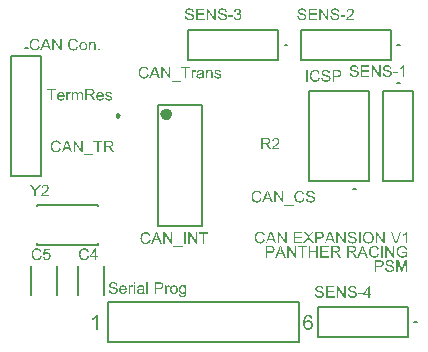
<source format=gto>
G04*
G04 #@! TF.GenerationSoftware,Altium Limited,Altium Designer,23.2.1 (34)*
G04*
G04 Layer_Color=65535*
%FSLAX25Y25*%
%MOIN*%
G70*
G04*
G04 #@! TF.SameCoordinates,26DCB771-F187-4795-AA7E-67AAF857B4AA*
G04*
G04*
G04 #@! TF.FilePolarity,Positive*
G04*
G01*
G75*
%ADD10C,0.00787*%
%ADD11C,0.01968*%
%ADD12C,0.00984*%
%ADD13C,0.00787*%
G36*
X116501Y40986D02*
X116537D01*
X116579Y40983D01*
X116629Y40979D01*
X116681Y40973D01*
X116740Y40966D01*
X116799Y40957D01*
X116924Y40930D01*
X117055Y40898D01*
X117180Y40852D01*
X117183D01*
X117193Y40845D01*
X117212Y40839D01*
X117232Y40825D01*
X117262Y40812D01*
X117291Y40793D01*
X117327Y40773D01*
X117367Y40750D01*
X117445Y40691D01*
X117531Y40622D01*
X117609Y40540D01*
X117649Y40494D01*
X117682Y40445D01*
X117685Y40442D01*
X117688Y40432D01*
X117698Y40419D01*
X117711Y40399D01*
X117724Y40373D01*
X117737Y40343D01*
X117754Y40310D01*
X117773Y40271D01*
X117790Y40228D01*
X117806Y40183D01*
X117823Y40133D01*
X117836Y40081D01*
X117859Y39966D01*
X117868Y39907D01*
X117872Y39845D01*
X117386Y39808D01*
Y39812D01*
X117383Y39825D01*
X117380Y39845D01*
X117376Y39868D01*
X117370Y39897D01*
X117363Y39933D01*
X117350Y39972D01*
X117337Y40012D01*
X117304Y40100D01*
X117281Y40146D01*
X117255Y40192D01*
X117229Y40235D01*
X117196Y40278D01*
X117157Y40320D01*
X117117Y40356D01*
X117114Y40360D01*
X117108Y40363D01*
X117094Y40373D01*
X117075Y40386D01*
X117052Y40399D01*
X117022Y40415D01*
X116990Y40432D01*
X116950Y40451D01*
X116904Y40468D01*
X116855Y40484D01*
X116799Y40501D01*
X116740Y40514D01*
X116675Y40527D01*
X116606Y40537D01*
X116530Y40540D01*
X116448Y40543D01*
X116406D01*
X116373Y40540D01*
X116333Y40537D01*
X116291Y40533D01*
X116242Y40530D01*
X116192Y40524D01*
X116081Y40501D01*
X115969Y40471D01*
X115917Y40451D01*
X115864Y40429D01*
X115819Y40402D01*
X115776Y40373D01*
X115773Y40369D01*
X115766Y40366D01*
X115756Y40356D01*
X115743Y40343D01*
X115727Y40327D01*
X115710Y40307D01*
X115671Y40258D01*
X115632Y40199D01*
X115599Y40130D01*
X115586Y40094D01*
X115576Y40051D01*
X115569Y40009D01*
X115566Y39966D01*
Y39963D01*
Y39956D01*
Y39946D01*
X115569Y39933D01*
X115573Y39894D01*
X115586Y39845D01*
X115602Y39792D01*
X115628Y39736D01*
X115664Y39677D01*
X115687Y39651D01*
X115714Y39625D01*
X115717D01*
X115720Y39618D01*
X115730Y39612D01*
X115746Y39602D01*
X115766Y39589D01*
X115792Y39576D01*
X115825Y39559D01*
X115864Y39540D01*
X115910Y39520D01*
X115966Y39500D01*
X116028Y39477D01*
X116101Y39451D01*
X116179Y39428D01*
X116271Y39402D01*
X116370Y39376D01*
X116481Y39349D01*
X116488D01*
X116507Y39343D01*
X116540Y39336D01*
X116583Y39326D01*
X116632Y39313D01*
X116691Y39300D01*
X116753Y39284D01*
X116819Y39267D01*
X116960Y39231D01*
X117101Y39189D01*
X117167Y39169D01*
X117229Y39146D01*
X117285Y39126D01*
X117331Y39107D01*
X117334Y39103D01*
X117347Y39100D01*
X117363Y39090D01*
X117386Y39080D01*
X117413Y39064D01*
X117445Y39044D01*
X117482Y39025D01*
X117518Y39002D01*
X117600Y38943D01*
X117682Y38877D01*
X117757Y38802D01*
X117793Y38759D01*
X117826Y38716D01*
X117829Y38713D01*
X117832Y38706D01*
X117842Y38693D01*
X117852Y38674D01*
X117862Y38651D01*
X117878Y38625D01*
X117892Y38595D01*
X117908Y38559D01*
X117921Y38523D01*
X117937Y38480D01*
X117960Y38388D01*
X117980Y38283D01*
X117983Y38228D01*
X117987Y38172D01*
Y38168D01*
Y38159D01*
Y38142D01*
X117983Y38119D01*
X117980Y38093D01*
X117977Y38060D01*
X117973Y38024D01*
X117964Y37985D01*
X117944Y37896D01*
X117911Y37798D01*
X117892Y37745D01*
X117868Y37693D01*
X117842Y37644D01*
X117809Y37591D01*
X117806Y37588D01*
X117803Y37578D01*
X117790Y37565D01*
X117777Y37549D01*
X117760Y37526D01*
X117737Y37499D01*
X117711Y37470D01*
X117682Y37437D01*
X117649Y37404D01*
X117609Y37372D01*
X117570Y37335D01*
X117524Y37299D01*
X117475Y37266D01*
X117422Y37234D01*
X117363Y37201D01*
X117304Y37171D01*
X117301D01*
X117288Y37165D01*
X117272Y37158D01*
X117245Y37148D01*
X117216Y37139D01*
X117180Y37126D01*
X117137Y37112D01*
X117088Y37099D01*
X117035Y37083D01*
X116980Y37070D01*
X116921Y37057D01*
X116855Y37047D01*
X116786Y37037D01*
X116717Y37030D01*
X116642Y37027D01*
X116566Y37024D01*
X116517D01*
X116481Y37027D01*
X116435D01*
X116383Y37030D01*
X116324Y37037D01*
X116261Y37043D01*
X116196Y37050D01*
X116124Y37060D01*
X115979Y37086D01*
X115832Y37126D01*
X115763Y37148D01*
X115694Y37175D01*
X115691Y37178D01*
X115677Y37181D01*
X115661Y37191D01*
X115635Y37204D01*
X115605Y37221D01*
X115573Y37237D01*
X115533Y37260D01*
X115494Y37290D01*
X115451Y37319D01*
X115405Y37352D01*
X115359Y37388D01*
X115313Y37431D01*
X115268Y37473D01*
X115225Y37522D01*
X115182Y37572D01*
X115143Y37627D01*
X115140Y37631D01*
X115133Y37641D01*
X115123Y37657D01*
X115110Y37680D01*
X115097Y37709D01*
X115080Y37745D01*
X115061Y37785D01*
X115041Y37827D01*
X115022Y37877D01*
X115005Y37929D01*
X114985Y37988D01*
X114969Y38047D01*
X114956Y38113D01*
X114946Y38178D01*
X114936Y38247D01*
X114933Y38319D01*
X115412Y38362D01*
Y38359D01*
X115415Y38349D01*
Y38336D01*
X115418Y38313D01*
X115425Y38290D01*
X115428Y38260D01*
X115435Y38228D01*
X115445Y38195D01*
X115464Y38119D01*
X115494Y38041D01*
X115527Y37962D01*
X115569Y37887D01*
Y37883D01*
X115576Y37880D01*
X115582Y37870D01*
X115592Y37857D01*
X115622Y37821D01*
X115664Y37782D01*
X115717Y37732D01*
X115782Y37683D01*
X115861Y37634D01*
X115953Y37588D01*
X115956D01*
X115966Y37585D01*
X115979Y37578D01*
X115999Y37572D01*
X116025Y37562D01*
X116055Y37552D01*
X116087Y37542D01*
X116127Y37532D01*
X116166Y37522D01*
X116212Y37512D01*
X116314Y37493D01*
X116425Y37480D01*
X116543Y37477D01*
X116593D01*
X116619Y37480D01*
X116648D01*
X116681Y37483D01*
X116717Y37486D01*
X116796Y37496D01*
X116881Y37512D01*
X116970Y37532D01*
X117055Y37562D01*
X117058D01*
X117065Y37565D01*
X117078Y37572D01*
X117091Y37578D01*
X117130Y37598D01*
X117180Y37624D01*
X117236Y37657D01*
X117288Y37696D01*
X117340Y37745D01*
X117386Y37798D01*
Y37801D01*
X117390Y37804D01*
X117403Y37824D01*
X117422Y37854D01*
X117442Y37896D01*
X117462Y37946D01*
X117482Y38001D01*
X117495Y38060D01*
X117498Y38126D01*
Y38129D01*
Y38133D01*
Y38142D01*
Y38155D01*
X117491Y38192D01*
X117485Y38234D01*
X117472Y38283D01*
X117455Y38336D01*
X117429Y38388D01*
X117393Y38441D01*
X117390Y38447D01*
X117373Y38464D01*
X117347Y38490D01*
X117311Y38523D01*
X117262Y38559D01*
X117203Y38595D01*
X117130Y38634D01*
X117045Y38670D01*
X117042D01*
X117039Y38674D01*
X117029Y38677D01*
X117012Y38680D01*
X116993Y38687D01*
X116970Y38697D01*
X116937Y38706D01*
X116901Y38716D01*
X116858Y38726D01*
X116809Y38743D01*
X116753Y38756D01*
X116691Y38772D01*
X116619Y38792D01*
X116543Y38811D01*
X116455Y38831D01*
X116360Y38854D01*
X116353D01*
X116337Y38861D01*
X116311Y38867D01*
X116274Y38877D01*
X116232Y38887D01*
X116183Y38900D01*
X116127Y38916D01*
X116068Y38933D01*
X115946Y38969D01*
X115825Y39011D01*
X115766Y39031D01*
X115710Y39054D01*
X115661Y39074D01*
X115618Y39097D01*
X115615Y39100D01*
X115605Y39103D01*
X115592Y39113D01*
X115573Y39123D01*
X115553Y39136D01*
X115527Y39153D01*
X115464Y39195D01*
X115399Y39248D01*
X115333Y39310D01*
X115268Y39379D01*
X115212Y39454D01*
Y39458D01*
X115205Y39464D01*
X115199Y39477D01*
X115192Y39490D01*
X115182Y39513D01*
X115169Y39536D01*
X115156Y39562D01*
X115146Y39595D01*
X115120Y39664D01*
X115097Y39746D01*
X115084Y39835D01*
X115077Y39930D01*
Y39933D01*
Y39943D01*
Y39959D01*
X115080Y39979D01*
X115084Y40005D01*
X115087Y40035D01*
X115090Y40071D01*
X115097Y40107D01*
X115117Y40192D01*
X115146Y40284D01*
X115166Y40330D01*
X115189Y40379D01*
X115212Y40425D01*
X115241Y40474D01*
X115244Y40478D01*
X115248Y40484D01*
X115258Y40497D01*
X115271Y40517D01*
X115290Y40537D01*
X115310Y40563D01*
X115333Y40589D01*
X115363Y40619D01*
X115395Y40648D01*
X115431Y40678D01*
X115471Y40710D01*
X115514Y40743D01*
X115559Y40773D01*
X115609Y40806D01*
X115664Y40832D01*
X115720Y40858D01*
X115723D01*
X115733Y40865D01*
X115753Y40871D01*
X115776Y40878D01*
X115805Y40888D01*
X115841Y40901D01*
X115881Y40911D01*
X115927Y40924D01*
X115979Y40937D01*
X116032Y40947D01*
X116091Y40960D01*
X116153Y40970D01*
X116288Y40983D01*
X116429Y40989D01*
X116471D01*
X116501Y40986D01*
D02*
G37*
G36*
X85872D02*
X85912D01*
X85961Y40979D01*
X86020Y40973D01*
X86082Y40963D01*
X86151Y40953D01*
X86226Y40937D01*
X86305Y40917D01*
X86384Y40894D01*
X86466Y40865D01*
X86548Y40832D01*
X86626Y40793D01*
X86705Y40747D01*
X86781Y40694D01*
X86784Y40691D01*
X86797Y40681D01*
X86817Y40665D01*
X86846Y40642D01*
X86876Y40609D01*
X86915Y40573D01*
X86954Y40530D01*
X86997Y40481D01*
X87043Y40425D01*
X87089Y40366D01*
X87135Y40297D01*
X87181Y40225D01*
X87224Y40143D01*
X87263Y40058D01*
X87299Y39969D01*
X87332Y39871D01*
X86833Y39753D01*
Y39756D01*
X86827Y39772D01*
X86820Y39792D01*
X86807Y39822D01*
X86794Y39854D01*
X86777Y39897D01*
X86758Y39940D01*
X86735Y39986D01*
X86679Y40087D01*
X86613Y40189D01*
X86574Y40235D01*
X86535Y40281D01*
X86489Y40323D01*
X86443Y40363D01*
X86440Y40366D01*
X86430Y40373D01*
X86417Y40379D01*
X86397Y40392D01*
X86374Y40409D01*
X86341Y40425D01*
X86308Y40442D01*
X86269Y40461D01*
X86226Y40478D01*
X86177Y40494D01*
X86125Y40510D01*
X86069Y40527D01*
X86007Y40540D01*
X85944Y40547D01*
X85875Y40553D01*
X85807Y40556D01*
X85764D01*
X85734Y40553D01*
X85695Y40550D01*
X85652Y40547D01*
X85603Y40540D01*
X85547Y40530D01*
X85492Y40517D01*
X85433Y40504D01*
X85370Y40488D01*
X85308Y40468D01*
X85246Y40442D01*
X85183Y40412D01*
X85124Y40379D01*
X85065Y40343D01*
X85062Y40340D01*
X85052Y40333D01*
X85036Y40320D01*
X85016Y40304D01*
X84993Y40284D01*
X84967Y40258D01*
X84934Y40225D01*
X84901Y40192D01*
X84868Y40153D01*
X84832Y40110D01*
X84800Y40064D01*
X84763Y40012D01*
X84731Y39959D01*
X84701Y39900D01*
X84675Y39838D01*
X84649Y39772D01*
Y39769D01*
X84642Y39756D01*
X84639Y39736D01*
X84629Y39710D01*
X84622Y39677D01*
X84613Y39638D01*
X84600Y39595D01*
X84590Y39546D01*
X84580Y39494D01*
X84567Y39435D01*
X84557Y39376D01*
X84550Y39313D01*
X84537Y39179D01*
X84531Y39038D01*
Y39031D01*
Y39015D01*
Y38989D01*
X84534Y38956D01*
Y38913D01*
X84537Y38864D01*
X84544Y38808D01*
X84547Y38746D01*
X84557Y38680D01*
X84567Y38611D01*
X84590Y38470D01*
X84626Y38323D01*
X84645Y38250D01*
X84672Y38182D01*
X84675Y38178D01*
X84678Y38165D01*
X84688Y38146D01*
X84698Y38123D01*
X84714Y38093D01*
X84731Y38057D01*
X84754Y38018D01*
X84780Y37978D01*
X84809Y37932D01*
X84842Y37890D01*
X84878Y37844D01*
X84918Y37798D01*
X84960Y37755D01*
X85009Y37713D01*
X85059Y37673D01*
X85114Y37637D01*
X85118Y37634D01*
X85128Y37631D01*
X85144Y37621D01*
X85167Y37608D01*
X85196Y37595D01*
X85229Y37581D01*
X85265Y37565D01*
X85308Y37549D01*
X85357Y37529D01*
X85406Y37512D01*
X85459Y37499D01*
X85518Y37486D01*
X85639Y37463D01*
X85702Y37460D01*
X85767Y37457D01*
X85787D01*
X85810Y37460D01*
X85839D01*
X85875Y37463D01*
X85918Y37470D01*
X85964Y37477D01*
X86016Y37486D01*
X86072Y37499D01*
X86128Y37516D01*
X86187Y37536D01*
X86249Y37562D01*
X86308Y37588D01*
X86371Y37621D01*
X86430Y37660D01*
X86485Y37703D01*
X86489Y37706D01*
X86499Y37716D01*
X86515Y37729D01*
X86535Y37749D01*
X86558Y37775D01*
X86587Y37808D01*
X86617Y37844D01*
X86650Y37887D01*
X86682Y37936D01*
X86715Y37988D01*
X86748Y38047D01*
X86781Y38113D01*
X86813Y38185D01*
X86843Y38260D01*
X86866Y38342D01*
X86889Y38431D01*
X87397Y38303D01*
Y38300D01*
X87394Y38296D01*
Y38287D01*
X87391Y38277D01*
X87381Y38244D01*
X87365Y38201D01*
X87348Y38149D01*
X87325Y38090D01*
X87296Y38021D01*
X87266Y37952D01*
X87227Y37877D01*
X87187Y37798D01*
X87138Y37719D01*
X87086Y37641D01*
X87027Y37562D01*
X86964Y37486D01*
X86896Y37417D01*
X86820Y37352D01*
X86817Y37348D01*
X86800Y37339D01*
X86777Y37322D01*
X86748Y37299D01*
X86705Y37276D01*
X86659Y37247D01*
X86604Y37217D01*
X86538Y37188D01*
X86469Y37158D01*
X86390Y37129D01*
X86308Y37099D01*
X86220Y37076D01*
X86125Y37053D01*
X86026Y37037D01*
X85918Y37027D01*
X85810Y37024D01*
X85784D01*
X85751Y37027D01*
X85708D01*
X85656Y37030D01*
X85593Y37037D01*
X85524Y37043D01*
X85452Y37057D01*
X85374Y37070D01*
X85292Y37086D01*
X85206Y37106D01*
X85121Y37129D01*
X85039Y37158D01*
X84954Y37191D01*
X84875Y37231D01*
X84800Y37273D01*
X84796Y37276D01*
X84783Y37286D01*
X84763Y37299D01*
X84737Y37319D01*
X84704Y37345D01*
X84665Y37378D01*
X84626Y37417D01*
X84580Y37460D01*
X84534Y37509D01*
X84485Y37562D01*
X84435Y37624D01*
X84386Y37690D01*
X84340Y37758D01*
X84294Y37837D01*
X84249Y37916D01*
X84209Y38004D01*
X84206Y38011D01*
X84199Y38028D01*
X84189Y38054D01*
X84180Y38087D01*
X84163Y38133D01*
X84147Y38185D01*
X84127Y38244D01*
X84111Y38313D01*
X84091Y38388D01*
X84071Y38467D01*
X84055Y38552D01*
X84042Y38641D01*
X84029Y38736D01*
X84019Y38831D01*
X84012Y38933D01*
X84009Y39035D01*
Y39038D01*
Y39041D01*
Y39061D01*
Y39094D01*
X84012Y39136D01*
X84016Y39185D01*
X84022Y39248D01*
X84029Y39313D01*
X84039Y39389D01*
X84048Y39467D01*
X84065Y39553D01*
X84081Y39638D01*
X84104Y39726D01*
X84130Y39815D01*
X84160Y39904D01*
X84196Y39992D01*
X84235Y40077D01*
X84239Y40084D01*
X84245Y40097D01*
X84258Y40120D01*
X84278Y40150D01*
X84301Y40189D01*
X84330Y40232D01*
X84363Y40278D01*
X84403Y40330D01*
X84445Y40383D01*
X84495Y40438D01*
X84547Y40497D01*
X84606Y40553D01*
X84668Y40609D01*
X84737Y40661D01*
X84809Y40710D01*
X84885Y40756D01*
X84891Y40760D01*
X84904Y40766D01*
X84927Y40779D01*
X84960Y40793D01*
X85000Y40809D01*
X85046Y40829D01*
X85098Y40852D01*
X85160Y40874D01*
X85226Y40894D01*
X85298Y40917D01*
X85374Y40937D01*
X85456Y40953D01*
X85541Y40966D01*
X85629Y40979D01*
X85721Y40986D01*
X85816Y40989D01*
X85843D01*
X85872Y40986D01*
D02*
G37*
G36*
X102213Y39100D02*
X103650Y37089D01*
X103023D01*
X102056Y38457D01*
X102052Y38464D01*
X102042Y38477D01*
X102026Y38500D01*
X102006Y38529D01*
X101980Y38565D01*
X101954Y38605D01*
X101898Y38690D01*
Y38687D01*
X101892Y38680D01*
X101885Y38670D01*
X101878Y38657D01*
X101856Y38625D01*
X101826Y38582D01*
X101796Y38536D01*
X101767Y38493D01*
X101737Y38451D01*
X101715Y38418D01*
X100740Y37089D01*
X100134D01*
X101616Y39077D01*
X100311Y40924D01*
X100914D01*
X101613Y39943D01*
X101616Y39940D01*
X101623Y39930D01*
X101632Y39913D01*
X101649Y39894D01*
X101665Y39868D01*
X101685Y39838D01*
X101734Y39769D01*
X101783Y39694D01*
X101836Y39615D01*
X101882Y39540D01*
X101921Y39471D01*
Y39474D01*
X101928Y39481D01*
X101934Y39490D01*
X101944Y39507D01*
X101957Y39527D01*
X101970Y39546D01*
X102006Y39602D01*
X102052Y39667D01*
X102102Y39740D01*
X102161Y39818D01*
X102223Y39904D01*
X102990Y40924D01*
X103545D01*
X102213Y39100D01*
D02*
G37*
G36*
X127348Y37089D02*
X126826D01*
X124812Y40097D01*
Y37089D01*
X124327D01*
Y40924D01*
X124845D01*
X126862Y37909D01*
Y40924D01*
X127348D01*
Y37089D01*
D02*
G37*
G36*
X114254D02*
X113732D01*
X111718Y40097D01*
Y37089D01*
X111233D01*
Y40924D01*
X111751D01*
X113768Y37909D01*
Y40924D01*
X114254D01*
Y37089D01*
D02*
G37*
G36*
X94610D02*
X94089D01*
X92075Y40097D01*
Y37089D01*
X91589D01*
Y40924D01*
X92107D01*
X94125Y37909D01*
Y40924D01*
X94610D01*
Y37089D01*
D02*
G37*
G36*
X131303D02*
X130779D01*
X129296Y40924D01*
X129847D01*
X130844Y38136D01*
Y38133D01*
X130851Y38119D01*
X130857Y38103D01*
X130864Y38080D01*
X130874Y38050D01*
X130887Y38014D01*
X130900Y37975D01*
X130913Y37932D01*
X130930Y37887D01*
X130946Y37837D01*
X130979Y37729D01*
X131011Y37621D01*
X131044Y37509D01*
Y37512D01*
X131048Y37522D01*
X131054Y37542D01*
X131061Y37565D01*
X131067Y37591D01*
X131077Y37624D01*
X131090Y37663D01*
X131103Y37706D01*
X131116Y37752D01*
X131133Y37801D01*
X131169Y37906D01*
X131208Y38021D01*
X131251Y38136D01*
X132287Y40924D01*
X132802D01*
X131303Y37089D01*
D02*
G37*
G36*
X134843D02*
X134370D01*
Y40087D01*
X134367Y40084D01*
X134364Y40081D01*
X134354Y40071D01*
X134341Y40061D01*
X134321Y40045D01*
X134301Y40028D01*
X134278Y40009D01*
X134252Y39986D01*
X134186Y39937D01*
X134111Y39884D01*
X134022Y39825D01*
X133924Y39763D01*
X133921Y39759D01*
X133911Y39756D01*
X133898Y39746D01*
X133878Y39736D01*
X133855Y39723D01*
X133826Y39707D01*
X133793Y39691D01*
X133760Y39671D01*
X133681Y39631D01*
X133599Y39592D01*
X133514Y39553D01*
X133432Y39520D01*
Y39976D01*
X133435Y39979D01*
X133449Y39986D01*
X133472Y39996D01*
X133498Y40009D01*
X133534Y40028D01*
X133573Y40048D01*
X133616Y40074D01*
X133665Y40104D01*
X133718Y40133D01*
X133773Y40169D01*
X133888Y40245D01*
X134003Y40330D01*
X134118Y40425D01*
X134121Y40429D01*
X134131Y40438D01*
X134147Y40451D01*
X134167Y40471D01*
X134190Y40494D01*
X134219Y40524D01*
X134249Y40553D01*
X134282Y40589D01*
X134351Y40668D01*
X134419Y40753D01*
X134485Y40845D01*
X134511Y40894D01*
X134537Y40940D01*
X134843D01*
Y37089D01*
D02*
G37*
G36*
X119272D02*
X118764D01*
Y40924D01*
X119272D01*
Y37089D01*
D02*
G37*
G36*
X110836D02*
X110259D01*
X109813Y38250D01*
X108202D01*
X107786Y37089D01*
X107248D01*
X108717Y40924D01*
X109268D01*
X110836Y37089D01*
D02*
G37*
G36*
X105670Y40920D02*
X105755D01*
X105851Y40914D01*
X105946Y40907D01*
X106041Y40898D01*
X106084Y40891D01*
X106123Y40884D01*
X106126D01*
X106136Y40881D01*
X106149Y40878D01*
X106169Y40874D01*
X106195Y40871D01*
X106221Y40861D01*
X106254Y40855D01*
X106287Y40845D01*
X106362Y40819D01*
X106441Y40789D01*
X106520Y40750D01*
X106595Y40704D01*
X106598D01*
X106605Y40697D01*
X106615Y40691D01*
X106628Y40681D01*
X106664Y40652D01*
X106707Y40609D01*
X106756Y40556D01*
X106808Y40491D01*
X106858Y40419D01*
X106904Y40333D01*
Y40330D01*
X106910Y40323D01*
X106913Y40310D01*
X106923Y40291D01*
X106930Y40271D01*
X106940Y40245D01*
X106953Y40212D01*
X106963Y40179D01*
X106972Y40143D01*
X106985Y40104D01*
X107002Y40015D01*
X107015Y39917D01*
X107022Y39812D01*
Y39805D01*
Y39789D01*
X107018Y39766D01*
Y39730D01*
X107012Y39687D01*
X107005Y39638D01*
X106995Y39586D01*
X106982Y39527D01*
X106966Y39461D01*
X106946Y39395D01*
X106920Y39326D01*
X106890Y39257D01*
X106854Y39189D01*
X106812Y39116D01*
X106766Y39051D01*
X106710Y38985D01*
X106707Y38982D01*
X106694Y38972D01*
X106677Y38956D01*
X106648Y38933D01*
X106612Y38906D01*
X106569Y38877D01*
X106516Y38848D01*
X106454Y38818D01*
X106382Y38785D01*
X106300Y38756D01*
X106205Y38726D01*
X106103Y38700D01*
X105992Y38680D01*
X105867Y38660D01*
X105733Y38651D01*
X105585Y38647D01*
X104604D01*
Y37089D01*
X104096D01*
Y40924D01*
X105634D01*
X105670Y40920D01*
D02*
G37*
G36*
X99733Y40471D02*
X97470D01*
Y39300D01*
X99589D01*
Y38848D01*
X97470D01*
Y37542D01*
X99822D01*
Y37089D01*
X96962D01*
Y40924D01*
X99733D01*
Y40471D01*
D02*
G37*
G36*
X91192Y37089D02*
X90615D01*
X90169Y38250D01*
X88558D01*
X88142Y37089D01*
X87604D01*
X89073Y40924D01*
X89624D01*
X91192Y37089D01*
D02*
G37*
G36*
X121936Y40986D02*
X121985Y40983D01*
X122037Y40976D01*
X122100Y40966D01*
X122165Y40957D01*
X122238Y40943D01*
X122316Y40927D01*
X122395Y40907D01*
X122477Y40881D01*
X122559Y40852D01*
X122641Y40819D01*
X122723Y40779D01*
X122805Y40734D01*
X122811Y40730D01*
X122825Y40720D01*
X122844Y40707D01*
X122874Y40688D01*
X122910Y40661D01*
X122952Y40628D01*
X122998Y40593D01*
X123048Y40550D01*
X123097Y40504D01*
X123153Y40448D01*
X123205Y40392D01*
X123258Y40327D01*
X123313Y40261D01*
X123363Y40186D01*
X123412Y40107D01*
X123454Y40025D01*
X123458Y40018D01*
X123464Y40005D01*
X123474Y39979D01*
X123490Y39946D01*
X123507Y39904D01*
X123527Y39851D01*
X123546Y39792D01*
X123569Y39726D01*
X123589Y39654D01*
X123609Y39576D01*
X123628Y39490D01*
X123645Y39402D01*
X123661Y39307D01*
X123671Y39208D01*
X123677Y39103D01*
X123681Y38998D01*
Y38992D01*
Y38972D01*
Y38943D01*
X123677Y38900D01*
X123674Y38848D01*
X123668Y38789D01*
X123661Y38723D01*
X123651Y38651D01*
X123638Y38572D01*
X123622Y38487D01*
X123605Y38401D01*
X123582Y38313D01*
X123553Y38221D01*
X123523Y38133D01*
X123487Y38044D01*
X123444Y37955D01*
X123441Y37949D01*
X123435Y37936D01*
X123422Y37913D01*
X123402Y37880D01*
X123376Y37841D01*
X123346Y37798D01*
X123313Y37749D01*
X123274Y37696D01*
X123228Y37641D01*
X123179Y37585D01*
X123123Y37526D01*
X123064Y37470D01*
X122998Y37411D01*
X122930Y37358D01*
X122854Y37306D01*
X122775Y37260D01*
X122772Y37257D01*
X122756Y37250D01*
X122733Y37237D01*
X122700Y37224D01*
X122661Y37204D01*
X122615Y37185D01*
X122559Y37165D01*
X122500Y37142D01*
X122431Y37119D01*
X122359Y37099D01*
X122283Y37080D01*
X122201Y37060D01*
X122119Y37047D01*
X122031Y37034D01*
X121939Y37027D01*
X121847Y37024D01*
X121824D01*
X121795Y37027D01*
X121755D01*
X121709Y37030D01*
X121654Y37037D01*
X121591Y37047D01*
X121522Y37057D01*
X121447Y37070D01*
X121372Y37086D01*
X121290Y37109D01*
X121208Y37132D01*
X121126Y37162D01*
X121040Y37198D01*
X120958Y37237D01*
X120876Y37283D01*
X120873Y37286D01*
X120857Y37296D01*
X120837Y37309D01*
X120807Y37332D01*
X120771Y37358D01*
X120729Y37391D01*
X120686Y37427D01*
X120637Y37470D01*
X120584Y37519D01*
X120532Y37572D01*
X120476Y37631D01*
X120424Y37696D01*
X120371Y37765D01*
X120322Y37837D01*
X120273Y37916D01*
X120230Y37998D01*
X120227Y38004D01*
X120220Y38018D01*
X120210Y38044D01*
X120197Y38077D01*
X120181Y38119D01*
X120161Y38168D01*
X120142Y38224D01*
X120122Y38287D01*
X120102Y38355D01*
X120082Y38431D01*
X120063Y38510D01*
X120046Y38592D01*
X120033Y38677D01*
X120024Y38769D01*
X120017Y38861D01*
X120014Y38952D01*
Y38956D01*
Y38962D01*
Y38975D01*
Y38995D01*
X120017Y39018D01*
Y39044D01*
X120020Y39074D01*
Y39110D01*
X120027Y39149D01*
X120030Y39192D01*
X120040Y39284D01*
X120056Y39385D01*
X120079Y39497D01*
X120106Y39615D01*
X120138Y39736D01*
X120181Y39861D01*
X120230Y39986D01*
X120289Y40110D01*
X120358Y40228D01*
X120437Y40343D01*
X120525Y40448D01*
X120532Y40455D01*
X120548Y40471D01*
X120578Y40497D01*
X120617Y40533D01*
X120670Y40573D01*
X120729Y40619D01*
X120801Y40668D01*
X120883Y40720D01*
X120975Y40770D01*
X121073Y40819D01*
X121181Y40865D01*
X121299Y40904D01*
X121424Y40940D01*
X121558Y40966D01*
X121700Y40983D01*
X121847Y40989D01*
X121900D01*
X121936Y40986D01*
D02*
G37*
G36*
X123917Y36254D02*
X123956D01*
X124005Y36247D01*
X124064Y36241D01*
X124127Y36231D01*
X124196Y36221D01*
X124271Y36204D01*
X124350Y36185D01*
X124428Y36162D01*
X124511Y36132D01*
X124592Y36099D01*
X124671Y36060D01*
X124750Y36014D01*
X124825Y35962D01*
X124829Y35958D01*
X124842Y35949D01*
X124862Y35932D01*
X124891Y35909D01*
X124920Y35877D01*
X124960Y35840D01*
X124999Y35798D01*
X125042Y35749D01*
X125088Y35693D01*
X125134Y35634D01*
X125180Y35565D01*
X125226Y35493D01*
X125268Y35411D01*
X125308Y35325D01*
X125344Y35237D01*
X125376Y35138D01*
X124878Y35020D01*
Y35024D01*
X124871Y35040D01*
X124865Y35060D01*
X124852Y35089D01*
X124838Y35122D01*
X124822Y35165D01*
X124802Y35207D01*
X124779Y35253D01*
X124724Y35355D01*
X124658Y35457D01*
X124619Y35503D01*
X124579Y35548D01*
X124533Y35591D01*
X124488Y35631D01*
X124484Y35634D01*
X124474Y35640D01*
X124461Y35647D01*
X124442Y35660D01*
X124419Y35676D01*
X124386Y35693D01*
X124353Y35709D01*
X124314Y35729D01*
X124271Y35745D01*
X124222Y35762D01*
X124169Y35778D01*
X124114Y35794D01*
X124051Y35808D01*
X123989Y35814D01*
X123920Y35821D01*
X123851Y35824D01*
X123809D01*
X123779Y35821D01*
X123740Y35817D01*
X123697Y35814D01*
X123648Y35808D01*
X123592Y35798D01*
X123536Y35785D01*
X123477Y35772D01*
X123415Y35755D01*
X123353Y35735D01*
X123290Y35709D01*
X123228Y35680D01*
X123169Y35647D01*
X123110Y35611D01*
X123107Y35607D01*
X123097Y35601D01*
X123080Y35588D01*
X123061Y35571D01*
X123038Y35552D01*
X123012Y35526D01*
X122979Y35493D01*
X122946Y35460D01*
X122913Y35421D01*
X122877Y35378D01*
X122844Y35332D01*
X122808Y35280D01*
X122775Y35227D01*
X122746Y35168D01*
X122720Y35106D01*
X122693Y35040D01*
Y35037D01*
X122687Y35024D01*
X122684Y35004D01*
X122674Y34978D01*
X122667Y34945D01*
X122657Y34906D01*
X122644Y34863D01*
X122634Y34814D01*
X122625Y34761D01*
X122611Y34702D01*
X122602Y34643D01*
X122595Y34581D01*
X122582Y34446D01*
X122575Y34305D01*
Y34299D01*
Y34282D01*
Y34256D01*
X122579Y34223D01*
Y34181D01*
X122582Y34132D01*
X122588Y34076D01*
X122592Y34013D01*
X122602Y33948D01*
X122611Y33879D01*
X122634Y33738D01*
X122670Y33590D01*
X122690Y33518D01*
X122716Y33449D01*
X122720Y33446D01*
X122723Y33433D01*
X122733Y33413D01*
X122743Y33390D01*
X122759Y33361D01*
X122775Y33325D01*
X122798Y33285D01*
X122825Y33246D01*
X122854Y33200D01*
X122887Y33157D01*
X122923Y33111D01*
X122962Y33066D01*
X123005Y33023D01*
X123054Y32980D01*
X123103Y32941D01*
X123159Y32905D01*
X123162Y32901D01*
X123172Y32898D01*
X123189Y32888D01*
X123212Y32875D01*
X123241Y32862D01*
X123274Y32849D01*
X123310Y32833D01*
X123353Y32816D01*
X123402Y32797D01*
X123451Y32780D01*
X123504Y32767D01*
X123563Y32754D01*
X123684Y32731D01*
X123746Y32728D01*
X123812Y32724D01*
X123832D01*
X123854Y32728D01*
X123884D01*
X123920Y32731D01*
X123963Y32737D01*
X124009Y32744D01*
X124061Y32754D01*
X124117Y32767D01*
X124173Y32783D01*
X124232Y32803D01*
X124294Y32829D01*
X124353Y32856D01*
X124415Y32888D01*
X124474Y32928D01*
X124530Y32970D01*
X124533Y32974D01*
X124543Y32983D01*
X124560Y32997D01*
X124579Y33016D01*
X124602Y33043D01*
X124632Y33075D01*
X124661Y33111D01*
X124694Y33154D01*
X124727Y33203D01*
X124760Y33256D01*
X124793Y33315D01*
X124825Y33380D01*
X124858Y33453D01*
X124888Y33528D01*
X124911Y33610D01*
X124934Y33699D01*
X125442Y33571D01*
Y33567D01*
X125439Y33564D01*
Y33554D01*
X125435Y33544D01*
X125426Y33512D01*
X125409Y33469D01*
X125393Y33417D01*
X125370Y33357D01*
X125340Y33289D01*
X125311Y33220D01*
X125271Y33144D01*
X125232Y33066D01*
X125183Y32987D01*
X125130Y32908D01*
X125071Y32829D01*
X125009Y32754D01*
X124940Y32685D01*
X124865Y32619D01*
X124862Y32616D01*
X124845Y32606D01*
X124822Y32590D01*
X124793Y32567D01*
X124750Y32544D01*
X124704Y32515D01*
X124648Y32485D01*
X124583Y32455D01*
X124514Y32426D01*
X124435Y32396D01*
X124353Y32367D01*
X124265Y32344D01*
X124169Y32321D01*
X124071Y32305D01*
X123963Y32295D01*
X123854Y32291D01*
X123828D01*
X123795Y32295D01*
X123753D01*
X123700Y32298D01*
X123638Y32305D01*
X123569Y32311D01*
X123497Y32324D01*
X123418Y32337D01*
X123336Y32354D01*
X123251Y32373D01*
X123166Y32396D01*
X123084Y32426D01*
X122998Y32459D01*
X122920Y32498D01*
X122844Y32541D01*
X122841Y32544D01*
X122828Y32554D01*
X122808Y32567D01*
X122782Y32587D01*
X122749Y32613D01*
X122710Y32646D01*
X122670Y32685D01*
X122625Y32728D01*
X122579Y32777D01*
X122529Y32829D01*
X122480Y32892D01*
X122431Y32957D01*
X122385Y33026D01*
X122339Y33105D01*
X122293Y33184D01*
X122254Y33272D01*
X122251Y33279D01*
X122244Y33295D01*
X122234Y33321D01*
X122224Y33354D01*
X122208Y33400D01*
X122192Y33453D01*
X122172Y33512D01*
X122155Y33580D01*
X122136Y33656D01*
X122116Y33735D01*
X122100Y33820D01*
X122087Y33909D01*
X122073Y34004D01*
X122064Y34099D01*
X122057Y34200D01*
X122054Y34302D01*
Y34305D01*
Y34309D01*
Y34328D01*
Y34361D01*
X122057Y34404D01*
X122060Y34453D01*
X122067Y34515D01*
X122073Y34581D01*
X122083Y34656D01*
X122093Y34735D01*
X122110Y34820D01*
X122126Y34906D01*
X122149Y34994D01*
X122175Y35083D01*
X122205Y35171D01*
X122241Y35260D01*
X122280Y35345D01*
X122283Y35352D01*
X122290Y35365D01*
X122303Y35388D01*
X122323Y35417D01*
X122346Y35457D01*
X122375Y35499D01*
X122408Y35545D01*
X122447Y35598D01*
X122490Y35650D01*
X122539Y35706D01*
X122592Y35765D01*
X122651Y35821D01*
X122713Y35877D01*
X122782Y35929D01*
X122854Y35978D01*
X122930Y36024D01*
X122936Y36027D01*
X122949Y36034D01*
X122972Y36047D01*
X123005Y36060D01*
X123044Y36077D01*
X123090Y36096D01*
X123143Y36119D01*
X123205Y36142D01*
X123271Y36162D01*
X123343Y36185D01*
X123418Y36204D01*
X123500Y36221D01*
X123586Y36234D01*
X123674Y36247D01*
X123766Y36254D01*
X123861Y36257D01*
X123887D01*
X123917Y36254D01*
D02*
G37*
G36*
X133284D02*
X133321D01*
X133363Y36250D01*
X133412Y36247D01*
X133465Y36241D01*
X133521Y36234D01*
X133580Y36224D01*
X133704Y36198D01*
X133836Y36165D01*
X133964Y36119D01*
X133967D01*
X133980Y36113D01*
X133996Y36106D01*
X134019Y36093D01*
X134049Y36080D01*
X134082Y36063D01*
X134118Y36044D01*
X134157Y36021D01*
X134242Y35968D01*
X134328Y35906D01*
X134413Y35831D01*
X134456Y35788D01*
X134492Y35745D01*
X134495Y35742D01*
X134501Y35735D01*
X134511Y35722D01*
X134524Y35703D01*
X134541Y35676D01*
X134557Y35650D01*
X134580Y35614D01*
X134600Y35578D01*
X134623Y35535D01*
X134649Y35486D01*
X134672Y35437D01*
X134695Y35381D01*
X134721Y35319D01*
X134744Y35257D01*
X134764Y35191D01*
X134783Y35119D01*
X134324Y34991D01*
Y34994D01*
X134321Y35004D01*
X134314Y35020D01*
X134308Y35040D01*
X134301Y35063D01*
X134292Y35093D01*
X134265Y35158D01*
X134236Y35234D01*
X134200Y35309D01*
X134157Y35385D01*
X134111Y35453D01*
Y35457D01*
X134105Y35460D01*
X134088Y35480D01*
X134059Y35512D01*
X134016Y35548D01*
X133967Y35591D01*
X133901Y35637D01*
X133829Y35683D01*
X133744Y35722D01*
X133740D01*
X133734Y35726D01*
X133721Y35732D01*
X133701Y35739D01*
X133678Y35745D01*
X133652Y35755D01*
X133622Y35765D01*
X133590Y35775D01*
X133550Y35781D01*
X133511Y35791D01*
X133419Y35808D01*
X133321Y35821D01*
X133216Y35824D01*
X133157D01*
X133127Y35821D01*
X133091Y35817D01*
X133052Y35814D01*
X133009Y35811D01*
X132917Y35798D01*
X132816Y35778D01*
X132711Y35752D01*
X132612Y35716D01*
X132609D01*
X132602Y35713D01*
X132589Y35706D01*
X132570Y35696D01*
X132550Y35686D01*
X132524Y35673D01*
X132468Y35640D01*
X132402Y35601D01*
X132333Y35555D01*
X132264Y35499D01*
X132202Y35437D01*
X132199Y35434D01*
X132196Y35430D01*
X132189Y35421D01*
X132176Y35407D01*
X132150Y35371D01*
X132114Y35325D01*
X132078Y35270D01*
X132035Y35207D01*
X131999Y35135D01*
X131963Y35060D01*
Y35056D01*
X131956Y35043D01*
X131950Y35024D01*
X131940Y34997D01*
X131930Y34965D01*
X131917Y34925D01*
X131904Y34879D01*
X131890Y34830D01*
X131877Y34774D01*
X131864Y34715D01*
X131851Y34650D01*
X131841Y34581D01*
X131825Y34440D01*
X131822Y34364D01*
X131818Y34286D01*
Y34279D01*
Y34263D01*
Y34236D01*
X131822Y34200D01*
X131825Y34158D01*
X131828Y34105D01*
X131832Y34049D01*
X131841Y33987D01*
X131848Y33922D01*
X131861Y33853D01*
X131890Y33708D01*
X131910Y33636D01*
X131936Y33564D01*
X131963Y33495D01*
X131992Y33430D01*
X131995Y33426D01*
X132002Y33413D01*
X132012Y33397D01*
X132025Y33374D01*
X132045Y33344D01*
X132068Y33312D01*
X132094Y33275D01*
X132123Y33236D01*
X132156Y33197D01*
X132196Y33154D01*
X132238Y33111D01*
X132284Y33069D01*
X132333Y33026D01*
X132389Y32987D01*
X132445Y32951D01*
X132507Y32918D01*
X132510Y32915D01*
X132524Y32911D01*
X132540Y32901D01*
X132566Y32892D01*
X132596Y32879D01*
X132635Y32865D01*
X132678Y32849D01*
X132724Y32836D01*
X132776Y32820D01*
X132832Y32803D01*
X132891Y32790D01*
X132950Y32777D01*
X133084Y32757D01*
X133153Y32754D01*
X133222Y32751D01*
X133255D01*
X133278Y32754D01*
X133308D01*
X133344Y32757D01*
X133383Y32761D01*
X133426Y32767D01*
X133475Y32774D01*
X133524Y32780D01*
X133632Y32803D01*
X133747Y32833D01*
X133865Y32875D01*
X133868D01*
X133878Y32882D01*
X133895Y32888D01*
X133918Y32898D01*
X133944Y32908D01*
X133973Y32925D01*
X134006Y32938D01*
X134042Y32957D01*
X134121Y32997D01*
X134200Y33043D01*
X134275Y33092D01*
X134311Y33118D01*
X134344Y33144D01*
Y33859D01*
X133219D01*
Y34312D01*
X134843D01*
Y32888D01*
X134839Y32885D01*
X134826Y32875D01*
X134806Y32859D01*
X134777Y32839D01*
X134744Y32816D01*
X134705Y32787D01*
X134656Y32754D01*
X134606Y32721D01*
X134551Y32685D01*
X134488Y32649D01*
X134426Y32610D01*
X134357Y32574D01*
X134216Y32501D01*
X134144Y32469D01*
X134068Y32439D01*
X134065D01*
X134052Y32432D01*
X134029Y32426D01*
X134000Y32416D01*
X133964Y32406D01*
X133921Y32393D01*
X133872Y32380D01*
X133819Y32367D01*
X133760Y32351D01*
X133695Y32337D01*
X133629Y32324D01*
X133557Y32314D01*
X133409Y32298D01*
X133334Y32295D01*
X133255Y32291D01*
X133229D01*
X133199Y32295D01*
X133160D01*
X133111Y32298D01*
X133052Y32305D01*
X132986Y32311D01*
X132914Y32321D01*
X132835Y32334D01*
X132753Y32351D01*
X132668Y32370D01*
X132583Y32393D01*
X132491Y32419D01*
X132402Y32452D01*
X132314Y32488D01*
X132225Y32531D01*
X132219Y32534D01*
X132205Y32541D01*
X132182Y32557D01*
X132150Y32577D01*
X132110Y32600D01*
X132068Y32633D01*
X132018Y32669D01*
X131966Y32708D01*
X131910Y32757D01*
X131854Y32810D01*
X131795Y32865D01*
X131740Y32928D01*
X131681Y32997D01*
X131628Y33069D01*
X131576Y33147D01*
X131530Y33230D01*
X131526Y33236D01*
X131520Y33249D01*
X131507Y33275D01*
X131494Y33312D01*
X131477Y33354D01*
X131458Y33403D01*
X131435Y33462D01*
X131415Y33531D01*
X131392Y33603D01*
X131369Y33682D01*
X131349Y33764D01*
X131333Y33856D01*
X131320Y33948D01*
X131307Y34046D01*
X131300Y34148D01*
X131297Y34253D01*
Y34256D01*
Y34259D01*
Y34279D01*
Y34309D01*
X131300Y34348D01*
X131303Y34397D01*
X131310Y34456D01*
X131316Y34522D01*
X131326Y34594D01*
X131340Y34673D01*
X131353Y34755D01*
X131372Y34840D01*
X131395Y34932D01*
X131421Y35024D01*
X131454Y35116D01*
X131490Y35207D01*
X131530Y35299D01*
X131533Y35306D01*
X131540Y35322D01*
X131553Y35345D01*
X131572Y35378D01*
X131599Y35421D01*
X131628Y35467D01*
X131661Y35516D01*
X131700Y35571D01*
X131746Y35631D01*
X131795Y35689D01*
X131851Y35749D01*
X131910Y35808D01*
X131976Y35867D01*
X132048Y35922D01*
X132123Y35975D01*
X132202Y36021D01*
X132209Y36024D01*
X132222Y36031D01*
X132248Y36044D01*
X132281Y36057D01*
X132320Y36077D01*
X132373Y36096D01*
X132428Y36116D01*
X132494Y36139D01*
X132566Y36162D01*
X132642Y36182D01*
X132727Y36201D01*
X132816Y36221D01*
X132911Y36234D01*
X133009Y36247D01*
X133111Y36254D01*
X133216Y36257D01*
X133255D01*
X133284Y36254D01*
D02*
G37*
G36*
X104988Y32357D02*
X104480D01*
Y34164D01*
X102495D01*
Y32357D01*
X101987D01*
Y36191D01*
X102495D01*
Y34617D01*
X104480D01*
Y36191D01*
X104988D01*
Y32357D01*
D02*
G37*
G36*
X130572D02*
X130050D01*
X128036Y35365D01*
Y32357D01*
X127551D01*
Y36191D01*
X128069D01*
X130087Y33177D01*
Y36191D01*
X130572D01*
Y32357D01*
D02*
G37*
G36*
X97841D02*
X97319D01*
X95305Y35365D01*
Y32357D01*
X94820D01*
Y36191D01*
X95338D01*
X97355Y33177D01*
Y36191D01*
X97841D01*
Y32357D01*
D02*
G37*
G36*
X126662D02*
X126154D01*
Y36191D01*
X126662D01*
Y32357D01*
D02*
G37*
G36*
X121798D02*
X121221D01*
X120775Y33518D01*
X119164D01*
X118748Y32357D01*
X118210D01*
X119679Y36191D01*
X120230D01*
X121798Y32357D01*
D02*
G37*
G36*
X116596Y36188D02*
X116645Y36185D01*
X116701Y36182D01*
X116760Y36178D01*
X116885Y36165D01*
X117016Y36149D01*
X117078Y36136D01*
X117140Y36123D01*
X117196Y36106D01*
X117249Y36086D01*
X117252D01*
X117262Y36083D01*
X117275Y36077D01*
X117291Y36067D01*
X117314Y36054D01*
X117340Y36040D01*
X117403Y36004D01*
X117468Y35952D01*
X117504Y35922D01*
X117541Y35890D01*
X117577Y35853D01*
X117609Y35814D01*
X117642Y35768D01*
X117675Y35722D01*
X117678Y35719D01*
X117682Y35709D01*
X117691Y35696D01*
X117701Y35676D01*
X117711Y35653D01*
X117727Y35624D01*
X117741Y35588D01*
X117757Y35552D01*
X117770Y35509D01*
X117787Y35467D01*
X117809Y35368D01*
X117829Y35260D01*
X117832Y35204D01*
X117836Y35145D01*
Y35142D01*
Y35125D01*
X117832Y35106D01*
Y35076D01*
X117829Y35040D01*
X117823Y35001D01*
X117813Y34955D01*
X117803Y34906D01*
X117790Y34853D01*
X117770Y34797D01*
X117750Y34738D01*
X117724Y34683D01*
X117695Y34624D01*
X117659Y34565D01*
X117616Y34509D01*
X117570Y34456D01*
X117567Y34453D01*
X117557Y34443D01*
X117541Y34430D01*
X117521Y34410D01*
X117491Y34391D01*
X117458Y34364D01*
X117416Y34338D01*
X117370Y34309D01*
X117314Y34279D01*
X117255Y34246D01*
X117186Y34217D01*
X117114Y34191D01*
X117032Y34164D01*
X116947Y34138D01*
X116855Y34118D01*
X116753Y34102D01*
X116757D01*
X116763Y34099D01*
X116773Y34092D01*
X116786Y34086D01*
X116822Y34066D01*
X116868Y34040D01*
X116917Y34010D01*
X116966Y33977D01*
X117016Y33945D01*
X117058Y33909D01*
X117062Y33905D01*
X117068Y33899D01*
X117081Y33889D01*
X117098Y33872D01*
X117117Y33853D01*
X117140Y33830D01*
X117167Y33800D01*
X117196Y33767D01*
X117226Y33735D01*
X117258Y33695D01*
X117331Y33607D01*
X117406Y33508D01*
X117482Y33400D01*
X118144Y32357D01*
X117511D01*
X117003Y33154D01*
X116999Y33157D01*
X116993Y33171D01*
X116980Y33187D01*
X116966Y33210D01*
X116947Y33239D01*
X116924Y33272D01*
X116901Y33308D01*
X116875Y33351D01*
X116816Y33433D01*
X116753Y33521D01*
X116691Y33607D01*
X116665Y33646D01*
X116635Y33682D01*
Y33685D01*
X116629Y33689D01*
X116622Y33699D01*
X116612Y33712D01*
X116583Y33744D01*
X116550Y33784D01*
X116507Y33827D01*
X116465Y33869D01*
X116419Y33905D01*
X116376Y33938D01*
X116373Y33941D01*
X116356Y33951D01*
X116333Y33961D01*
X116307Y33977D01*
X116271Y33994D01*
X116232Y34010D01*
X116189Y34027D01*
X116147Y34040D01*
X116143D01*
X116130Y34043D01*
X116110Y34046D01*
X116081Y34049D01*
X116042Y34053D01*
X115992Y34056D01*
X115933Y34059D01*
X115277D01*
Y32357D01*
X114769D01*
Y36191D01*
X116553D01*
X116596Y36188D01*
D02*
G37*
G36*
X111240D02*
X111289Y36185D01*
X111345Y36182D01*
X111404Y36178D01*
X111528Y36165D01*
X111660Y36149D01*
X111722Y36136D01*
X111784Y36123D01*
X111840Y36106D01*
X111892Y36086D01*
X111896D01*
X111906Y36083D01*
X111919Y36077D01*
X111935Y36067D01*
X111958Y36054D01*
X111984Y36040D01*
X112047Y36004D01*
X112112Y35952D01*
X112148Y35922D01*
X112184Y35890D01*
X112220Y35853D01*
X112253Y35814D01*
X112286Y35768D01*
X112319Y35722D01*
X112322Y35719D01*
X112325Y35709D01*
X112335Y35696D01*
X112345Y35676D01*
X112355Y35653D01*
X112371Y35624D01*
X112384Y35588D01*
X112401Y35552D01*
X112414Y35509D01*
X112430Y35467D01*
X112453Y35368D01*
X112473Y35260D01*
X112476Y35204D01*
X112479Y35145D01*
Y35142D01*
Y35125D01*
X112476Y35106D01*
Y35076D01*
X112473Y35040D01*
X112466Y35001D01*
X112457Y34955D01*
X112447Y34906D01*
X112434Y34853D01*
X112414Y34797D01*
X112394Y34738D01*
X112368Y34683D01*
X112338Y34624D01*
X112302Y34565D01*
X112260Y34509D01*
X112214Y34456D01*
X112211Y34453D01*
X112201Y34443D01*
X112184Y34430D01*
X112165Y34410D01*
X112135Y34391D01*
X112102Y34364D01*
X112060Y34338D01*
X112014Y34309D01*
X111958Y34279D01*
X111899Y34246D01*
X111830Y34217D01*
X111758Y34191D01*
X111676Y34164D01*
X111591Y34138D01*
X111499Y34118D01*
X111397Y34102D01*
X111400D01*
X111407Y34099D01*
X111417Y34092D01*
X111430Y34086D01*
X111466Y34066D01*
X111512Y34040D01*
X111561Y34010D01*
X111610Y33977D01*
X111660Y33945D01*
X111702Y33909D01*
X111705Y33905D01*
X111712Y33899D01*
X111725Y33889D01*
X111741Y33872D01*
X111761Y33853D01*
X111784Y33830D01*
X111810Y33800D01*
X111840Y33767D01*
X111869Y33735D01*
X111902Y33695D01*
X111974Y33607D01*
X112050Y33508D01*
X112125Y33400D01*
X112788Y32357D01*
X112155D01*
X111646Y33154D01*
X111643Y33157D01*
X111636Y33171D01*
X111623Y33187D01*
X111610Y33210D01*
X111591Y33239D01*
X111568Y33272D01*
X111545Y33308D01*
X111518Y33351D01*
X111459Y33433D01*
X111397Y33521D01*
X111335Y33607D01*
X111309Y33646D01*
X111279Y33682D01*
Y33685D01*
X111272Y33689D01*
X111266Y33699D01*
X111256Y33712D01*
X111226Y33744D01*
X111194Y33784D01*
X111151Y33827D01*
X111108Y33869D01*
X111063Y33905D01*
X111020Y33938D01*
X111017Y33941D01*
X111000Y33951D01*
X110977Y33961D01*
X110951Y33977D01*
X110915Y33994D01*
X110876Y34010D01*
X110833Y34027D01*
X110790Y34040D01*
X110787D01*
X110774Y34043D01*
X110754Y34046D01*
X110725Y34049D01*
X110685Y34053D01*
X110636Y34056D01*
X110577Y34059D01*
X109921D01*
Y32357D01*
X109413D01*
Y36191D01*
X111197D01*
X111240Y36188D01*
D02*
G37*
G36*
X108616Y35739D02*
X106352D01*
Y34568D01*
X108471D01*
Y34115D01*
X106352D01*
Y32810D01*
X108704D01*
Y32357D01*
X105844D01*
Y36191D01*
X108616D01*
Y35739D01*
D02*
G37*
G36*
X101446D02*
X100176D01*
Y32357D01*
X99668D01*
Y35739D01*
X98405D01*
Y36191D01*
X101446D01*
Y35739D01*
D02*
G37*
G36*
X94423Y32357D02*
X93846D01*
X93400Y33518D01*
X91789D01*
X91373Y32357D01*
X90835D01*
X92304Y36191D01*
X92855D01*
X94423Y32357D01*
D02*
G37*
G36*
X89257Y36188D02*
X89342D01*
X89438Y36182D01*
X89533Y36175D01*
X89628Y36165D01*
X89670Y36159D01*
X89710Y36152D01*
X89713D01*
X89723Y36149D01*
X89736Y36145D01*
X89756Y36142D01*
X89782Y36139D01*
X89808Y36129D01*
X89841Y36123D01*
X89874Y36113D01*
X89949Y36086D01*
X90028Y36057D01*
X90107Y36018D01*
X90182Y35972D01*
X90185D01*
X90192Y35965D01*
X90202Y35958D01*
X90215Y35949D01*
X90251Y35919D01*
X90294Y35877D01*
X90343Y35824D01*
X90395Y35758D01*
X90444Y35686D01*
X90490Y35601D01*
Y35598D01*
X90497Y35591D01*
X90500Y35578D01*
X90510Y35558D01*
X90517Y35539D01*
X90526Y35512D01*
X90540Y35480D01*
X90549Y35447D01*
X90559Y35411D01*
X90572Y35371D01*
X90589Y35283D01*
X90602Y35184D01*
X90608Y35079D01*
Y35073D01*
Y35056D01*
X90605Y35034D01*
Y34997D01*
X90599Y34955D01*
X90592Y34906D01*
X90582Y34853D01*
X90569Y34794D01*
X90553Y34729D01*
X90533Y34663D01*
X90507Y34594D01*
X90477Y34525D01*
X90441Y34456D01*
X90399Y34384D01*
X90353Y34319D01*
X90297Y34253D01*
X90294Y34250D01*
X90280Y34240D01*
X90264Y34223D01*
X90235Y34200D01*
X90198Y34174D01*
X90156Y34145D01*
X90103Y34115D01*
X90041Y34086D01*
X89969Y34053D01*
X89887Y34023D01*
X89792Y33994D01*
X89690Y33968D01*
X89578Y33948D01*
X89454Y33928D01*
X89319Y33918D01*
X89172Y33915D01*
X88191D01*
Y32357D01*
X87683D01*
Y36191D01*
X89221D01*
X89257Y36188D01*
D02*
G37*
G36*
X129021Y31521D02*
X129057D01*
X129099Y31518D01*
X129148Y31515D01*
X129201Y31508D01*
X129260Y31502D01*
X129319Y31492D01*
X129444Y31466D01*
X129575Y31433D01*
X129700Y31387D01*
X129703D01*
X129713Y31380D01*
X129732Y31374D01*
X129752Y31361D01*
X129781Y31348D01*
X129811Y31328D01*
X129847Y31308D01*
X129886Y31285D01*
X129965Y31226D01*
X130050Y31157D01*
X130129Y31075D01*
X130168Y31029D01*
X130201Y30980D01*
X130205Y30977D01*
X130208Y30967D01*
X130218Y30954D01*
X130231Y30934D01*
X130244Y30908D01*
X130257Y30878D01*
X130273Y30846D01*
X130293Y30806D01*
X130310Y30764D01*
X130326Y30718D01*
X130342Y30669D01*
X130356Y30616D01*
X130378Y30501D01*
X130388Y30442D01*
X130392Y30380D01*
X129906Y30344D01*
Y30347D01*
X129903Y30360D01*
X129900Y30380D01*
X129896Y30403D01*
X129890Y30432D01*
X129883Y30468D01*
X129870Y30508D01*
X129857Y30547D01*
X129824Y30636D01*
X129801Y30682D01*
X129775Y30727D01*
X129749Y30770D01*
X129716Y30813D01*
X129676Y30856D01*
X129637Y30891D01*
X129634Y30895D01*
X129627Y30898D01*
X129614Y30908D01*
X129595Y30921D01*
X129572Y30934D01*
X129542Y30951D01*
X129509Y30967D01*
X129470Y30987D01*
X129424Y31003D01*
X129375Y31019D01*
X129319Y31036D01*
X129260Y31049D01*
X129194Y31062D01*
X129125Y31072D01*
X129050Y31075D01*
X128968Y31078D01*
X128925D01*
X128893Y31075D01*
X128853Y31072D01*
X128811Y31069D01*
X128761Y31065D01*
X128712Y31059D01*
X128601Y31036D01*
X128489Y31006D01*
X128437Y30987D01*
X128384Y30964D01*
X128338Y30937D01*
X128296Y30908D01*
X128292Y30905D01*
X128286Y30901D01*
X128276Y30891D01*
X128263Y30878D01*
X128246Y30862D01*
X128230Y30842D01*
X128191Y30793D01*
X128151Y30734D01*
X128119Y30665D01*
X128105Y30629D01*
X128096Y30586D01*
X128089Y30544D01*
X128086Y30501D01*
Y30498D01*
Y30491D01*
Y30481D01*
X128089Y30468D01*
X128092Y30429D01*
X128105Y30380D01*
X128122Y30327D01*
X128148Y30272D01*
X128184Y30213D01*
X128207Y30186D01*
X128233Y30160D01*
X128237D01*
X128240Y30154D01*
X128250Y30147D01*
X128266Y30137D01*
X128286Y30124D01*
X128312Y30111D01*
X128345Y30095D01*
X128384Y30075D01*
X128430Y30055D01*
X128486Y30035D01*
X128548Y30013D01*
X128620Y29986D01*
X128699Y29963D01*
X128791Y29937D01*
X128889Y29911D01*
X129001Y29885D01*
X129007D01*
X129027Y29878D01*
X129060Y29871D01*
X129103Y29862D01*
X129152Y29849D01*
X129211Y29835D01*
X129273Y29819D01*
X129339Y29803D01*
X129480Y29766D01*
X129621Y29724D01*
X129686Y29704D01*
X129749Y29681D01*
X129804Y29662D01*
X129850Y29642D01*
X129854Y29639D01*
X129867Y29635D01*
X129883Y29625D01*
X129906Y29616D01*
X129932Y29599D01*
X129965Y29579D01*
X130001Y29560D01*
X130037Y29537D01*
X130119Y29478D01*
X130201Y29412D01*
X130277Y29337D01*
X130313Y29294D01*
X130346Y29252D01*
X130349Y29248D01*
X130352Y29242D01*
X130362Y29229D01*
X130372Y29209D01*
X130382Y29186D01*
X130398Y29160D01*
X130411Y29130D01*
X130428Y29094D01*
X130441Y29058D01*
X130457Y29015D01*
X130480Y28923D01*
X130500Y28819D01*
X130503Y28763D01*
X130506Y28707D01*
Y28704D01*
Y28694D01*
Y28677D01*
X130503Y28655D01*
X130500Y28628D01*
X130497Y28596D01*
X130493Y28559D01*
X130483Y28520D01*
X130464Y28431D01*
X130431Y28333D01*
X130411Y28281D01*
X130388Y28228D01*
X130362Y28179D01*
X130329Y28126D01*
X130326Y28123D01*
X130323Y28113D01*
X130310Y28100D01*
X130296Y28084D01*
X130280Y28061D01*
X130257Y28035D01*
X130231Y28005D01*
X130201Y27972D01*
X130168Y27940D01*
X130129Y27907D01*
X130090Y27871D01*
X130044Y27835D01*
X129995Y27802D01*
X129942Y27769D01*
X129883Y27736D01*
X129824Y27707D01*
X129821D01*
X129808Y27700D01*
X129791Y27694D01*
X129765Y27684D01*
X129736Y27674D01*
X129700Y27661D01*
X129657Y27648D01*
X129608Y27635D01*
X129555Y27618D01*
X129499Y27605D01*
X129440Y27592D01*
X129375Y27582D01*
X129306Y27572D01*
X129237Y27566D01*
X129162Y27562D01*
X129086Y27559D01*
X129037D01*
X129001Y27562D01*
X128955D01*
X128902Y27566D01*
X128843Y27572D01*
X128781Y27579D01*
X128716Y27585D01*
X128643Y27595D01*
X128499Y27621D01*
X128351Y27661D01*
X128282Y27684D01*
X128214Y27710D01*
X128210Y27713D01*
X128197Y27716D01*
X128181Y27726D01*
X128155Y27740D01*
X128125Y27756D01*
X128092Y27772D01*
X128053Y27795D01*
X128014Y27825D01*
X127971Y27854D01*
X127925Y27887D01*
X127879Y27923D01*
X127833Y27966D01*
X127787Y28008D01*
X127745Y28058D01*
X127702Y28107D01*
X127663Y28163D01*
X127659Y28166D01*
X127653Y28176D01*
X127643Y28192D01*
X127630Y28215D01*
X127617Y28245D01*
X127600Y28281D01*
X127581Y28320D01*
X127561Y28363D01*
X127541Y28412D01*
X127525Y28464D01*
X127505Y28523D01*
X127489Y28582D01*
X127476Y28648D01*
X127466Y28714D01*
X127456Y28782D01*
X127453Y28855D01*
X127932Y28897D01*
Y28894D01*
X127935Y28884D01*
Y28871D01*
X127938Y28848D01*
X127945Y28825D01*
X127948Y28796D01*
X127954Y28763D01*
X127964Y28730D01*
X127984Y28655D01*
X128014Y28576D01*
X128046Y28497D01*
X128089Y28422D01*
Y28418D01*
X128096Y28415D01*
X128102Y28405D01*
X128112Y28392D01*
X128141Y28356D01*
X128184Y28317D01*
X128237Y28267D01*
X128302Y28218D01*
X128381Y28169D01*
X128473Y28123D01*
X128476D01*
X128486Y28120D01*
X128499Y28113D01*
X128519Y28107D01*
X128545Y28097D01*
X128574Y28087D01*
X128607Y28077D01*
X128647Y28067D01*
X128686Y28058D01*
X128732Y28048D01*
X128834Y28028D01*
X128945Y28015D01*
X129063Y28012D01*
X129112D01*
X129139Y28015D01*
X129168D01*
X129201Y28018D01*
X129237Y28021D01*
X129316Y28031D01*
X129401Y28048D01*
X129490Y28067D01*
X129575Y28097D01*
X129578D01*
X129585Y28100D01*
X129598Y28107D01*
X129611Y28113D01*
X129650Y28133D01*
X129700Y28159D01*
X129755Y28192D01*
X129808Y28231D01*
X129860Y28281D01*
X129906Y28333D01*
Y28336D01*
X129909Y28340D01*
X129922Y28359D01*
X129942Y28389D01*
X129962Y28431D01*
X129982Y28481D01*
X130001Y28536D01*
X130014Y28596D01*
X130018Y28661D01*
Y28664D01*
Y28668D01*
Y28677D01*
Y28691D01*
X130011Y28727D01*
X130005Y28769D01*
X129991Y28819D01*
X129975Y28871D01*
X129949Y28923D01*
X129913Y28976D01*
X129909Y28983D01*
X129893Y28999D01*
X129867Y29025D01*
X129831Y29058D01*
X129781Y29094D01*
X129722Y29130D01*
X129650Y29169D01*
X129565Y29206D01*
X129562D01*
X129558Y29209D01*
X129549Y29212D01*
X129532Y29215D01*
X129513Y29222D01*
X129490Y29232D01*
X129457Y29242D01*
X129421Y29252D01*
X129378Y29261D01*
X129329Y29278D01*
X129273Y29291D01*
X129211Y29307D01*
X129139Y29327D01*
X129063Y29347D01*
X128975Y29366D01*
X128879Y29389D01*
X128873D01*
X128857Y29396D01*
X128830Y29402D01*
X128794Y29412D01*
X128752Y29422D01*
X128702Y29435D01*
X128647Y29452D01*
X128588Y29468D01*
X128466Y29504D01*
X128345Y29547D01*
X128286Y29566D01*
X128230Y29589D01*
X128181Y29609D01*
X128138Y29632D01*
X128135Y29635D01*
X128125Y29639D01*
X128112Y29648D01*
X128092Y29658D01*
X128073Y29671D01*
X128046Y29688D01*
X127984Y29730D01*
X127918Y29783D01*
X127853Y29845D01*
X127787Y29914D01*
X127732Y29989D01*
Y29993D01*
X127725Y29999D01*
X127718Y30013D01*
X127712Y30026D01*
X127702Y30049D01*
X127689Y30071D01*
X127676Y30098D01*
X127666Y30131D01*
X127640Y30200D01*
X127617Y30281D01*
X127604Y30370D01*
X127597Y30465D01*
Y30468D01*
Y30478D01*
Y30495D01*
X127600Y30514D01*
X127604Y30541D01*
X127607Y30570D01*
X127610Y30606D01*
X127617Y30642D01*
X127636Y30727D01*
X127666Y30819D01*
X127686Y30865D01*
X127708Y30915D01*
X127732Y30960D01*
X127761Y31010D01*
X127764Y31013D01*
X127768Y31019D01*
X127777Y31033D01*
X127790Y31052D01*
X127810Y31072D01*
X127830Y31098D01*
X127853Y31124D01*
X127882Y31154D01*
X127915Y31183D01*
X127951Y31213D01*
X127991Y31246D01*
X128033Y31279D01*
X128079Y31308D01*
X128128Y31341D01*
X128184Y31367D01*
X128240Y31393D01*
X128243D01*
X128253Y31400D01*
X128273Y31407D01*
X128296Y31413D01*
X128325Y31423D01*
X128361Y31436D01*
X128401Y31446D01*
X128446Y31459D01*
X128499Y31472D01*
X128551Y31482D01*
X128611Y31495D01*
X128673Y31505D01*
X128807Y31518D01*
X128948Y31525D01*
X128991D01*
X129021Y31521D01*
D02*
G37*
G36*
X134843Y27625D02*
X134354D01*
Y30832D01*
X133235Y27625D01*
X132779D01*
X131671Y30888D01*
Y27625D01*
X131182D01*
Y31459D01*
X131943D01*
X132852Y28743D01*
Y28740D01*
X132858Y28727D01*
X132865Y28707D01*
X132871Y28681D01*
X132881Y28648D01*
X132894Y28612D01*
X132907Y28573D01*
X132920Y28530D01*
X132950Y28438D01*
X132983Y28343D01*
X133009Y28254D01*
X133022Y28212D01*
X133035Y28176D01*
Y28179D01*
X133038Y28185D01*
X133042Y28199D01*
X133048Y28215D01*
X133055Y28238D01*
X133065Y28264D01*
X133075Y28294D01*
X133084Y28330D01*
X133098Y28372D01*
X133114Y28418D01*
X133130Y28468D01*
X133150Y28523D01*
X133170Y28582D01*
X133189Y28648D01*
X133212Y28717D01*
X133239Y28789D01*
X134160Y31459D01*
X134843D01*
Y27625D01*
D02*
G37*
G36*
X125629Y31456D02*
X125714D01*
X125809Y31449D01*
X125905Y31443D01*
X126000Y31433D01*
X126042Y31426D01*
X126082Y31420D01*
X126085D01*
X126095Y31416D01*
X126108Y31413D01*
X126128Y31410D01*
X126154Y31407D01*
X126180Y31397D01*
X126213Y31390D01*
X126246Y31380D01*
X126321Y31354D01*
X126400Y31324D01*
X126479Y31285D01*
X126554Y31239D01*
X126557D01*
X126564Y31233D01*
X126574Y31226D01*
X126587Y31216D01*
X126623Y31187D01*
X126665Y31144D01*
X126715Y31092D01*
X126767Y31026D01*
X126816Y30954D01*
X126862Y30869D01*
Y30865D01*
X126869Y30859D01*
X126872Y30846D01*
X126882Y30826D01*
X126889Y30806D01*
X126898Y30780D01*
X126911Y30747D01*
X126921Y30714D01*
X126931Y30678D01*
X126944Y30639D01*
X126961Y30550D01*
X126974Y30452D01*
X126980Y30347D01*
Y30340D01*
Y30324D01*
X126977Y30301D01*
Y30265D01*
X126971Y30222D01*
X126964Y30173D01*
X126954Y30121D01*
X126941Y30062D01*
X126925Y29996D01*
X126905Y29930D01*
X126879Y29862D01*
X126849Y29793D01*
X126813Y29724D01*
X126770Y29652D01*
X126725Y29586D01*
X126669Y29520D01*
X126665Y29517D01*
X126652Y29507D01*
X126636Y29491D01*
X126606Y29468D01*
X126570Y29442D01*
X126528Y29412D01*
X126475Y29383D01*
X126413Y29353D01*
X126341Y29320D01*
X126259Y29291D01*
X126164Y29261D01*
X126062Y29235D01*
X125950Y29215D01*
X125826Y29196D01*
X125691Y29186D01*
X125544Y29183D01*
X124563D01*
Y27625D01*
X124055D01*
Y31459D01*
X125593D01*
X125629Y31456D01*
D02*
G37*
G36*
X101996Y13300D02*
X102047Y13296D01*
X102106Y13287D01*
X102170Y13275D01*
X102242Y13262D01*
X102314Y13245D01*
X102394Y13224D01*
X102471Y13198D01*
X102551Y13164D01*
X102632Y13126D01*
X102713Y13084D01*
X102789Y13033D01*
X102861Y12974D01*
X102865Y12969D01*
X102878Y12957D01*
X102895Y12940D01*
X102920Y12914D01*
X102950Y12880D01*
X102984Y12838D01*
X103018Y12791D01*
X103056Y12741D01*
X103094Y12677D01*
X103137Y12609D01*
X103170Y12537D01*
X103209Y12456D01*
X103243Y12367D01*
X103268Y12274D01*
X103293Y12177D01*
X103310Y12071D01*
X102704Y12024D01*
Y12028D01*
X102700Y12041D01*
X102696Y12058D01*
X102687Y12083D01*
X102679Y12113D01*
X102670Y12147D01*
X102645Y12223D01*
X102611Y12308D01*
X102568Y12393D01*
X102522Y12473D01*
X102496Y12507D01*
X102471Y12541D01*
X102467Y12545D01*
X102458Y12554D01*
X102445Y12567D01*
X102428Y12584D01*
X102403Y12600D01*
X102373Y12626D01*
X102339Y12647D01*
X102301Y12673D01*
X102216Y12719D01*
X102110Y12762D01*
X102055Y12779D01*
X101996Y12791D01*
X101932Y12800D01*
X101865Y12804D01*
X101835D01*
X101814Y12800D01*
X101788D01*
X101759Y12796D01*
X101691Y12783D01*
X101610Y12766D01*
X101525Y12736D01*
X101436Y12694D01*
X101351Y12639D01*
X101347Y12634D01*
X101339Y12630D01*
X101322Y12618D01*
X101305Y12600D01*
X101279Y12579D01*
X101250Y12550D01*
X101220Y12520D01*
X101186Y12486D01*
X101152Y12444D01*
X101114Y12397D01*
X101076Y12346D01*
X101038Y12291D01*
X100999Y12232D01*
X100966Y12168D01*
X100932Y12096D01*
X100898Y12024D01*
Y12020D01*
X100889Y12007D01*
X100881Y11981D01*
X100872Y11948D01*
X100860Y11909D01*
X100847Y11858D01*
X100830Y11799D01*
X100813Y11731D01*
X100800Y11655D01*
X100783Y11566D01*
X100771Y11473D01*
X100758Y11371D01*
X100745Y11261D01*
X100737Y11142D01*
X100732Y11015D01*
X100728Y10879D01*
X100732Y10883D01*
X100737Y10896D01*
X100749Y10913D01*
X100766Y10934D01*
X100787Y10964D01*
X100813Y10994D01*
X100877Y11066D01*
X100953Y11146D01*
X101046Y11231D01*
X101148Y11307D01*
X101262Y11375D01*
X101267D01*
X101275Y11384D01*
X101296Y11392D01*
X101318Y11401D01*
X101347Y11413D01*
X101381Y11426D01*
X101424Y11443D01*
X101466Y11460D01*
X101568Y11490D01*
X101682Y11515D01*
X101805Y11532D01*
X101932Y11541D01*
X101958D01*
X101992Y11536D01*
X102034Y11532D01*
X102085Y11528D01*
X102149Y11515D01*
X102216Y11502D01*
X102288Y11485D01*
X102369Y11460D01*
X102450Y11430D01*
X102539Y11396D01*
X102623Y11350D01*
X102713Y11299D01*
X102802Y11240D01*
X102886Y11172D01*
X102967Y11091D01*
X102971Y11087D01*
X102984Y11070D01*
X103005Y11045D01*
X103035Y11011D01*
X103069Y10964D01*
X103103Y10913D01*
X103145Y10849D01*
X103183Y10777D01*
X103226Y10697D01*
X103264Y10612D01*
X103298Y10514D01*
X103331Y10413D01*
X103361Y10302D01*
X103382Y10188D01*
X103395Y10065D01*
X103399Y9934D01*
Y9929D01*
Y9912D01*
Y9887D01*
X103395Y9853D01*
Y9815D01*
X103391Y9764D01*
X103382Y9709D01*
X103374Y9650D01*
X103361Y9586D01*
X103349Y9518D01*
X103315Y9370D01*
X103264Y9217D01*
X103230Y9141D01*
X103196Y9064D01*
X103192Y9060D01*
X103187Y9047D01*
X103175Y9026D01*
X103158Y9001D01*
X103137Y8967D01*
X103111Y8929D01*
X103086Y8886D01*
X103052Y8840D01*
X102971Y8742D01*
X102878Y8640D01*
X102763Y8543D01*
X102704Y8496D01*
X102640Y8454D01*
X102636Y8450D01*
X102623Y8445D01*
X102606Y8433D01*
X102577Y8420D01*
X102547Y8403D01*
X102505Y8386D01*
X102458Y8369D01*
X102407Y8348D01*
X102352Y8327D01*
X102293Y8310D01*
X102225Y8293D01*
X102157Y8276D01*
X102004Y8250D01*
X101924Y8246D01*
X101843Y8242D01*
X101809D01*
X101771Y8246D01*
X101716Y8250D01*
X101653Y8259D01*
X101576Y8271D01*
X101491Y8288D01*
X101402Y8314D01*
X101305Y8344D01*
X101203Y8377D01*
X101101Y8424D01*
X100995Y8479D01*
X100894Y8543D01*
X100792Y8615D01*
X100694Y8704D01*
X100601Y8801D01*
X100597Y8810D01*
X100580Y8827D01*
X100559Y8861D01*
X100525Y8907D01*
X100491Y8971D01*
X100448Y9047D01*
X100406Y9137D01*
X100364Y9243D01*
X100317Y9361D01*
X100275Y9497D01*
X100232Y9650D01*
X100198Y9815D01*
X100164Y9997D01*
X100143Y10197D01*
X100126Y10413D01*
X100122Y10527D01*
Y10646D01*
Y10650D01*
Y10663D01*
Y10684D01*
Y10710D01*
X100126Y10743D01*
Y10782D01*
Y10828D01*
X100130Y10879D01*
X100135Y10938D01*
X100139Y10998D01*
X100143Y11066D01*
X100152Y11134D01*
X100164Y11286D01*
X100190Y11447D01*
X100215Y11617D01*
X100253Y11787D01*
X100296Y11960D01*
X100347Y12134D01*
X100406Y12299D01*
X100478Y12461D01*
X100559Y12605D01*
X100605Y12673D01*
X100652Y12736D01*
X100656Y12745D01*
X100673Y12762D01*
X100698Y12787D01*
X100737Y12825D01*
X100783Y12868D01*
X100838Y12914D01*
X100906Y12969D01*
X100983Y13020D01*
X101067Y13075D01*
X101161Y13126D01*
X101262Y13173D01*
X101373Y13215D01*
X101491Y13253D01*
X101619Y13279D01*
X101754Y13300D01*
X101898Y13304D01*
X101953D01*
X101996Y13300D01*
D02*
G37*
G36*
X31666Y8327D02*
X31056D01*
Y12202D01*
X31051Y12198D01*
X31047Y12194D01*
X31034Y12181D01*
X31017Y12168D01*
X30992Y12147D01*
X30966Y12126D01*
X30937Y12100D01*
X30903Y12071D01*
X30818Y12007D01*
X30720Y11939D01*
X30606Y11863D01*
X30479Y11782D01*
X30475Y11778D01*
X30462Y11774D01*
X30445Y11761D01*
X30419Y11748D01*
X30390Y11731D01*
X30352Y11710D01*
X30309Y11689D01*
X30267Y11664D01*
X30165Y11613D01*
X30059Y11562D01*
X29949Y11511D01*
X29843Y11468D01*
Y12058D01*
X29847Y12062D01*
X29864Y12071D01*
X29894Y12083D01*
X29928Y12100D01*
X29974Y12126D01*
X30025Y12151D01*
X30080Y12185D01*
X30144Y12223D01*
X30212Y12261D01*
X30284Y12308D01*
X30432Y12405D01*
X30581Y12516D01*
X30729Y12639D01*
X30733Y12643D01*
X30746Y12656D01*
X30767Y12673D01*
X30793Y12698D01*
X30822Y12728D01*
X30860Y12766D01*
X30899Y12804D01*
X30941Y12851D01*
X31030Y12953D01*
X31119Y13063D01*
X31204Y13181D01*
X31238Y13245D01*
X31272Y13304D01*
X31666D01*
Y8327D01*
D02*
G37*
G36*
X44202Y23561D02*
X43730D01*
Y24102D01*
X44202D01*
Y23561D01*
D02*
G37*
G36*
X36848Y24164D02*
X36884D01*
X36927Y24161D01*
X36976Y24158D01*
X37029Y24151D01*
X37088Y24145D01*
X37147Y24135D01*
X37271Y24108D01*
X37403Y24076D01*
X37527Y24030D01*
X37531D01*
X37541Y24023D01*
X37560Y24017D01*
X37580Y24003D01*
X37609Y23990D01*
X37639Y23971D01*
X37675Y23951D01*
X37714Y23928D01*
X37793Y23869D01*
X37878Y23800D01*
X37957Y23718D01*
X37996Y23672D01*
X38029Y23623D01*
X38032Y23620D01*
X38036Y23610D01*
X38046Y23597D01*
X38059Y23577D01*
X38072Y23551D01*
X38085Y23521D01*
X38101Y23489D01*
X38121Y23449D01*
X38137Y23406D01*
X38154Y23361D01*
X38170Y23311D01*
X38183Y23259D01*
X38206Y23144D01*
X38216Y23085D01*
X38219Y23023D01*
X37734Y22987D01*
Y22990D01*
X37731Y23003D01*
X37727Y23023D01*
X37724Y23046D01*
X37718Y23075D01*
X37711Y23111D01*
X37698Y23151D01*
X37685Y23190D01*
X37652Y23279D01*
X37629Y23325D01*
X37603Y23370D01*
X37576Y23413D01*
X37544Y23456D01*
X37504Y23498D01*
X37465Y23535D01*
X37462Y23538D01*
X37455Y23541D01*
X37442Y23551D01*
X37422Y23564D01*
X37399Y23577D01*
X37370Y23594D01*
X37337Y23610D01*
X37298Y23630D01*
X37252Y23646D01*
X37203Y23662D01*
X37147Y23679D01*
X37088Y23692D01*
X37022Y23705D01*
X36953Y23715D01*
X36878Y23718D01*
X36796Y23721D01*
X36753D01*
X36720Y23718D01*
X36681Y23715D01*
X36639Y23712D01*
X36589Y23708D01*
X36540Y23702D01*
X36429Y23679D01*
X36317Y23649D01*
X36265Y23630D01*
X36212Y23607D01*
X36166Y23580D01*
X36123Y23551D01*
X36120Y23548D01*
X36114Y23544D01*
X36104Y23535D01*
X36091Y23521D01*
X36074Y23505D01*
X36058Y23485D01*
X36018Y23436D01*
X35979Y23377D01*
X35946Y23308D01*
X35933Y23272D01*
X35923Y23229D01*
X35917Y23187D01*
X35914Y23144D01*
Y23141D01*
Y23134D01*
Y23124D01*
X35917Y23111D01*
X35920Y23072D01*
X35933Y23023D01*
X35950Y22970D01*
X35976Y22915D01*
X36012Y22855D01*
X36035Y22829D01*
X36061Y22803D01*
X36064D01*
X36068Y22796D01*
X36078Y22790D01*
X36094Y22780D01*
X36114Y22767D01*
X36140Y22754D01*
X36173Y22737D01*
X36212Y22718D01*
X36258Y22698D01*
X36314Y22678D01*
X36376Y22655D01*
X36448Y22629D01*
X36527Y22606D01*
X36619Y22580D01*
X36717Y22554D01*
X36829Y22527D01*
X36835D01*
X36855Y22521D01*
X36888Y22514D01*
X36930Y22505D01*
X36980Y22491D01*
X37039Y22478D01*
X37101Y22462D01*
X37167Y22445D01*
X37308Y22409D01*
X37449Y22367D01*
X37514Y22347D01*
X37576Y22324D01*
X37632Y22305D01*
X37678Y22285D01*
X37681Y22282D01*
X37695Y22278D01*
X37711Y22268D01*
X37734Y22258D01*
X37760Y22242D01*
X37793Y22222D01*
X37829Y22203D01*
X37865Y22180D01*
X37947Y22121D01*
X38029Y22055D01*
X38105Y21980D01*
X38141Y21937D01*
X38173Y21894D01*
X38177Y21891D01*
X38180Y21885D01*
X38190Y21871D01*
X38200Y21852D01*
X38210Y21829D01*
X38226Y21803D01*
X38239Y21773D01*
X38256Y21737D01*
X38269Y21701D01*
X38285Y21658D01*
X38308Y21566D01*
X38328Y21462D01*
X38331Y21406D01*
X38334Y21350D01*
Y21347D01*
Y21337D01*
Y21320D01*
X38331Y21297D01*
X38328Y21271D01*
X38324Y21238D01*
X38321Y21202D01*
X38311Y21163D01*
X38292Y21075D01*
X38259Y20976D01*
X38239Y20924D01*
X38216Y20871D01*
X38190Y20822D01*
X38157Y20769D01*
X38154Y20766D01*
X38151Y20756D01*
X38137Y20743D01*
X38124Y20727D01*
X38108Y20704D01*
X38085Y20678D01*
X38059Y20648D01*
X38029Y20615D01*
X37996Y20583D01*
X37957Y20550D01*
X37918Y20514D01*
X37872Y20478D01*
X37823Y20445D01*
X37770Y20412D01*
X37711Y20379D01*
X37652Y20350D01*
X37649D01*
X37636Y20343D01*
X37619Y20336D01*
X37593Y20327D01*
X37563Y20317D01*
X37527Y20304D01*
X37485Y20290D01*
X37435Y20277D01*
X37383Y20261D01*
X37327Y20248D01*
X37268Y20235D01*
X37203Y20225D01*
X37134Y20215D01*
X37065Y20209D01*
X36989Y20205D01*
X36914Y20202D01*
X36865D01*
X36829Y20205D01*
X36783D01*
X36730Y20209D01*
X36671Y20215D01*
X36609Y20222D01*
X36543Y20228D01*
X36471Y20238D01*
X36327Y20264D01*
X36179Y20304D01*
X36110Y20327D01*
X36042Y20353D01*
X36038Y20356D01*
X36025Y20359D01*
X36009Y20369D01*
X35982Y20382D01*
X35953Y20399D01*
X35920Y20415D01*
X35881Y20438D01*
X35841Y20468D01*
X35799Y20497D01*
X35753Y20530D01*
X35707Y20566D01*
X35661Y20609D01*
X35615Y20651D01*
X35572Y20701D01*
X35530Y20750D01*
X35491Y20806D01*
X35487Y20809D01*
X35481Y20819D01*
X35471Y20835D01*
X35458Y20858D01*
X35445Y20888D01*
X35428Y20924D01*
X35408Y20963D01*
X35389Y21006D01*
X35369Y21055D01*
X35353Y21107D01*
X35333Y21166D01*
X35317Y21225D01*
X35304Y21291D01*
X35294Y21357D01*
X35284Y21425D01*
X35280Y21498D01*
X35759Y21540D01*
Y21537D01*
X35763Y21527D01*
Y21514D01*
X35766Y21491D01*
X35773Y21468D01*
X35776Y21439D01*
X35782Y21406D01*
X35792Y21373D01*
X35812Y21297D01*
X35841Y21219D01*
X35874Y21140D01*
X35917Y21065D01*
Y21061D01*
X35923Y21058D01*
X35930Y21048D01*
X35940Y21035D01*
X35969Y20999D01*
X36012Y20960D01*
X36064Y20910D01*
X36130Y20861D01*
X36209Y20812D01*
X36301Y20766D01*
X36304D01*
X36314Y20763D01*
X36327Y20756D01*
X36347Y20750D01*
X36373Y20740D01*
X36402Y20730D01*
X36435Y20720D01*
X36474Y20710D01*
X36514Y20701D01*
X36560Y20691D01*
X36661Y20671D01*
X36773Y20658D01*
X36891Y20655D01*
X36940D01*
X36966Y20658D01*
X36996D01*
X37029Y20661D01*
X37065Y20664D01*
X37144Y20674D01*
X37229Y20691D01*
X37317Y20710D01*
X37403Y20740D01*
X37406D01*
X37413Y20743D01*
X37426Y20750D01*
X37439Y20756D01*
X37478Y20776D01*
X37527Y20802D01*
X37583Y20835D01*
X37636Y20874D01*
X37688Y20924D01*
X37734Y20976D01*
Y20979D01*
X37737Y20983D01*
X37750Y21002D01*
X37770Y21032D01*
X37790Y21075D01*
X37809Y21124D01*
X37829Y21179D01*
X37842Y21238D01*
X37846Y21304D01*
Y21307D01*
Y21311D01*
Y21320D01*
Y21334D01*
X37839Y21370D01*
X37832Y21412D01*
X37819Y21462D01*
X37803Y21514D01*
X37777Y21566D01*
X37741Y21619D01*
X37737Y21625D01*
X37721Y21642D01*
X37695Y21668D01*
X37659Y21701D01*
X37609Y21737D01*
X37550Y21773D01*
X37478Y21813D01*
X37393Y21849D01*
X37390D01*
X37386Y21852D01*
X37376Y21855D01*
X37360Y21858D01*
X37340Y21865D01*
X37317Y21875D01*
X37285Y21885D01*
X37249Y21894D01*
X37206Y21904D01*
X37157Y21921D01*
X37101Y21934D01*
X37039Y21950D01*
X36966Y21970D01*
X36891Y21990D01*
X36803Y22009D01*
X36707Y22032D01*
X36701D01*
X36684Y22039D01*
X36658Y22045D01*
X36622Y22055D01*
X36579Y22065D01*
X36530Y22078D01*
X36474Y22095D01*
X36415Y22111D01*
X36294Y22147D01*
X36173Y22190D01*
X36114Y22209D01*
X36058Y22232D01*
X36009Y22252D01*
X35966Y22275D01*
X35963Y22278D01*
X35953Y22282D01*
X35940Y22291D01*
X35920Y22301D01*
X35901Y22314D01*
X35874Y22331D01*
X35812Y22373D01*
X35746Y22426D01*
X35681Y22488D01*
X35615Y22557D01*
X35559Y22633D01*
Y22636D01*
X35553Y22642D01*
X35546Y22655D01*
X35540Y22669D01*
X35530Y22692D01*
X35517Y22715D01*
X35504Y22741D01*
X35494Y22773D01*
X35467Y22842D01*
X35445Y22924D01*
X35431Y23013D01*
X35425Y23108D01*
Y23111D01*
Y23121D01*
Y23138D01*
X35428Y23157D01*
X35431Y23183D01*
X35435Y23213D01*
X35438Y23249D01*
X35445Y23285D01*
X35464Y23370D01*
X35494Y23462D01*
X35513Y23508D01*
X35536Y23557D01*
X35559Y23603D01*
X35589Y23652D01*
X35592Y23656D01*
X35595Y23662D01*
X35605Y23675D01*
X35618Y23695D01*
X35638Y23715D01*
X35658Y23741D01*
X35681Y23767D01*
X35710Y23797D01*
X35743Y23826D01*
X35779Y23856D01*
X35818Y23889D01*
X35861Y23922D01*
X35907Y23951D01*
X35956Y23984D01*
X36012Y24010D01*
X36068Y24036D01*
X36071D01*
X36081Y24043D01*
X36101Y24049D01*
X36123Y24056D01*
X36153Y24066D01*
X36189Y24079D01*
X36228Y24089D01*
X36274Y24102D01*
X36327Y24115D01*
X36379Y24125D01*
X36438Y24138D01*
X36501Y24148D01*
X36635Y24161D01*
X36776Y24168D01*
X36819D01*
X36848Y24164D01*
D02*
G37*
G36*
X55210Y23105D02*
X55230D01*
X55256Y23101D01*
X55285Y23095D01*
X55318Y23088D01*
X55390Y23072D01*
X55472Y23043D01*
X55561Y23006D01*
X55607Y22980D01*
X55653Y22954D01*
X55485Y22521D01*
X55482D01*
X55479Y22524D01*
X55469Y22531D01*
X55456Y22537D01*
X55423Y22554D01*
X55380Y22573D01*
X55328Y22590D01*
X55269Y22606D01*
X55207Y22619D01*
X55144Y22623D01*
X55118D01*
X55089Y22619D01*
X55052Y22610D01*
X55010Y22600D01*
X54961Y22583D01*
X54915Y22560D01*
X54865Y22527D01*
X54859Y22524D01*
X54846Y22511D01*
X54823Y22491D01*
X54800Y22462D01*
X54770Y22426D01*
X54741Y22380D01*
X54715Y22331D01*
X54692Y22272D01*
Y22268D01*
X54688Y22262D01*
X54685Y22245D01*
X54678Y22229D01*
X54675Y22203D01*
X54669Y22177D01*
X54662Y22144D01*
X54655Y22108D01*
X54646Y22068D01*
X54639Y22026D01*
X54629Y21934D01*
X54619Y21829D01*
X54616Y21721D01*
Y20268D01*
X54144D01*
Y23046D01*
X54570D01*
Y22623D01*
X54574Y22626D01*
X54577Y22636D01*
X54587Y22652D01*
X54597Y22672D01*
X54613Y22695D01*
X54629Y22721D01*
X54669Y22783D01*
X54715Y22849D01*
X54764Y22911D01*
X54813Y22970D01*
X54839Y22993D01*
X54865Y23013D01*
X54872Y23016D01*
X54888Y23029D01*
X54918Y23043D01*
X54954Y23062D01*
X55000Y23079D01*
X55052Y23095D01*
X55108Y23105D01*
X55167Y23108D01*
X55190D01*
X55210Y23105D01*
D02*
G37*
G36*
X43005D02*
X43025D01*
X43051Y23101D01*
X43080Y23095D01*
X43113Y23088D01*
X43185Y23072D01*
X43267Y23043D01*
X43356Y23006D01*
X43402Y22980D01*
X43448Y22954D01*
X43281Y22521D01*
X43277D01*
X43274Y22524D01*
X43264Y22531D01*
X43251Y22537D01*
X43218Y22554D01*
X43176Y22573D01*
X43123Y22590D01*
X43064Y22606D01*
X43002Y22619D01*
X42939Y22623D01*
X42913D01*
X42884Y22619D01*
X42847Y22610D01*
X42805Y22600D01*
X42756Y22583D01*
X42710Y22560D01*
X42661Y22527D01*
X42654Y22524D01*
X42641Y22511D01*
X42618Y22491D01*
X42595Y22462D01*
X42565Y22426D01*
X42536Y22380D01*
X42510Y22331D01*
X42487Y22272D01*
Y22268D01*
X42483Y22262D01*
X42480Y22245D01*
X42474Y22229D01*
X42470Y22203D01*
X42464Y22177D01*
X42457Y22144D01*
X42451Y22108D01*
X42441Y22068D01*
X42434Y22026D01*
X42424Y21934D01*
X42415Y21829D01*
X42411Y21721D01*
Y20268D01*
X41939D01*
Y23046D01*
X42365D01*
Y22623D01*
X42369Y22626D01*
X42372Y22636D01*
X42382Y22652D01*
X42392Y22672D01*
X42408Y22695D01*
X42424Y22721D01*
X42464Y22783D01*
X42510Y22849D01*
X42559Y22911D01*
X42608Y22970D01*
X42634Y22993D01*
X42661Y23013D01*
X42667Y23016D01*
X42684Y23029D01*
X42713Y23043D01*
X42749Y23062D01*
X42795Y23079D01*
X42847Y23095D01*
X42903Y23105D01*
X42962Y23108D01*
X42985D01*
X43005Y23105D01*
D02*
G37*
G36*
X52212Y24099D02*
X52297D01*
X52392Y24092D01*
X52487Y24085D01*
X52583Y24076D01*
X52625Y24069D01*
X52665Y24062D01*
X52668D01*
X52678Y24059D01*
X52691Y24056D01*
X52710Y24053D01*
X52737Y24049D01*
X52763Y24040D01*
X52796Y24033D01*
X52829Y24023D01*
X52904Y23997D01*
X52983Y23967D01*
X53061Y23928D01*
X53137Y23882D01*
X53140D01*
X53147Y23876D01*
X53157Y23869D01*
X53170Y23859D01*
X53206Y23830D01*
X53248Y23787D01*
X53298Y23734D01*
X53350Y23669D01*
X53399Y23597D01*
X53445Y23512D01*
Y23508D01*
X53452Y23502D01*
X53455Y23489D01*
X53465Y23469D01*
X53471Y23449D01*
X53481Y23423D01*
X53494Y23390D01*
X53504Y23357D01*
X53514Y23321D01*
X53527Y23282D01*
X53544Y23193D01*
X53557Y23095D01*
X53563Y22990D01*
Y22983D01*
Y22967D01*
X53560Y22944D01*
Y22908D01*
X53553Y22865D01*
X53547Y22816D01*
X53537Y22764D01*
X53524Y22705D01*
X53508Y22639D01*
X53488Y22573D01*
X53462Y22505D01*
X53432Y22436D01*
X53396Y22367D01*
X53353Y22295D01*
X53307Y22229D01*
X53252Y22163D01*
X53248Y22160D01*
X53235Y22150D01*
X53219Y22134D01*
X53189Y22111D01*
X53153Y22085D01*
X53111Y22055D01*
X53058Y22026D01*
X52996Y21996D01*
X52924Y21963D01*
X52842Y21934D01*
X52747Y21904D01*
X52645Y21878D01*
X52533Y21858D01*
X52409Y21839D01*
X52274Y21829D01*
X52127Y21826D01*
X51146D01*
Y20268D01*
X50638D01*
Y24102D01*
X52176D01*
X52212Y24099D01*
D02*
G37*
G36*
X48358Y20268D02*
X47886D01*
Y24102D01*
X48358D01*
Y20268D01*
D02*
G37*
G36*
X46183Y23105D02*
X46219D01*
X46259Y23101D01*
X46301Y23098D01*
X46390Y23088D01*
X46488Y23072D01*
X46583Y23052D01*
X46672Y23023D01*
X46675D01*
X46682Y23020D01*
X46695Y23013D01*
X46708Y23006D01*
X46747Y22990D01*
X46797Y22964D01*
X46849Y22934D01*
X46905Y22898D01*
X46957Y22855D01*
X47000Y22810D01*
X47003Y22803D01*
X47016Y22787D01*
X47036Y22760D01*
X47059Y22724D01*
X47082Y22678D01*
X47105Y22623D01*
X47128Y22560D01*
X47144Y22491D01*
Y22485D01*
X47148Y22468D01*
X47151Y22455D01*
X47154Y22436D01*
Y22416D01*
X47157Y22393D01*
X47161Y22364D01*
X47164Y22334D01*
Y22298D01*
X47167Y22258D01*
Y22213D01*
X47170Y22167D01*
Y22114D01*
Y22059D01*
Y21429D01*
Y21425D01*
Y21422D01*
Y21412D01*
Y21399D01*
Y21366D01*
Y21324D01*
Y21271D01*
X47174Y21212D01*
Y21147D01*
Y21078D01*
X47177Y20937D01*
X47180Y20868D01*
X47184Y20802D01*
X47187Y20740D01*
X47190Y20684D01*
X47194Y20638D01*
X47200Y20599D01*
Y20596D01*
Y20592D01*
X47203Y20583D01*
X47207Y20569D01*
X47213Y20537D01*
X47226Y20494D01*
X47243Y20441D01*
X47262Y20386D01*
X47289Y20327D01*
X47318Y20268D01*
X46826D01*
Y20271D01*
X46823Y20274D01*
X46816Y20294D01*
X46803Y20323D01*
X46787Y20366D01*
X46774Y20415D01*
X46757Y20471D01*
X46744Y20537D01*
X46734Y20609D01*
X46731Y20605D01*
X46721Y20599D01*
X46708Y20589D01*
X46688Y20573D01*
X46665Y20553D01*
X46639Y20533D01*
X46606Y20510D01*
X46574Y20487D01*
X46495Y20435D01*
X46410Y20382D01*
X46321Y20333D01*
X46229Y20294D01*
X46226D01*
X46219Y20290D01*
X46206Y20287D01*
X46187Y20281D01*
X46164Y20274D01*
X46137Y20264D01*
X46108Y20258D01*
X46072Y20251D01*
X45996Y20235D01*
X45908Y20218D01*
X45809Y20209D01*
X45708Y20205D01*
X45665D01*
X45632Y20209D01*
X45596Y20212D01*
X45550Y20218D01*
X45501Y20225D01*
X45449Y20235D01*
X45337Y20261D01*
X45278Y20277D01*
X45219Y20300D01*
X45163Y20327D01*
X45107Y20356D01*
X45055Y20389D01*
X45006Y20428D01*
X45002Y20432D01*
X44996Y20438D01*
X44983Y20451D01*
X44966Y20468D01*
X44950Y20491D01*
X44927Y20517D01*
X44907Y20550D01*
X44884Y20583D01*
X44861Y20622D01*
X44839Y20664D01*
X44815Y20714D01*
X44799Y20763D01*
X44783Y20819D01*
X44770Y20874D01*
X44763Y20937D01*
X44760Y20999D01*
Y21002D01*
Y21009D01*
Y21019D01*
Y21035D01*
X44763Y21052D01*
X44766Y21071D01*
X44773Y21120D01*
X44783Y21179D01*
X44799Y21242D01*
X44822Y21307D01*
X44852Y21370D01*
Y21373D01*
X44855Y21376D01*
X44861Y21386D01*
X44868Y21399D01*
X44888Y21429D01*
X44917Y21468D01*
X44950Y21511D01*
X44993Y21557D01*
X45042Y21602D01*
X45094Y21642D01*
X45098D01*
X45101Y21645D01*
X45120Y21658D01*
X45153Y21678D01*
X45193Y21701D01*
X45245Y21727D01*
X45301Y21750D01*
X45367Y21776D01*
X45435Y21796D01*
X45442Y21799D01*
X45462Y21803D01*
X45494Y21809D01*
X45540Y21819D01*
X45596Y21832D01*
X45632Y21835D01*
X45668Y21842D01*
X45711Y21849D01*
X45754Y21855D01*
X45803Y21862D01*
X45852Y21868D01*
X45859D01*
X45878Y21871D01*
X45908Y21875D01*
X45947Y21881D01*
X45993Y21888D01*
X46046Y21894D01*
X46108Y21904D01*
X46170Y21914D01*
X46308Y21937D01*
X46449Y21967D01*
X46515Y21983D01*
X46580Y21999D01*
X46639Y22016D01*
X46695Y22032D01*
Y22036D01*
Y22049D01*
Y22065D01*
X46698Y22085D01*
Y22124D01*
Y22140D01*
Y22154D01*
Y22157D01*
Y22167D01*
Y22180D01*
X46695Y22199D01*
Y22222D01*
X46692Y22249D01*
X46682Y22311D01*
X46665Y22377D01*
X46643Y22445D01*
X46610Y22505D01*
X46587Y22534D01*
X46564Y22557D01*
X46560Y22560D01*
X46554Y22564D01*
X46544Y22573D01*
X46531Y22583D01*
X46511Y22593D01*
X46488Y22610D01*
X46462Y22623D01*
X46429Y22639D01*
X46393Y22652D01*
X46354Y22669D01*
X46308Y22682D01*
X46262Y22692D01*
X46209Y22705D01*
X46150Y22711D01*
X46091Y22715D01*
X46026Y22718D01*
X45993D01*
X45970Y22715D01*
X45944D01*
X45911Y22711D01*
X45878Y22708D01*
X45839Y22705D01*
X45760Y22688D01*
X45678Y22669D01*
X45599Y22639D01*
X45567Y22619D01*
X45534Y22600D01*
X45531D01*
X45527Y22593D01*
X45508Y22577D01*
X45481Y22547D01*
X45465Y22527D01*
X45445Y22505D01*
X45426Y22478D01*
X45409Y22449D01*
X45390Y22416D01*
X45370Y22380D01*
X45350Y22337D01*
X45334Y22291D01*
X45317Y22242D01*
X45301Y22190D01*
X44842Y22252D01*
Y22255D01*
X44845Y22265D01*
X44848Y22282D01*
X44855Y22301D01*
X44861Y22327D01*
X44868Y22354D01*
X44878Y22387D01*
X44891Y22423D01*
X44921Y22498D01*
X44953Y22577D01*
X44996Y22655D01*
X45045Y22728D01*
X45048Y22731D01*
X45052Y22734D01*
X45061Y22744D01*
X45071Y22757D01*
X45088Y22773D01*
X45104Y22790D01*
X45150Y22833D01*
X45209Y22878D01*
X45281Y22924D01*
X45367Y22970D01*
X45462Y23010D01*
X45465D01*
X45475Y23013D01*
X45488Y23020D01*
X45511Y23026D01*
X45537Y23033D01*
X45567Y23043D01*
X45603Y23049D01*
X45642Y23059D01*
X45688Y23069D01*
X45737Y23079D01*
X45790Y23085D01*
X45842Y23092D01*
X45963Y23105D01*
X46095Y23108D01*
X46154D01*
X46183Y23105D01*
D02*
G37*
G36*
X44202Y20268D02*
X43730D01*
Y23046D01*
X44202D01*
Y20268D01*
D02*
G37*
G36*
X57112Y23105D02*
X57152Y23101D01*
X57201Y23098D01*
X57257Y23088D01*
X57322Y23075D01*
X57388Y23062D01*
X57463Y23043D01*
X57539Y23016D01*
X57617Y22987D01*
X57696Y22951D01*
X57771Y22905D01*
X57850Y22855D01*
X57926Y22796D01*
X57995Y22731D01*
X57998Y22728D01*
X58011Y22715D01*
X58027Y22692D01*
X58050Y22662D01*
X58080Y22623D01*
X58109Y22577D01*
X58142Y22524D01*
X58178Y22462D01*
X58211Y22390D01*
X58244Y22314D01*
X58273Y22229D01*
X58303Y22137D01*
X58326Y22036D01*
X58342Y21930D01*
X58355Y21816D01*
X58359Y21694D01*
Y21688D01*
Y21671D01*
Y21642D01*
X58355Y21606D01*
Y21560D01*
X58349Y21511D01*
X58346Y21452D01*
X58339Y21389D01*
X58329Y21324D01*
X58319Y21255D01*
X58290Y21114D01*
X58270Y21045D01*
X58250Y20976D01*
X58224Y20910D01*
X58195Y20851D01*
X58191Y20848D01*
X58188Y20838D01*
X58178Y20822D01*
X58165Y20802D01*
X58149Y20776D01*
X58129Y20746D01*
X58103Y20710D01*
X58077Y20678D01*
X58044Y20638D01*
X58011Y20599D01*
X57972Y20560D01*
X57929Y20520D01*
X57883Y20481D01*
X57834Y20441D01*
X57781Y20405D01*
X57726Y20373D01*
X57722Y20369D01*
X57713Y20366D01*
X57696Y20356D01*
X57673Y20346D01*
X57644Y20333D01*
X57611Y20320D01*
X57571Y20304D01*
X57529Y20290D01*
X57480Y20274D01*
X57427Y20258D01*
X57375Y20245D01*
X57316Y20232D01*
X57191Y20212D01*
X57125Y20209D01*
X57056Y20205D01*
X57030D01*
X57001Y20209D01*
X56961Y20212D01*
X56912Y20218D01*
X56853Y20225D01*
X56791Y20238D01*
X56722Y20251D01*
X56647Y20271D01*
X56571Y20297D01*
X56492Y20327D01*
X56414Y20363D01*
X56335Y20405D01*
X56259Y20455D01*
X56184Y20514D01*
X56115Y20579D01*
X56112Y20583D01*
X56099Y20596D01*
X56082Y20618D01*
X56059Y20648D01*
X56033Y20687D01*
X56004Y20733D01*
X55971Y20789D01*
X55938Y20855D01*
X55902Y20927D01*
X55872Y21006D01*
X55840Y21094D01*
X55813Y21192D01*
X55790Y21294D01*
X55774Y21406D01*
X55761Y21527D01*
X55758Y21655D01*
Y21658D01*
Y21665D01*
Y21675D01*
Y21688D01*
X55761Y21708D01*
Y21727D01*
X55764Y21783D01*
X55771Y21845D01*
X55781Y21917D01*
X55794Y21999D01*
X55810Y22088D01*
X55833Y22180D01*
X55862Y22272D01*
X55895Y22367D01*
X55938Y22462D01*
X55987Y22554D01*
X56043Y22642D01*
X56109Y22724D01*
X56184Y22796D01*
X56187Y22800D01*
X56200Y22810D01*
X56220Y22826D01*
X56250Y22846D01*
X56282Y22869D01*
X56325Y22895D01*
X56374Y22924D01*
X56427Y22954D01*
X56489Y22980D01*
X56555Y23010D01*
X56627Y23036D01*
X56702Y23059D01*
X56784Y23079D01*
X56873Y23095D01*
X56961Y23105D01*
X57056Y23108D01*
X57083D01*
X57112Y23105D01*
D02*
G37*
G36*
X40158D02*
X40197Y23101D01*
X40246Y23095D01*
X40299Y23088D01*
X40361Y23075D01*
X40427Y23062D01*
X40499Y23039D01*
X40571Y23016D01*
X40647Y22983D01*
X40722Y22947D01*
X40797Y22905D01*
X40873Y22852D01*
X40945Y22793D01*
X41014Y22728D01*
X41017Y22724D01*
X41030Y22711D01*
X41047Y22688D01*
X41070Y22659D01*
X41096Y22619D01*
X41126Y22570D01*
X41158Y22514D01*
X41191Y22452D01*
X41224Y22380D01*
X41257Y22301D01*
X41286Y22213D01*
X41313Y22118D01*
X41335Y22016D01*
X41352Y21904D01*
X41365Y21786D01*
X41368Y21662D01*
Y21658D01*
Y21655D01*
Y21645D01*
Y21629D01*
Y21612D01*
Y21593D01*
X41365Y21566D01*
Y21537D01*
X39295D01*
Y21530D01*
Y21517D01*
X39299Y21494D01*
X39302Y21462D01*
X39308Y21422D01*
X39315Y21380D01*
X39325Y21330D01*
X39335Y21278D01*
X39367Y21163D01*
X39387Y21104D01*
X39413Y21048D01*
X39440Y20989D01*
X39472Y20933D01*
X39509Y20884D01*
X39551Y20835D01*
X39554Y20832D01*
X39561Y20825D01*
X39574Y20812D01*
X39594Y20796D01*
X39617Y20779D01*
X39643Y20760D01*
X39676Y20737D01*
X39712Y20714D01*
X39751Y20691D01*
X39794Y20668D01*
X39843Y20648D01*
X39895Y20632D01*
X39948Y20615D01*
X40007Y20602D01*
X40069Y20596D01*
X40132Y20592D01*
X40158D01*
X40174Y20596D01*
X40197D01*
X40224Y20599D01*
X40282Y20609D01*
X40351Y20625D01*
X40427Y20648D01*
X40499Y20681D01*
X40571Y20727D01*
X40574Y20730D01*
X40581Y20733D01*
X40588Y20743D01*
X40601Y20753D01*
X40617Y20769D01*
X40633Y20786D01*
X40657Y20809D01*
X40676Y20835D01*
X40699Y20861D01*
X40722Y20894D01*
X40748Y20930D01*
X40771Y20969D01*
X40797Y21015D01*
X40821Y21061D01*
X40843Y21111D01*
X40863Y21166D01*
X41352Y21104D01*
Y21101D01*
X41345Y21084D01*
X41339Y21061D01*
X41329Y21032D01*
X41316Y20996D01*
X41299Y20956D01*
X41280Y20910D01*
X41257Y20861D01*
X41227Y20806D01*
X41198Y20753D01*
X41162Y20697D01*
X41122Y20641D01*
X41080Y20589D01*
X41034Y20533D01*
X40981Y20484D01*
X40925Y20438D01*
X40922Y20435D01*
X40912Y20428D01*
X40893Y20415D01*
X40870Y20402D01*
X40840Y20386D01*
X40801Y20366D01*
X40758Y20343D01*
X40709Y20323D01*
X40657Y20300D01*
X40594Y20277D01*
X40529Y20258D01*
X40460Y20241D01*
X40384Y20228D01*
X40306Y20215D01*
X40220Y20209D01*
X40132Y20205D01*
X40105D01*
X40073Y20209D01*
X40030Y20212D01*
X39981Y20218D01*
X39919Y20225D01*
X39853Y20238D01*
X39781Y20251D01*
X39705Y20271D01*
X39627Y20297D01*
X39548Y20327D01*
X39466Y20363D01*
X39387Y20405D01*
X39308Y20455D01*
X39233Y20514D01*
X39164Y20579D01*
X39161Y20583D01*
X39148Y20596D01*
X39131Y20618D01*
X39108Y20648D01*
X39082Y20687D01*
X39053Y20733D01*
X39020Y20789D01*
X38987Y20851D01*
X38954Y20924D01*
X38921Y20999D01*
X38892Y21088D01*
X38866Y21183D01*
X38843Y21284D01*
X38826Y21393D01*
X38813Y21507D01*
X38810Y21632D01*
Y21635D01*
Y21639D01*
Y21648D01*
Y21662D01*
Y21681D01*
X38813Y21701D01*
X38816Y21747D01*
X38820Y21806D01*
X38829Y21875D01*
X38839Y21950D01*
X38856Y22032D01*
X38872Y22118D01*
X38898Y22206D01*
X38925Y22298D01*
X38961Y22387D01*
X39000Y22478D01*
X39049Y22564D01*
X39105Y22646D01*
X39167Y22721D01*
X39171Y22724D01*
X39184Y22737D01*
X39203Y22757D01*
X39233Y22780D01*
X39269Y22810D01*
X39312Y22842D01*
X39364Y22878D01*
X39420Y22915D01*
X39485Y22951D01*
X39554Y22987D01*
X39633Y23020D01*
X39715Y23049D01*
X39804Y23072D01*
X39899Y23092D01*
X40001Y23105D01*
X40105Y23108D01*
X40132D01*
X40158Y23105D01*
D02*
G37*
G36*
X59982D02*
X60015Y23101D01*
X60058Y23095D01*
X60107Y23088D01*
X60159Y23075D01*
X60218Y23059D01*
X60281Y23036D01*
X60346Y23010D01*
X60415Y22980D01*
X60484Y22941D01*
X60550Y22895D01*
X60619Y22842D01*
X60681Y22780D01*
X60743Y22711D01*
Y23046D01*
X61176D01*
Y20641D01*
Y20638D01*
Y20635D01*
Y20625D01*
Y20612D01*
Y20579D01*
X61173Y20537D01*
Y20484D01*
X61170Y20422D01*
X61166Y20356D01*
X61160Y20284D01*
X61143Y20133D01*
X61120Y19982D01*
X61104Y19910D01*
X61088Y19845D01*
X61065Y19782D01*
X61042Y19726D01*
Y19723D01*
X61035Y19713D01*
X61028Y19700D01*
X61015Y19681D01*
X61002Y19658D01*
X60986Y19631D01*
X60963Y19602D01*
X60940Y19572D01*
X60914Y19536D01*
X60881Y19503D01*
X60848Y19467D01*
X60812Y19431D01*
X60769Y19395D01*
X60724Y19359D01*
X60678Y19326D01*
X60625Y19297D01*
X60622Y19293D01*
X60612Y19290D01*
X60596Y19284D01*
X60573Y19274D01*
X60546Y19261D01*
X60514Y19248D01*
X60474Y19234D01*
X60432Y19218D01*
X60382Y19205D01*
X60327Y19188D01*
X60271Y19175D01*
X60209Y19165D01*
X60140Y19152D01*
X60071Y19146D01*
X59999Y19142D01*
X59920Y19139D01*
X59871D01*
X59838Y19142D01*
X59795Y19146D01*
X59746Y19152D01*
X59694Y19159D01*
X59635Y19169D01*
X59572Y19179D01*
X59507Y19195D01*
X59441Y19211D01*
X59372Y19234D01*
X59307Y19261D01*
X59241Y19290D01*
X59179Y19326D01*
X59120Y19366D01*
X59116Y19369D01*
X59106Y19375D01*
X59090Y19389D01*
X59074Y19408D01*
X59051Y19431D01*
X59025Y19461D01*
X58995Y19493D01*
X58969Y19533D01*
X58939Y19579D01*
X58913Y19628D01*
X58890Y19681D01*
X58867Y19743D01*
X58847Y19808D01*
X58834Y19877D01*
X58828Y19953D01*
X58824Y20035D01*
X59284Y19966D01*
Y19963D01*
Y19956D01*
X59287Y19946D01*
X59290Y19933D01*
X59300Y19894D01*
X59313Y19848D01*
X59336Y19799D01*
X59362Y19749D01*
X59398Y19700D01*
X59441Y19661D01*
X59444D01*
X59451Y19654D01*
X59461Y19648D01*
X59474Y19641D01*
X59490Y19631D01*
X59513Y19618D01*
X59539Y19608D01*
X59569Y19595D01*
X59598Y19582D01*
X59635Y19572D01*
X59674Y19559D01*
X59716Y19549D01*
X59812Y19536D01*
X59920Y19530D01*
X59953D01*
X59972Y19533D01*
X60002D01*
X60031Y19536D01*
X60067Y19539D01*
X60104Y19546D01*
X60186Y19562D01*
X60268Y19585D01*
X60350Y19618D01*
X60386Y19638D01*
X60422Y19661D01*
X60425D01*
X60428Y19667D01*
X60438Y19674D01*
X60451Y19684D01*
X60481Y19713D01*
X60517Y19756D01*
X60559Y19808D01*
X60599Y19871D01*
X60632Y19946D01*
X60661Y20028D01*
Y20031D01*
X60664Y20035D01*
Y20045D01*
X60668Y20058D01*
X60671Y20077D01*
X60674Y20097D01*
X60678Y20127D01*
X60681Y20159D01*
X60684Y20195D01*
X60687Y20238D01*
X60691Y20287D01*
X60694Y20343D01*
Y20405D01*
X60697Y20474D01*
Y20550D01*
Y20632D01*
X60694Y20628D01*
X60684Y20615D01*
X60664Y20599D01*
X60641Y20576D01*
X60612Y20546D01*
X60576Y20517D01*
X60533Y20484D01*
X60487Y20451D01*
X60432Y20415D01*
X60376Y20382D01*
X60310Y20353D01*
X60245Y20323D01*
X60172Y20300D01*
X60094Y20284D01*
X60015Y20271D01*
X59930Y20268D01*
X59904D01*
X59874Y20271D01*
X59835Y20274D01*
X59789Y20281D01*
X59733Y20290D01*
X59671Y20300D01*
X59605Y20320D01*
X59533Y20340D01*
X59461Y20369D01*
X59385Y20402D01*
X59313Y20441D01*
X59241Y20487D01*
X59169Y20543D01*
X59103Y20605D01*
X59041Y20678D01*
X59038Y20681D01*
X59028Y20697D01*
X59011Y20720D01*
X58992Y20750D01*
X58969Y20792D01*
X58943Y20838D01*
X58913Y20894D01*
X58887Y20956D01*
X58857Y21025D01*
X58828Y21101D01*
X58801Y21183D01*
X58779Y21271D01*
X58759Y21363D01*
X58742Y21462D01*
X58733Y21563D01*
X58729Y21671D01*
Y21675D01*
Y21688D01*
Y21711D01*
X58733Y21740D01*
Y21773D01*
X58736Y21816D01*
X58742Y21862D01*
X58749Y21911D01*
X58755Y21967D01*
X58765Y22026D01*
X58792Y22147D01*
X58828Y22275D01*
X58847Y22341D01*
X58874Y22403D01*
X58877Y22406D01*
X58880Y22419D01*
X58890Y22436D01*
X58900Y22459D01*
X58916Y22488D01*
X58933Y22521D01*
X58956Y22557D01*
X58978Y22596D01*
X59038Y22678D01*
X59110Y22767D01*
X59195Y22849D01*
X59241Y22888D01*
X59290Y22924D01*
X59293Y22928D01*
X59303Y22931D01*
X59316Y22941D01*
X59339Y22954D01*
X59366Y22967D01*
X59395Y22983D01*
X59431Y23000D01*
X59474Y23016D01*
X59517Y23033D01*
X59566Y23049D01*
X59621Y23065D01*
X59677Y23079D01*
X59736Y23092D01*
X59799Y23101D01*
X59864Y23105D01*
X59933Y23108D01*
X59956D01*
X59982Y23105D01*
D02*
G37*
G36*
X102608Y54645D02*
X102644D01*
X102686Y54642D01*
X102735Y54638D01*
X102788Y54632D01*
X102847Y54625D01*
X102906Y54615D01*
X103031Y54589D01*
X103162Y54557D01*
X103287Y54511D01*
X103290D01*
X103300Y54504D01*
X103319Y54497D01*
X103339Y54484D01*
X103368Y54471D01*
X103398Y54452D01*
X103434Y54432D01*
X103473Y54409D01*
X103552Y54350D01*
X103638Y54281D01*
X103716Y54199D01*
X103756Y54153D01*
X103788Y54104D01*
X103792Y54101D01*
X103795Y54091D01*
X103805Y54078D01*
X103818Y54058D01*
X103831Y54032D01*
X103844Y54002D01*
X103860Y53969D01*
X103880Y53930D01*
X103897Y53887D01*
X103913Y53841D01*
X103929Y53792D01*
X103943Y53740D01*
X103965Y53625D01*
X103975Y53566D01*
X103979Y53504D01*
X103493Y53468D01*
Y53471D01*
X103490Y53484D01*
X103487Y53504D01*
X103483Y53527D01*
X103477Y53556D01*
X103470Y53592D01*
X103457Y53632D01*
X103444Y53671D01*
X103411Y53759D01*
X103388Y53805D01*
X103362Y53851D01*
X103336Y53894D01*
X103303Y53936D01*
X103264Y53979D01*
X103224Y54015D01*
X103221Y54019D01*
X103214Y54022D01*
X103201Y54032D01*
X103182Y54045D01*
X103159Y54058D01*
X103129Y54074D01*
X103096Y54091D01*
X103057Y54110D01*
X103011Y54127D01*
X102962Y54143D01*
X102906Y54160D01*
X102847Y54173D01*
X102781Y54186D01*
X102713Y54196D01*
X102637Y54199D01*
X102555Y54202D01*
X102513D01*
X102480Y54199D01*
X102440Y54196D01*
X102398Y54192D01*
X102348Y54189D01*
X102299Y54183D01*
X102188Y54160D01*
X102076Y54130D01*
X102024Y54110D01*
X101971Y54087D01*
X101925Y54061D01*
X101883Y54032D01*
X101879Y54028D01*
X101873Y54025D01*
X101863Y54015D01*
X101850Y54002D01*
X101833Y53986D01*
X101817Y53966D01*
X101778Y53917D01*
X101738Y53858D01*
X101706Y53789D01*
X101692Y53753D01*
X101683Y53710D01*
X101676Y53668D01*
X101673Y53625D01*
Y53622D01*
Y53615D01*
Y53605D01*
X101676Y53592D01*
X101679Y53553D01*
X101692Y53504D01*
X101709Y53451D01*
X101735Y53395D01*
X101771Y53336D01*
X101794Y53310D01*
X101820Y53284D01*
X101824D01*
X101827Y53277D01*
X101837Y53271D01*
X101853Y53261D01*
X101873Y53248D01*
X101899Y53235D01*
X101932Y53218D01*
X101971Y53199D01*
X102017Y53179D01*
X102073Y53159D01*
X102135Y53136D01*
X102207Y53110D01*
X102286Y53087D01*
X102378Y53061D01*
X102476Y53035D01*
X102588Y53008D01*
X102594D01*
X102614Y53002D01*
X102647Y52995D01*
X102690Y52985D01*
X102739Y52972D01*
X102798Y52959D01*
X102860Y52943D01*
X102926Y52926D01*
X103067Y52890D01*
X103208Y52848D01*
X103273Y52828D01*
X103336Y52805D01*
X103392Y52785D01*
X103437Y52766D01*
X103441Y52762D01*
X103454Y52759D01*
X103470Y52749D01*
X103493Y52739D01*
X103519Y52723D01*
X103552Y52703D01*
X103588Y52684D01*
X103624Y52661D01*
X103706Y52602D01*
X103788Y52536D01*
X103864Y52461D01*
X103900Y52418D01*
X103933Y52375D01*
X103936Y52372D01*
X103939Y52365D01*
X103949Y52352D01*
X103959Y52333D01*
X103969Y52310D01*
X103985Y52283D01*
X103998Y52254D01*
X104015Y52218D01*
X104028Y52182D01*
X104044Y52139D01*
X104067Y52047D01*
X104087Y51942D01*
X104090Y51886D01*
X104093Y51831D01*
Y51828D01*
Y51818D01*
Y51801D01*
X104090Y51778D01*
X104087Y51752D01*
X104084Y51719D01*
X104080Y51683D01*
X104070Y51644D01*
X104051Y51555D01*
X104018Y51457D01*
X103998Y51404D01*
X103975Y51352D01*
X103949Y51303D01*
X103916Y51250D01*
X103913Y51247D01*
X103910Y51237D01*
X103897Y51224D01*
X103884Y51208D01*
X103867Y51185D01*
X103844Y51158D01*
X103818Y51129D01*
X103788Y51096D01*
X103756Y51063D01*
X103716Y51030D01*
X103677Y50994D01*
X103631Y50958D01*
X103582Y50925D01*
X103529Y50893D01*
X103470Y50860D01*
X103411Y50830D01*
X103408D01*
X103395Y50824D01*
X103378Y50817D01*
X103352Y50807D01*
X103323Y50798D01*
X103287Y50784D01*
X103244Y50771D01*
X103195Y50758D01*
X103142Y50742D01*
X103086Y50729D01*
X103027Y50716D01*
X102962Y50706D01*
X102893Y50696D01*
X102824Y50689D01*
X102749Y50686D01*
X102673Y50683D01*
X102624D01*
X102588Y50686D01*
X102542D01*
X102489Y50689D01*
X102430Y50696D01*
X102368Y50703D01*
X102303Y50709D01*
X102230Y50719D01*
X102086Y50745D01*
X101938Y50784D01*
X101870Y50807D01*
X101801Y50834D01*
X101797Y50837D01*
X101784Y50840D01*
X101768Y50850D01*
X101742Y50863D01*
X101712Y50880D01*
X101679Y50896D01*
X101640Y50919D01*
X101601Y50949D01*
X101558Y50978D01*
X101512Y51011D01*
X101466Y51047D01*
X101420Y51090D01*
X101374Y51132D01*
X101332Y51181D01*
X101289Y51231D01*
X101250Y51286D01*
X101246Y51290D01*
X101240Y51299D01*
X101230Y51316D01*
X101217Y51339D01*
X101204Y51368D01*
X101187Y51404D01*
X101168Y51444D01*
X101148Y51486D01*
X101128Y51536D01*
X101112Y51588D01*
X101092Y51647D01*
X101076Y51706D01*
X101063Y51772D01*
X101053Y51837D01*
X101043Y51906D01*
X101040Y51978D01*
X101519Y52021D01*
Y52018D01*
X101522Y52008D01*
Y51995D01*
X101525Y51972D01*
X101532Y51949D01*
X101535Y51919D01*
X101542Y51886D01*
X101551Y51854D01*
X101571Y51778D01*
X101601Y51700D01*
X101633Y51621D01*
X101676Y51545D01*
Y51542D01*
X101683Y51539D01*
X101689Y51529D01*
X101699Y51516D01*
X101728Y51480D01*
X101771Y51441D01*
X101824Y51391D01*
X101889Y51342D01*
X101968Y51293D01*
X102060Y51247D01*
X102063D01*
X102073Y51244D01*
X102086Y51237D01*
X102106Y51231D01*
X102132Y51221D01*
X102162Y51211D01*
X102194Y51201D01*
X102234Y51191D01*
X102273Y51181D01*
X102319Y51171D01*
X102421Y51152D01*
X102532Y51139D01*
X102650Y51135D01*
X102699D01*
X102726Y51139D01*
X102755D01*
X102788Y51142D01*
X102824Y51145D01*
X102903Y51155D01*
X102988Y51171D01*
X103077Y51191D01*
X103162Y51221D01*
X103165D01*
X103172Y51224D01*
X103185Y51231D01*
X103198Y51237D01*
X103237Y51257D01*
X103287Y51283D01*
X103342Y51316D01*
X103395Y51355D01*
X103447Y51404D01*
X103493Y51457D01*
Y51460D01*
X103497Y51463D01*
X103510Y51483D01*
X103529Y51513D01*
X103549Y51555D01*
X103569Y51604D01*
X103588Y51660D01*
X103601Y51719D01*
X103605Y51785D01*
Y51788D01*
Y51791D01*
Y51801D01*
Y51814D01*
X103598Y51850D01*
X103592Y51893D01*
X103578Y51942D01*
X103562Y51995D01*
X103536Y52047D01*
X103500Y52100D01*
X103497Y52106D01*
X103480Y52123D01*
X103454Y52149D01*
X103418Y52182D01*
X103368Y52218D01*
X103310Y52254D01*
X103237Y52293D01*
X103152Y52329D01*
X103149D01*
X103146Y52333D01*
X103136Y52336D01*
X103119Y52339D01*
X103100Y52346D01*
X103077Y52356D01*
X103044Y52365D01*
X103008Y52375D01*
X102965Y52385D01*
X102916Y52402D01*
X102860Y52415D01*
X102798Y52431D01*
X102726Y52451D01*
X102650Y52470D01*
X102562Y52490D01*
X102466Y52513D01*
X102460D01*
X102444Y52520D01*
X102417Y52526D01*
X102381Y52536D01*
X102339Y52546D01*
X102289Y52559D01*
X102234Y52575D01*
X102175Y52592D01*
X102053Y52628D01*
X101932Y52671D01*
X101873Y52690D01*
X101817Y52713D01*
X101768Y52733D01*
X101725Y52756D01*
X101722Y52759D01*
X101712Y52762D01*
X101699Y52772D01*
X101679Y52782D01*
X101660Y52795D01*
X101633Y52811D01*
X101571Y52854D01*
X101505Y52907D01*
X101440Y52969D01*
X101374Y53038D01*
X101319Y53113D01*
Y53117D01*
X101312Y53123D01*
X101305Y53136D01*
X101299Y53149D01*
X101289Y53172D01*
X101276Y53195D01*
X101263Y53221D01*
X101253Y53254D01*
X101227Y53323D01*
X101204Y53405D01*
X101191Y53494D01*
X101184Y53589D01*
Y53592D01*
Y53602D01*
Y53618D01*
X101187Y53638D01*
X101191Y53664D01*
X101194Y53694D01*
X101197Y53730D01*
X101204Y53766D01*
X101223Y53851D01*
X101253Y53943D01*
X101273Y53989D01*
X101296Y54038D01*
X101319Y54084D01*
X101348Y54133D01*
X101351Y54137D01*
X101355Y54143D01*
X101365Y54156D01*
X101378Y54176D01*
X101397Y54196D01*
X101417Y54222D01*
X101440Y54248D01*
X101469Y54278D01*
X101502Y54307D01*
X101538Y54337D01*
X101578Y54369D01*
X101620Y54402D01*
X101666Y54432D01*
X101715Y54465D01*
X101771Y54491D01*
X101827Y54517D01*
X101830D01*
X101840Y54524D01*
X101860Y54530D01*
X101883Y54537D01*
X101912Y54547D01*
X101948Y54560D01*
X101988Y54570D01*
X102034Y54583D01*
X102086Y54596D01*
X102138Y54606D01*
X102198Y54619D01*
X102260Y54629D01*
X102394Y54642D01*
X102535Y54648D01*
X102578D01*
X102608Y54645D01*
D02*
G37*
G36*
X99062D02*
X99101D01*
X99151Y54638D01*
X99209Y54632D01*
X99272Y54622D01*
X99341Y54612D01*
X99416Y54596D01*
X99495Y54576D01*
X99574Y54553D01*
X99656Y54524D01*
X99738Y54491D01*
X99816Y54452D01*
X99895Y54406D01*
X99971Y54353D01*
X99974Y54350D01*
X99987Y54340D01*
X100006Y54324D01*
X100036Y54301D01*
X100066Y54268D01*
X100105Y54232D01*
X100144Y54189D01*
X100187Y54140D01*
X100233Y54084D01*
X100279Y54025D01*
X100325Y53956D01*
X100371Y53884D01*
X100413Y53802D01*
X100453Y53717D01*
X100489Y53628D01*
X100522Y53530D01*
X100023Y53412D01*
Y53415D01*
X100016Y53431D01*
X100010Y53451D01*
X99997Y53481D01*
X99984Y53513D01*
X99967Y53556D01*
X99948Y53599D01*
X99924Y53645D01*
X99869Y53746D01*
X99803Y53848D01*
X99764Y53894D01*
X99725Y53940D01*
X99678Y53983D01*
X99633Y54022D01*
X99629Y54025D01*
X99620Y54032D01*
X99606Y54038D01*
X99587Y54051D01*
X99564Y54068D01*
X99531Y54084D01*
X99498Y54101D01*
X99459Y54120D01*
X99416Y54137D01*
X99367Y54153D01*
X99314Y54169D01*
X99259Y54186D01*
X99196Y54199D01*
X99134Y54206D01*
X99065Y54212D01*
X98996Y54215D01*
X98954D01*
X98924Y54212D01*
X98885Y54209D01*
X98842Y54206D01*
X98793Y54199D01*
X98737Y54189D01*
X98681Y54176D01*
X98622Y54163D01*
X98560Y54146D01*
X98498Y54127D01*
X98435Y54101D01*
X98373Y54071D01*
X98314Y54038D01*
X98255Y54002D01*
X98252Y53999D01*
X98242Y53992D01*
X98225Y53979D01*
X98206Y53963D01*
X98183Y53943D01*
X98157Y53917D01*
X98124Y53884D01*
X98091Y53851D01*
X98058Y53812D01*
X98022Y53769D01*
X97989Y53723D01*
X97953Y53671D01*
X97921Y53618D01*
X97891Y53559D01*
X97865Y53497D01*
X97838Y53431D01*
Y53428D01*
X97832Y53415D01*
X97829Y53395D01*
X97819Y53369D01*
X97812Y53336D01*
X97802Y53297D01*
X97789Y53254D01*
X97779Y53205D01*
X97770Y53153D01*
X97756Y53094D01*
X97747Y53035D01*
X97740Y52972D01*
X97727Y52838D01*
X97720Y52697D01*
Y52690D01*
Y52674D01*
Y52648D01*
X97724Y52615D01*
Y52572D01*
X97727Y52523D01*
X97733Y52467D01*
X97737Y52405D01*
X97747Y52339D01*
X97756Y52270D01*
X97779Y52129D01*
X97816Y51982D01*
X97835Y51910D01*
X97861Y51841D01*
X97865Y51837D01*
X97868Y51824D01*
X97878Y51805D01*
X97888Y51782D01*
X97904Y51752D01*
X97921Y51716D01*
X97943Y51677D01*
X97970Y51637D01*
X97999Y51591D01*
X98032Y51549D01*
X98068Y51503D01*
X98107Y51457D01*
X98150Y51414D01*
X98199Y51372D01*
X98248Y51332D01*
X98304Y51296D01*
X98308Y51293D01*
X98317Y51290D01*
X98334Y51280D01*
X98357Y51267D01*
X98386Y51253D01*
X98419Y51240D01*
X98455Y51224D01*
X98498Y51208D01*
X98547Y51188D01*
X98596Y51171D01*
X98649Y51158D01*
X98708Y51145D01*
X98829Y51122D01*
X98891Y51119D01*
X98957Y51116D01*
X98977D01*
X99000Y51119D01*
X99029D01*
X99065Y51122D01*
X99108Y51129D01*
X99154Y51135D01*
X99206Y51145D01*
X99262Y51158D01*
X99318Y51175D01*
X99377Y51195D01*
X99439Y51221D01*
X99498Y51247D01*
X99560Y51280D01*
X99620Y51319D01*
X99675Y51362D01*
X99678Y51365D01*
X99688Y51375D01*
X99705Y51388D01*
X99725Y51408D01*
X99747Y51434D01*
X99777Y51467D01*
X99806Y51503D01*
X99839Y51545D01*
X99872Y51595D01*
X99905Y51647D01*
X99938Y51706D01*
X99971Y51772D01*
X100003Y51844D01*
X100033Y51919D01*
X100056Y52001D01*
X100079Y52090D01*
X100587Y51962D01*
Y51959D01*
X100584Y51955D01*
Y51946D01*
X100581Y51936D01*
X100571Y51903D01*
X100554Y51860D01*
X100538Y51808D01*
X100515Y51749D01*
X100485Y51680D01*
X100456Y51611D01*
X100417Y51536D01*
X100377Y51457D01*
X100328Y51378D01*
X100276Y51299D01*
X100216Y51221D01*
X100154Y51145D01*
X100085Y51076D01*
X100010Y51011D01*
X100006Y51007D01*
X99990Y50998D01*
X99967Y50981D01*
X99938Y50958D01*
X99895Y50935D01*
X99849Y50906D01*
X99793Y50876D01*
X99728Y50847D01*
X99659Y50817D01*
X99580Y50788D01*
X99498Y50758D01*
X99410Y50735D01*
X99314Y50712D01*
X99216Y50696D01*
X99108Y50686D01*
X99000Y50683D01*
X98973D01*
X98940Y50686D01*
X98898D01*
X98845Y50689D01*
X98783Y50696D01*
X98714Y50703D01*
X98642Y50716D01*
X98563Y50729D01*
X98481Y50745D01*
X98396Y50765D01*
X98311Y50788D01*
X98229Y50817D01*
X98144Y50850D01*
X98065Y50889D01*
X97989Y50932D01*
X97986Y50935D01*
X97973Y50945D01*
X97953Y50958D01*
X97927Y50978D01*
X97894Y51004D01*
X97855Y51037D01*
X97816Y51076D01*
X97770Y51119D01*
X97724Y51168D01*
X97675Y51221D01*
X97625Y51283D01*
X97576Y51349D01*
X97530Y51417D01*
X97484Y51496D01*
X97438Y51575D01*
X97399Y51664D01*
X97396Y51670D01*
X97389Y51687D01*
X97379Y51713D01*
X97369Y51745D01*
X97353Y51791D01*
X97337Y51844D01*
X97317Y51903D01*
X97300Y51972D01*
X97281Y52047D01*
X97261Y52126D01*
X97245Y52211D01*
X97232Y52300D01*
X97219Y52395D01*
X97209Y52490D01*
X97202Y52592D01*
X97199Y52693D01*
Y52697D01*
Y52700D01*
Y52720D01*
Y52753D01*
X97202Y52795D01*
X97205Y52844D01*
X97212Y52907D01*
X97219Y52972D01*
X97228Y53048D01*
X97238Y53126D01*
X97255Y53212D01*
X97271Y53297D01*
X97294Y53386D01*
X97320Y53474D01*
X97350Y53563D01*
X97386Y53651D01*
X97425Y53737D01*
X97429Y53743D01*
X97435Y53756D01*
X97448Y53779D01*
X97468Y53809D01*
X97491Y53848D01*
X97520Y53891D01*
X97553Y53936D01*
X97593Y53989D01*
X97635Y54041D01*
X97684Y54097D01*
X97737Y54156D01*
X97796Y54212D01*
X97858Y54268D01*
X97927Y54320D01*
X97999Y54369D01*
X98075Y54415D01*
X98081Y54419D01*
X98094Y54425D01*
X98117Y54438D01*
X98150Y54452D01*
X98189Y54468D01*
X98235Y54488D01*
X98288Y54511D01*
X98350Y54533D01*
X98416Y54553D01*
X98488Y54576D01*
X98563Y54596D01*
X98645Y54612D01*
X98731Y54625D01*
X98819Y54638D01*
X98911Y54645D01*
X99006Y54648D01*
X99032D01*
X99062Y54645D01*
D02*
G37*
G36*
X84777D02*
X84817D01*
X84866Y54638D01*
X84925Y54632D01*
X84987Y54622D01*
X85056Y54612D01*
X85132Y54596D01*
X85211Y54576D01*
X85289Y54553D01*
X85371Y54524D01*
X85453Y54491D01*
X85532Y54452D01*
X85611Y54406D01*
X85686Y54353D01*
X85689Y54350D01*
X85703Y54340D01*
X85722Y54324D01*
X85752Y54301D01*
X85781Y54268D01*
X85821Y54232D01*
X85860Y54189D01*
X85903Y54140D01*
X85948Y54084D01*
X85994Y54025D01*
X86040Y53956D01*
X86086Y53884D01*
X86129Y53802D01*
X86168Y53717D01*
X86204Y53628D01*
X86237Y53530D01*
X85738Y53412D01*
Y53415D01*
X85732Y53431D01*
X85725Y53451D01*
X85712Y53481D01*
X85699Y53513D01*
X85683Y53556D01*
X85663Y53599D01*
X85640Y53645D01*
X85584Y53746D01*
X85519Y53848D01*
X85479Y53894D01*
X85440Y53940D01*
X85394Y53983D01*
X85348Y54022D01*
X85345Y54025D01*
X85335Y54032D01*
X85322Y54038D01*
X85302Y54051D01*
X85279Y54068D01*
X85246Y54084D01*
X85214Y54101D01*
X85174Y54120D01*
X85132Y54137D01*
X85083Y54153D01*
X85030Y54169D01*
X84974Y54186D01*
X84912Y54199D01*
X84850Y54206D01*
X84781Y54212D01*
X84712Y54215D01*
X84669D01*
X84640Y54212D01*
X84600Y54209D01*
X84558Y54206D01*
X84509Y54199D01*
X84453Y54189D01*
X84397Y54176D01*
X84338Y54163D01*
X84276Y54146D01*
X84213Y54127D01*
X84151Y54101D01*
X84089Y54071D01*
X84030Y54038D01*
X83971Y54002D01*
X83967Y53999D01*
X83957Y53992D01*
X83941Y53979D01*
X83921Y53963D01*
X83899Y53943D01*
X83872Y53917D01*
X83839Y53884D01*
X83807Y53851D01*
X83774Y53812D01*
X83738Y53769D01*
X83705Y53723D01*
X83669Y53671D01*
X83636Y53618D01*
X83606Y53559D01*
X83580Y53497D01*
X83554Y53431D01*
Y53428D01*
X83548Y53415D01*
X83544Y53395D01*
X83534Y53369D01*
X83528Y53336D01*
X83518Y53297D01*
X83505Y53254D01*
X83495Y53205D01*
X83485Y53153D01*
X83472Y53094D01*
X83462Y53035D01*
X83456Y52972D01*
X83442Y52838D01*
X83436Y52697D01*
Y52690D01*
Y52674D01*
Y52648D01*
X83439Y52615D01*
Y52572D01*
X83442Y52523D01*
X83449Y52467D01*
X83452Y52405D01*
X83462Y52339D01*
X83472Y52270D01*
X83495Y52129D01*
X83531Y51982D01*
X83551Y51910D01*
X83577Y51841D01*
X83580Y51837D01*
X83584Y51824D01*
X83593Y51805D01*
X83603Y51782D01*
X83620Y51752D01*
X83636Y51716D01*
X83659Y51677D01*
X83685Y51637D01*
X83715Y51591D01*
X83748Y51549D01*
X83784Y51503D01*
X83823Y51457D01*
X83866Y51414D01*
X83915Y51372D01*
X83964Y51332D01*
X84020Y51296D01*
X84023Y51293D01*
X84033Y51290D01*
X84049Y51280D01*
X84072Y51267D01*
X84102Y51253D01*
X84135Y51240D01*
X84171Y51224D01*
X84213Y51208D01*
X84263Y51188D01*
X84312Y51171D01*
X84364Y51158D01*
X84423Y51145D01*
X84545Y51122D01*
X84607Y51119D01*
X84672Y51116D01*
X84692D01*
X84715Y51119D01*
X84745D01*
X84781Y51122D01*
X84823Y51129D01*
X84869Y51135D01*
X84922Y51145D01*
X84978Y51158D01*
X85033Y51175D01*
X85092Y51195D01*
X85155Y51221D01*
X85214Y51247D01*
X85276Y51280D01*
X85335Y51319D01*
X85391Y51362D01*
X85394Y51365D01*
X85404Y51375D01*
X85420Y51388D01*
X85440Y51408D01*
X85463Y51434D01*
X85492Y51467D01*
X85522Y51503D01*
X85555Y51545D01*
X85588Y51595D01*
X85620Y51647D01*
X85653Y51706D01*
X85686Y51772D01*
X85719Y51844D01*
X85748Y51919D01*
X85771Y52001D01*
X85794Y52090D01*
X86303Y51962D01*
Y51959D01*
X86299Y51955D01*
Y51946D01*
X86296Y51936D01*
X86286Y51903D01*
X86270Y51860D01*
X86253Y51808D01*
X86230Y51749D01*
X86201Y51680D01*
X86172Y51611D01*
X86132Y51536D01*
X86093Y51457D01*
X86044Y51378D01*
X85991Y51299D01*
X85932Y51221D01*
X85870Y51145D01*
X85801Y51076D01*
X85725Y51011D01*
X85722Y51007D01*
X85706Y50998D01*
X85683Y50981D01*
X85653Y50958D01*
X85611Y50935D01*
X85565Y50906D01*
X85509Y50876D01*
X85443Y50847D01*
X85374Y50817D01*
X85296Y50788D01*
X85214Y50758D01*
X85125Y50735D01*
X85030Y50712D01*
X84932Y50696D01*
X84823Y50686D01*
X84715Y50683D01*
X84689D01*
X84656Y50686D01*
X84614D01*
X84561Y50689D01*
X84499Y50696D01*
X84430Y50703D01*
X84358Y50716D01*
X84279Y50729D01*
X84197Y50745D01*
X84112Y50765D01*
X84026Y50788D01*
X83944Y50817D01*
X83859Y50850D01*
X83780Y50889D01*
X83705Y50932D01*
X83702Y50935D01*
X83688Y50945D01*
X83669Y50958D01*
X83643Y50978D01*
X83610Y51004D01*
X83570Y51037D01*
X83531Y51076D01*
X83485Y51119D01*
X83439Y51168D01*
X83390Y51221D01*
X83341Y51283D01*
X83292Y51349D01*
X83246Y51417D01*
X83200Y51496D01*
X83154Y51575D01*
X83114Y51664D01*
X83111Y51670D01*
X83105Y51687D01*
X83095Y51713D01*
X83085Y51745D01*
X83069Y51791D01*
X83052Y51844D01*
X83033Y51903D01*
X83016Y51972D01*
X82996Y52047D01*
X82977Y52126D01*
X82960Y52211D01*
X82947Y52300D01*
X82934Y52395D01*
X82924Y52490D01*
X82918Y52592D01*
X82915Y52693D01*
Y52697D01*
Y52700D01*
Y52720D01*
Y52753D01*
X82918Y52795D01*
X82921Y52844D01*
X82928Y52907D01*
X82934Y52972D01*
X82944Y53048D01*
X82954Y53126D01*
X82970Y53212D01*
X82987Y53297D01*
X83010Y53386D01*
X83036Y53474D01*
X83065Y53563D01*
X83101Y53651D01*
X83141Y53737D01*
X83144Y53743D01*
X83151Y53756D01*
X83164Y53779D01*
X83183Y53809D01*
X83206Y53848D01*
X83236Y53891D01*
X83269Y53936D01*
X83308Y53989D01*
X83351Y54041D01*
X83400Y54097D01*
X83452Y54156D01*
X83511Y54212D01*
X83574Y54268D01*
X83643Y54320D01*
X83715Y54369D01*
X83790Y54415D01*
X83797Y54419D01*
X83810Y54425D01*
X83833Y54438D01*
X83866Y54452D01*
X83905Y54468D01*
X83951Y54488D01*
X84003Y54511D01*
X84066Y54533D01*
X84131Y54553D01*
X84203Y54576D01*
X84279Y54596D01*
X84361Y54612D01*
X84446Y54625D01*
X84535Y54638D01*
X84627Y54645D01*
X84722Y54648D01*
X84748D01*
X84777Y54645D01*
D02*
G37*
G36*
X93515Y50748D02*
X92994D01*
X90980Y53756D01*
Y50748D01*
X90495D01*
Y54583D01*
X91013D01*
X93030Y51568D01*
Y54583D01*
X93515D01*
Y50748D01*
D02*
G37*
G36*
X90098D02*
X89520D01*
X89074Y51910D01*
X87464D01*
X87047Y50748D01*
X86509D01*
X87979Y54583D01*
X88530D01*
X90098Y50748D01*
D02*
G37*
G36*
X96992Y49682D02*
X93873D01*
Y50024D01*
X96992D01*
Y49682D01*
D02*
G37*
G36*
X11088Y54424D02*
Y52800D01*
X10579D01*
Y54424D01*
X9100Y56634D01*
X9717D01*
X10471Y55476D01*
X10474Y55473D01*
X10481Y55463D01*
X10491Y55444D01*
X10507Y55421D01*
X10527Y55391D01*
X10547Y55358D01*
X10573Y55319D01*
X10599Y55276D01*
X10628Y55227D01*
X10661Y55178D01*
X10727Y55070D01*
X10796Y54952D01*
X10865Y54830D01*
X10868Y54834D01*
X10871Y54843D01*
X10881Y54860D01*
X10894Y54883D01*
X10914Y54912D01*
X10933Y54945D01*
X10956Y54984D01*
X10983Y55027D01*
X11012Y55073D01*
X11045Y55125D01*
X11078Y55181D01*
X11114Y55240D01*
X11196Y55368D01*
X11285Y55506D01*
X12026Y56634D01*
X12616D01*
X11088Y54424D01*
D02*
G37*
G36*
X14204Y56647D02*
X14243D01*
X14289Y56641D01*
X14341Y56634D01*
X14404Y56625D01*
X14466Y56611D01*
X14535Y56595D01*
X14607Y56575D01*
X14679Y56549D01*
X14751Y56520D01*
X14824Y56487D01*
X14893Y56444D01*
X14961Y56398D01*
X15024Y56342D01*
X15027Y56339D01*
X15037Y56329D01*
X15053Y56313D01*
X15076Y56287D01*
X15099Y56257D01*
X15125Y56221D01*
X15155Y56182D01*
X15188Y56133D01*
X15217Y56080D01*
X15247Y56024D01*
X15273Y55962D01*
X15299Y55893D01*
X15319Y55824D01*
X15335Y55749D01*
X15345Y55667D01*
X15348Y55585D01*
Y55581D01*
Y55575D01*
Y55562D01*
Y55545D01*
X15345Y55526D01*
Y55499D01*
X15342Y55473D01*
X15335Y55444D01*
X15325Y55375D01*
X15309Y55296D01*
X15286Y55214D01*
X15253Y55132D01*
Y55129D01*
X15250Y55122D01*
X15243Y55109D01*
X15234Y55093D01*
X15224Y55073D01*
X15211Y55050D01*
X15198Y55021D01*
X15178Y54991D01*
X15135Y54919D01*
X15079Y54840D01*
X15014Y54755D01*
X14938Y54663D01*
X14935Y54660D01*
X14929Y54653D01*
X14915Y54637D01*
X14896Y54617D01*
X14873Y54594D01*
X14843Y54561D01*
X14807Y54529D01*
X14768Y54486D01*
X14719Y54440D01*
X14666Y54391D01*
X14607Y54335D01*
X14541Y54273D01*
X14473Y54210D01*
X14394Y54138D01*
X14309Y54066D01*
X14217Y53987D01*
X14213Y53984D01*
X14197Y53971D01*
X14177Y53955D01*
X14148Y53932D01*
X14115Y53902D01*
X14076Y53869D01*
X14033Y53833D01*
X13991Y53794D01*
X13899Y53715D01*
X13810Y53633D01*
X13767Y53597D01*
X13731Y53564D01*
X13699Y53531D01*
X13672Y53505D01*
X13666Y53499D01*
X13653Y53482D01*
X13630Y53459D01*
X13603Y53426D01*
X13571Y53390D01*
X13538Y53348D01*
X13505Y53302D01*
X13472Y53253D01*
X15355D01*
Y52800D01*
X12820D01*
Y52803D01*
Y52807D01*
Y52816D01*
Y52829D01*
Y52862D01*
X12823Y52905D01*
X12829Y52954D01*
X12839Y53007D01*
X12852Y53066D01*
X12872Y53125D01*
Y53128D01*
X12875Y53138D01*
X12882Y53151D01*
X12892Y53171D01*
X12901Y53194D01*
X12915Y53220D01*
X12931Y53253D01*
X12947Y53285D01*
X12990Y53364D01*
X13046Y53449D01*
X13108Y53541D01*
X13184Y53633D01*
X13187Y53636D01*
X13193Y53646D01*
X13207Y53659D01*
X13223Y53679D01*
X13246Y53702D01*
X13272Y53732D01*
X13305Y53764D01*
X13341Y53800D01*
X13380Y53843D01*
X13426Y53886D01*
X13479Y53935D01*
X13535Y53984D01*
X13594Y54040D01*
X13659Y54096D01*
X13728Y54155D01*
X13800Y54214D01*
X13803D01*
X13807Y54220D01*
X13826Y54237D01*
X13859Y54263D01*
X13902Y54299D01*
X13951Y54342D01*
X14010Y54394D01*
X14073Y54450D01*
X14138Y54509D01*
X14210Y54571D01*
X14279Y54640D01*
X14351Y54706D01*
X14420Y54775D01*
X14482Y54840D01*
X14545Y54906D01*
X14597Y54968D01*
X14643Y55027D01*
X14647Y55030D01*
X14653Y55040D01*
X14663Y55057D01*
X14679Y55080D01*
X14696Y55106D01*
X14712Y55135D01*
X14732Y55171D01*
X14755Y55211D01*
X14794Y55299D01*
X14830Y55395D01*
X14843Y55444D01*
X14853Y55493D01*
X14860Y55545D01*
X14863Y55595D01*
Y55598D01*
Y55608D01*
Y55621D01*
X14860Y55641D01*
X14856Y55667D01*
X14853Y55693D01*
X14847Y55726D01*
X14837Y55759D01*
X14814Y55834D01*
X14797Y55870D01*
X14778Y55913D01*
X14755Y55952D01*
X14728Y55991D01*
X14699Y56031D01*
X14663Y56067D01*
X14660Y56070D01*
X14653Y56077D01*
X14643Y56083D01*
X14627Y56096D01*
X14607Y56113D01*
X14584Y56129D01*
X14555Y56146D01*
X14522Y56165D01*
X14486Y56182D01*
X14446Y56198D01*
X14404Y56214D01*
X14358Y56231D01*
X14309Y56244D01*
X14256Y56251D01*
X14200Y56257D01*
X14141Y56260D01*
X14109D01*
X14086Y56257D01*
X14056Y56254D01*
X14023Y56251D01*
X13987Y56244D01*
X13945Y56234D01*
X13859Y56211D01*
X13813Y56195D01*
X13767Y56172D01*
X13722Y56149D01*
X13679Y56123D01*
X13636Y56090D01*
X13597Y56054D01*
X13594Y56050D01*
X13587Y56044D01*
X13577Y56034D01*
X13564Y56018D01*
X13551Y55995D01*
X13531Y55972D01*
X13515Y55942D01*
X13495Y55906D01*
X13476Y55870D01*
X13459Y55827D01*
X13439Y55782D01*
X13426Y55732D01*
X13413Y55677D01*
X13403Y55621D01*
X13397Y55559D01*
X13394Y55493D01*
X12908Y55542D01*
Y55549D01*
X12911Y55565D01*
X12915Y55595D01*
X12921Y55631D01*
X12931Y55677D01*
X12941Y55729D01*
X12954Y55785D01*
X12974Y55847D01*
X12993Y55913D01*
X13020Y55982D01*
X13049Y56050D01*
X13085Y56119D01*
X13125Y56185D01*
X13171Y56251D01*
X13223Y56310D01*
X13279Y56365D01*
X13282Y56369D01*
X13295Y56379D01*
X13311Y56392D01*
X13338Y56411D01*
X13371Y56431D01*
X13410Y56457D01*
X13456Y56480D01*
X13508Y56510D01*
X13567Y56536D01*
X13633Y56562D01*
X13705Y56585D01*
X13784Y56605D01*
X13866Y56625D01*
X13958Y56638D01*
X14053Y56647D01*
X14151Y56651D01*
X14174D01*
X14204Y56647D01*
D02*
G37*
G36*
X11475Y35444D02*
X11514D01*
X11564Y35438D01*
X11623Y35431D01*
X11685Y35421D01*
X11754Y35411D01*
X11829Y35395D01*
X11908Y35375D01*
X11987Y35352D01*
X12069Y35323D01*
X12151Y35290D01*
X12229Y35250D01*
X12308Y35205D01*
X12384Y35152D01*
X12387Y35149D01*
X12400Y35139D01*
X12420Y35123D01*
X12449Y35100D01*
X12479Y35067D01*
X12518Y35031D01*
X12558Y34988D01*
X12600Y34939D01*
X12646Y34883D01*
X12692Y34824D01*
X12738Y34755D01*
X12784Y34683D01*
X12826Y34601D01*
X12866Y34516D01*
X12902Y34427D01*
X12935Y34329D01*
X12436Y34211D01*
Y34214D01*
X12430Y34231D01*
X12423Y34250D01*
X12410Y34280D01*
X12397Y34312D01*
X12380Y34355D01*
X12361Y34398D01*
X12338Y34444D01*
X12282Y34545D01*
X12216Y34647D01*
X12177Y34693D01*
X12138Y34739D01*
X12092Y34782D01*
X12046Y34821D01*
X12043Y34824D01*
X12033Y34831D01*
X12020Y34837D01*
X12000Y34850D01*
X11977Y34867D01*
X11944Y34883D01*
X11911Y34900D01*
X11872Y34919D01*
X11829Y34936D01*
X11780Y34952D01*
X11728Y34969D01*
X11672Y34985D01*
X11610Y34998D01*
X11547Y35004D01*
X11478Y35011D01*
X11410Y35014D01*
X11367D01*
X11337Y35011D01*
X11298Y35008D01*
X11255Y35004D01*
X11206Y34998D01*
X11150Y34988D01*
X11095Y34975D01*
X11036Y34962D01*
X10973Y34945D01*
X10911Y34926D01*
X10849Y34900D01*
X10786Y34870D01*
X10727Y34837D01*
X10668Y34801D01*
X10665Y34798D01*
X10655Y34791D01*
X10639Y34778D01*
X10619Y34762D01*
X10596Y34742D01*
X10570Y34716D01*
X10537Y34683D01*
X10504Y34650D01*
X10471Y34611D01*
X10435Y34568D01*
X10402Y34522D01*
X10366Y34470D01*
X10334Y34417D01*
X10304Y34358D01*
X10278Y34296D01*
X10252Y34231D01*
Y34227D01*
X10245Y34214D01*
X10242Y34194D01*
X10232Y34168D01*
X10225Y34135D01*
X10216Y34096D01*
X10202Y34053D01*
X10193Y34004D01*
X10183Y33952D01*
X10170Y33893D01*
X10160Y33834D01*
X10153Y33771D01*
X10140Y33637D01*
X10134Y33496D01*
Y33489D01*
Y33473D01*
Y33446D01*
X10137Y33414D01*
Y33371D01*
X10140Y33322D01*
X10147Y33266D01*
X10150Y33204D01*
X10160Y33138D01*
X10170Y33069D01*
X10193Y32928D01*
X10229Y32781D01*
X10248Y32708D01*
X10275Y32640D01*
X10278Y32636D01*
X10281Y32623D01*
X10291Y32604D01*
X10301Y32581D01*
X10317Y32551D01*
X10334Y32515D01*
X10357Y32476D01*
X10383Y32436D01*
X10412Y32390D01*
X10445Y32348D01*
X10481Y32302D01*
X10521Y32256D01*
X10563Y32213D01*
X10612Y32171D01*
X10662Y32131D01*
X10717Y32095D01*
X10721Y32092D01*
X10730Y32089D01*
X10747Y32079D01*
X10770Y32066D01*
X10799Y32052D01*
X10832Y32039D01*
X10868Y32023D01*
X10911Y32007D01*
X10960Y31987D01*
X11009Y31971D01*
X11062Y31957D01*
X11121Y31944D01*
X11242Y31921D01*
X11304Y31918D01*
X11370Y31915D01*
X11390D01*
X11413Y31918D01*
X11442D01*
X11478Y31921D01*
X11521Y31928D01*
X11567Y31934D01*
X11619Y31944D01*
X11675Y31957D01*
X11731Y31974D01*
X11790Y31993D01*
X11852Y32020D01*
X11911Y32046D01*
X11974Y32079D01*
X12033Y32118D01*
X12088Y32161D01*
X12092Y32164D01*
X12102Y32174D01*
X12118Y32187D01*
X12138Y32207D01*
X12161Y32233D01*
X12190Y32266D01*
X12220Y32302D01*
X12252Y32344D01*
X12285Y32394D01*
X12318Y32446D01*
X12351Y32505D01*
X12384Y32571D01*
X12416Y32643D01*
X12446Y32718D01*
X12469Y32800D01*
X12492Y32889D01*
X13000Y32761D01*
Y32758D01*
X12997Y32754D01*
Y32745D01*
X12994Y32735D01*
X12984Y32702D01*
X12968Y32659D01*
X12951Y32607D01*
X12928Y32548D01*
X12899Y32479D01*
X12869Y32410D01*
X12830Y32335D01*
X12790Y32256D01*
X12741Y32177D01*
X12689Y32098D01*
X12630Y32020D01*
X12567Y31944D01*
X12498Y31875D01*
X12423Y31810D01*
X12420Y31806D01*
X12403Y31797D01*
X12380Y31780D01*
X12351Y31757D01*
X12308Y31734D01*
X12262Y31705D01*
X12207Y31675D01*
X12141Y31646D01*
X12072Y31616D01*
X11993Y31587D01*
X11911Y31557D01*
X11823Y31534D01*
X11728Y31511D01*
X11629Y31495D01*
X11521Y31485D01*
X11413Y31482D01*
X11387D01*
X11354Y31485D01*
X11311D01*
X11259Y31488D01*
X11196Y31495D01*
X11127Y31501D01*
X11055Y31515D01*
X10977Y31528D01*
X10894Y31544D01*
X10809Y31564D01*
X10724Y31587D01*
X10642Y31616D01*
X10557Y31649D01*
X10478Y31688D01*
X10402Y31731D01*
X10399Y31734D01*
X10386Y31744D01*
X10366Y31757D01*
X10340Y31777D01*
X10307Y31803D01*
X10268Y31836D01*
X10229Y31875D01*
X10183Y31918D01*
X10137Y31967D01*
X10088Y32020D01*
X10038Y32082D01*
X9989Y32148D01*
X9943Y32217D01*
X9897Y32295D01*
X9851Y32374D01*
X9812Y32462D01*
X9809Y32469D01*
X9802Y32485D01*
X9792Y32512D01*
X9783Y32544D01*
X9766Y32590D01*
X9750Y32643D01*
X9730Y32702D01*
X9714Y32771D01*
X9694Y32846D01*
X9674Y32925D01*
X9658Y33010D01*
X9645Y33099D01*
X9632Y33194D01*
X9622Y33289D01*
X9615Y33391D01*
X9612Y33492D01*
Y33496D01*
Y33499D01*
Y33519D01*
Y33551D01*
X9615Y33594D01*
X9619Y33643D01*
X9625Y33706D01*
X9632Y33771D01*
X9642Y33847D01*
X9651Y33925D01*
X9668Y34011D01*
X9684Y34096D01*
X9707Y34185D01*
X9733Y34273D01*
X9763Y34362D01*
X9799Y34450D01*
X9838Y34536D01*
X9842Y34542D01*
X9848Y34555D01*
X9861Y34578D01*
X9881Y34608D01*
X9904Y34647D01*
X9933Y34690D01*
X9966Y34736D01*
X10006Y34788D01*
X10048Y34841D01*
X10097Y34896D01*
X10150Y34955D01*
X10209Y35011D01*
X10271Y35067D01*
X10340Y35119D01*
X10412Y35168D01*
X10488Y35214D01*
X10494Y35218D01*
X10508Y35224D01*
X10530Y35237D01*
X10563Y35250D01*
X10603Y35267D01*
X10649Y35287D01*
X10701Y35310D01*
X10763Y35333D01*
X10829Y35352D01*
X10901Y35375D01*
X10977Y35395D01*
X11058Y35411D01*
X11144Y35424D01*
X11232Y35438D01*
X11324Y35444D01*
X11419Y35447D01*
X11446D01*
X11475Y35444D01*
D02*
G37*
G36*
X15798Y34883D02*
X14266D01*
X14060Y33850D01*
X14063Y33853D01*
X14076Y33860D01*
X14096Y33873D01*
X14119Y33889D01*
X14152Y33906D01*
X14191Y33925D01*
X14234Y33948D01*
X14279Y33971D01*
X14332Y33994D01*
X14391Y34017D01*
X14450Y34037D01*
X14512Y34053D01*
X14578Y34070D01*
X14647Y34083D01*
X14716Y34089D01*
X14785Y34093D01*
X14808D01*
X14834Y34089D01*
X14870Y34086D01*
X14912Y34083D01*
X14962Y34073D01*
X15018Y34063D01*
X15080Y34050D01*
X15142Y34030D01*
X15211Y34007D01*
X15283Y33978D01*
X15352Y33945D01*
X15424Y33906D01*
X15496Y33856D01*
X15565Y33804D01*
X15631Y33742D01*
X15634Y33738D01*
X15647Y33725D01*
X15664Y33706D01*
X15687Y33679D01*
X15713Y33643D01*
X15742Y33604D01*
X15772Y33555D01*
X15805Y33499D01*
X15837Y33437D01*
X15867Y33371D01*
X15897Y33296D01*
X15923Y33217D01*
X15946Y33132D01*
X15962Y33043D01*
X15975Y32948D01*
X15979Y32846D01*
Y32840D01*
Y32823D01*
X15975Y32797D01*
Y32758D01*
X15969Y32715D01*
X15962Y32663D01*
X15952Y32604D01*
X15939Y32538D01*
X15923Y32469D01*
X15903Y32397D01*
X15880Y32325D01*
X15851Y32246D01*
X15814Y32171D01*
X15775Y32095D01*
X15726Y32020D01*
X15674Y31948D01*
X15670Y31941D01*
X15657Y31928D01*
X15634Y31905D01*
X15605Y31875D01*
X15568Y31839D01*
X15523Y31800D01*
X15470Y31757D01*
X15411Y31715D01*
X15342Y31672D01*
X15267Y31629D01*
X15185Y31590D01*
X15093Y31554D01*
X14998Y31525D01*
X14893Y31501D01*
X14785Y31488D01*
X14667Y31482D01*
X14644D01*
X14617Y31485D01*
X14581D01*
X14535Y31492D01*
X14483Y31498D01*
X14427Y31505D01*
X14365Y31518D01*
X14299Y31534D01*
X14230Y31554D01*
X14158Y31577D01*
X14086Y31607D01*
X14017Y31639D01*
X13945Y31679D01*
X13879Y31721D01*
X13814Y31774D01*
X13810Y31777D01*
X13801Y31787D01*
X13784Y31803D01*
X13761Y31826D01*
X13735Y31856D01*
X13705Y31892D01*
X13676Y31934D01*
X13643Y31980D01*
X13610Y32033D01*
X13578Y32092D01*
X13545Y32154D01*
X13515Y32226D01*
X13489Y32298D01*
X13466Y32377D01*
X13450Y32462D01*
X13437Y32551D01*
X13932Y32594D01*
Y32590D01*
X13935Y32577D01*
X13938Y32558D01*
X13942Y32535D01*
X13951Y32505D01*
X13958Y32469D01*
X13971Y32430D01*
X13984Y32390D01*
X14017Y32302D01*
X14060Y32210D01*
X14116Y32125D01*
X14148Y32085D01*
X14184Y32049D01*
X14188Y32046D01*
X14194Y32043D01*
X14204Y32033D01*
X14220Y32020D01*
X14240Y32007D01*
X14263Y31993D01*
X14289Y31977D01*
X14319Y31961D01*
X14355Y31941D01*
X14391Y31925D01*
X14473Y31898D01*
X14565Y31875D01*
X14614Y31872D01*
X14667Y31869D01*
X14683D01*
X14699Y31872D01*
X14726D01*
X14755Y31875D01*
X14788Y31882D01*
X14827Y31892D01*
X14867Y31902D01*
X14912Y31915D01*
X14958Y31931D01*
X15008Y31951D01*
X15057Y31977D01*
X15103Y32007D01*
X15152Y32039D01*
X15198Y32079D01*
X15244Y32125D01*
X15247Y32128D01*
X15254Y32138D01*
X15267Y32151D01*
X15280Y32171D01*
X15300Y32197D01*
X15319Y32230D01*
X15339Y32266D01*
X15362Y32305D01*
X15385Y32351D01*
X15405Y32403D01*
X15424Y32459D01*
X15444Y32518D01*
X15457Y32584D01*
X15470Y32653D01*
X15477Y32725D01*
X15480Y32804D01*
Y32807D01*
Y32820D01*
Y32843D01*
X15477Y32869D01*
X15473Y32905D01*
X15467Y32945D01*
X15460Y32987D01*
X15450Y33033D01*
X15441Y33086D01*
X15424Y33135D01*
X15408Y33191D01*
X15385Y33243D01*
X15359Y33296D01*
X15329Y33345D01*
X15293Y33394D01*
X15254Y33440D01*
X15250Y33443D01*
X15244Y33450D01*
X15231Y33463D01*
X15214Y33476D01*
X15191Y33496D01*
X15162Y33515D01*
X15132Y33535D01*
X15096Y33558D01*
X15054Y33581D01*
X15011Y33601D01*
X14962Y33620D01*
X14909Y33640D01*
X14850Y33653D01*
X14791Y33666D01*
X14729Y33673D01*
X14660Y33676D01*
X14621D01*
X14601Y33673D01*
X14578Y33670D01*
X14522Y33663D01*
X14460Y33650D01*
X14388Y33634D01*
X14319Y33607D01*
X14247Y33571D01*
X14243D01*
X14240Y33568D01*
X14230Y33561D01*
X14217Y33551D01*
X14184Y33529D01*
X14145Y33499D01*
X14099Y33460D01*
X14053Y33414D01*
X14007Y33361D01*
X13965Y33302D01*
X13522Y33361D01*
X13892Y35333D01*
X15798D01*
Y34883D01*
D02*
G37*
G36*
X27246Y35444D02*
X27285D01*
X27335Y35438D01*
X27394Y35431D01*
X27456Y35421D01*
X27525Y35411D01*
X27600Y35395D01*
X27679Y35375D01*
X27758Y35352D01*
X27840Y35323D01*
X27922Y35290D01*
X28001Y35250D01*
X28079Y35205D01*
X28155Y35152D01*
X28158Y35149D01*
X28171Y35139D01*
X28191Y35123D01*
X28220Y35100D01*
X28250Y35067D01*
X28289Y35031D01*
X28328Y34988D01*
X28371Y34939D01*
X28417Y34883D01*
X28463Y34824D01*
X28509Y34755D01*
X28555Y34683D01*
X28597Y34601D01*
X28637Y34516D01*
X28673Y34427D01*
X28706Y34329D01*
X28207Y34211D01*
Y34214D01*
X28201Y34231D01*
X28194Y34250D01*
X28181Y34280D01*
X28168Y34312D01*
X28151Y34355D01*
X28132Y34398D01*
X28109Y34444D01*
X28053Y34545D01*
X27987Y34647D01*
X27948Y34693D01*
X27909Y34739D01*
X27863Y34782D01*
X27817Y34821D01*
X27814Y34824D01*
X27804Y34831D01*
X27791Y34837D01*
X27771Y34850D01*
X27748Y34867D01*
X27715Y34883D01*
X27682Y34900D01*
X27643Y34919D01*
X27600Y34936D01*
X27551Y34952D01*
X27499Y34969D01*
X27443Y34985D01*
X27381Y34998D01*
X27318Y35004D01*
X27249Y35011D01*
X27180Y35014D01*
X27138D01*
X27108Y35011D01*
X27069Y35008D01*
X27026Y35004D01*
X26977Y34998D01*
X26921Y34988D01*
X26866Y34975D01*
X26807Y34962D01*
X26744Y34945D01*
X26682Y34926D01*
X26620Y34900D01*
X26557Y34870D01*
X26498Y34837D01*
X26439Y34801D01*
X26436Y34798D01*
X26426Y34791D01*
X26410Y34778D01*
X26390Y34762D01*
X26367Y34742D01*
X26341Y34716D01*
X26308Y34683D01*
X26275Y34650D01*
X26242Y34611D01*
X26206Y34568D01*
X26173Y34522D01*
X26137Y34470D01*
X26105Y34417D01*
X26075Y34358D01*
X26049Y34296D01*
X26023Y34231D01*
Y34227D01*
X26016Y34214D01*
X26013Y34194D01*
X26003Y34168D01*
X25996Y34135D01*
X25987Y34096D01*
X25973Y34053D01*
X25964Y34004D01*
X25954Y33952D01*
X25941Y33893D01*
X25931Y33834D01*
X25924Y33771D01*
X25911Y33637D01*
X25905Y33496D01*
Y33489D01*
Y33473D01*
Y33446D01*
X25908Y33414D01*
Y33371D01*
X25911Y33322D01*
X25918Y33266D01*
X25921Y33204D01*
X25931Y33138D01*
X25941Y33069D01*
X25964Y32928D01*
X26000Y32781D01*
X26019Y32708D01*
X26046Y32640D01*
X26049Y32636D01*
X26052Y32623D01*
X26062Y32604D01*
X26072Y32581D01*
X26088Y32551D01*
X26105Y32515D01*
X26128Y32476D01*
X26154Y32436D01*
X26183Y32390D01*
X26216Y32348D01*
X26252Y32302D01*
X26292Y32256D01*
X26334Y32213D01*
X26383Y32171D01*
X26433Y32131D01*
X26488Y32095D01*
X26492Y32092D01*
X26502Y32089D01*
X26518Y32079D01*
X26541Y32066D01*
X26570Y32052D01*
X26603Y32039D01*
X26639Y32023D01*
X26682Y32007D01*
X26731Y31987D01*
X26780Y31971D01*
X26833Y31957D01*
X26892Y31944D01*
X27013Y31921D01*
X27075Y31918D01*
X27141Y31915D01*
X27161D01*
X27184Y31918D01*
X27213D01*
X27249Y31921D01*
X27292Y31928D01*
X27338Y31934D01*
X27390Y31944D01*
X27446Y31957D01*
X27502Y31974D01*
X27561Y31993D01*
X27623Y32020D01*
X27682Y32046D01*
X27745Y32079D01*
X27804Y32118D01*
X27859Y32161D01*
X27863Y32164D01*
X27873Y32174D01*
X27889Y32187D01*
X27909Y32207D01*
X27932Y32233D01*
X27961Y32266D01*
X27991Y32302D01*
X28023Y32344D01*
X28056Y32394D01*
X28089Y32446D01*
X28122Y32505D01*
X28155Y32571D01*
X28187Y32643D01*
X28217Y32718D01*
X28240Y32800D01*
X28263Y32889D01*
X28771Y32761D01*
Y32758D01*
X28768Y32754D01*
Y32745D01*
X28765Y32735D01*
X28755Y32702D01*
X28738Y32659D01*
X28722Y32607D01*
X28699Y32548D01*
X28670Y32479D01*
X28640Y32410D01*
X28601Y32335D01*
X28561Y32256D01*
X28512Y32177D01*
X28460Y32098D01*
X28401Y32020D01*
X28338Y31944D01*
X28269Y31875D01*
X28194Y31810D01*
X28191Y31806D01*
X28174Y31797D01*
X28151Y31780D01*
X28122Y31757D01*
X28079Y31734D01*
X28033Y31705D01*
X27977Y31675D01*
X27912Y31646D01*
X27843Y31616D01*
X27764Y31587D01*
X27682Y31557D01*
X27594Y31534D01*
X27499Y31511D01*
X27400Y31495D01*
X27292Y31485D01*
X27184Y31482D01*
X27158D01*
X27125Y31485D01*
X27082D01*
X27030Y31488D01*
X26967Y31495D01*
X26898Y31501D01*
X26826Y31515D01*
X26748Y31528D01*
X26665Y31544D01*
X26580Y31564D01*
X26495Y31587D01*
X26413Y31616D01*
X26328Y31649D01*
X26249Y31688D01*
X26173Y31731D01*
X26170Y31734D01*
X26157Y31744D01*
X26137Y31757D01*
X26111Y31777D01*
X26078Y31803D01*
X26039Y31836D01*
X26000Y31875D01*
X25954Y31918D01*
X25908Y31967D01*
X25859Y32020D01*
X25809Y32082D01*
X25760Y32148D01*
X25714Y32217D01*
X25668Y32295D01*
X25622Y32374D01*
X25583Y32462D01*
X25580Y32469D01*
X25573Y32485D01*
X25563Y32512D01*
X25554Y32544D01*
X25537Y32590D01*
X25521Y32643D01*
X25501Y32702D01*
X25485Y32771D01*
X25465Y32846D01*
X25445Y32925D01*
X25429Y33010D01*
X25416Y33099D01*
X25403Y33194D01*
X25393Y33289D01*
X25386Y33391D01*
X25383Y33492D01*
Y33496D01*
Y33499D01*
Y33519D01*
Y33551D01*
X25386Y33594D01*
X25390Y33643D01*
X25396Y33706D01*
X25403Y33771D01*
X25413Y33847D01*
X25422Y33925D01*
X25439Y34011D01*
X25455Y34096D01*
X25478Y34185D01*
X25504Y34273D01*
X25534Y34362D01*
X25570Y34450D01*
X25609Y34536D01*
X25613Y34542D01*
X25619Y34555D01*
X25632Y34578D01*
X25652Y34608D01*
X25675Y34647D01*
X25705Y34690D01*
X25737Y34736D01*
X25777Y34788D01*
X25819Y34841D01*
X25868Y34896D01*
X25921Y34955D01*
X25980Y35011D01*
X26042Y35067D01*
X26111Y35119D01*
X26183Y35168D01*
X26259Y35214D01*
X26265Y35218D01*
X26278Y35224D01*
X26301Y35237D01*
X26334Y35250D01*
X26374Y35267D01*
X26419Y35287D01*
X26472Y35310D01*
X26534Y35333D01*
X26600Y35352D01*
X26672Y35375D01*
X26748Y35395D01*
X26829Y35411D01*
X26915Y35424D01*
X27003Y35438D01*
X27095Y35444D01*
X27190Y35447D01*
X27217D01*
X27246Y35444D01*
D02*
G37*
G36*
X31185Y32899D02*
X31704D01*
Y32466D01*
X31185D01*
Y31547D01*
X30713D01*
Y32466D01*
X29053D01*
Y32899D01*
X30802Y35382D01*
X31185D01*
Y32899D01*
D02*
G37*
G36*
X47763Y40797D02*
X47802D01*
X47852Y40790D01*
X47911Y40784D01*
X47973Y40774D01*
X48042Y40764D01*
X48117Y40747D01*
X48196Y40728D01*
X48275Y40705D01*
X48357Y40675D01*
X48439Y40642D01*
X48517Y40603D01*
X48596Y40557D01*
X48672Y40505D01*
X48675Y40501D01*
X48688Y40492D01*
X48708Y40475D01*
X48737Y40452D01*
X48767Y40419D01*
X48806Y40383D01*
X48845Y40341D01*
X48888Y40292D01*
X48934Y40236D01*
X48980Y40177D01*
X49026Y40108D01*
X49072Y40036D01*
X49114Y39954D01*
X49154Y39868D01*
X49190Y39780D01*
X49223Y39681D01*
X48724Y39563D01*
Y39567D01*
X48717Y39583D01*
X48711Y39603D01*
X48698Y39632D01*
X48685Y39665D01*
X48668Y39708D01*
X48649Y39750D01*
X48626Y39796D01*
X48570Y39898D01*
X48504Y40000D01*
X48465Y40045D01*
X48426Y40091D01*
X48380Y40134D01*
X48334Y40173D01*
X48331Y40177D01*
X48321Y40183D01*
X48307Y40190D01*
X48288Y40203D01*
X48265Y40219D01*
X48232Y40236D01*
X48199Y40252D01*
X48160Y40272D01*
X48117Y40288D01*
X48068Y40305D01*
X48016Y40321D01*
X47960Y40337D01*
X47897Y40351D01*
X47835Y40357D01*
X47766Y40364D01*
X47697Y40367D01*
X47655D01*
X47625Y40364D01*
X47586Y40360D01*
X47543Y40357D01*
X47494Y40351D01*
X47438Y40341D01*
X47383Y40328D01*
X47324Y40314D01*
X47261Y40298D01*
X47199Y40278D01*
X47137Y40252D01*
X47074Y40223D01*
X47015Y40190D01*
X46956Y40154D01*
X46953Y40150D01*
X46943Y40144D01*
X46927Y40131D01*
X46907Y40114D01*
X46884Y40095D01*
X46858Y40069D01*
X46825Y40036D01*
X46792Y40003D01*
X46759Y39963D01*
X46723Y39921D01*
X46690Y39875D01*
X46654Y39823D01*
X46622Y39770D01*
X46592Y39711D01*
X46566Y39649D01*
X46540Y39583D01*
Y39580D01*
X46533Y39567D01*
X46530Y39547D01*
X46520Y39521D01*
X46513Y39488D01*
X46503Y39449D01*
X46490Y39406D01*
X46481Y39357D01*
X46471Y39304D01*
X46458Y39245D01*
X46448Y39186D01*
X46441Y39124D01*
X46428Y38989D01*
X46422Y38848D01*
Y38842D01*
Y38825D01*
Y38799D01*
X46425Y38766D01*
Y38724D01*
X46428Y38675D01*
X46435Y38619D01*
X46438Y38556D01*
X46448Y38491D01*
X46458Y38422D01*
X46481Y38281D01*
X46517Y38133D01*
X46536Y38061D01*
X46563Y37992D01*
X46566Y37989D01*
X46569Y37976D01*
X46579Y37956D01*
X46589Y37933D01*
X46605Y37904D01*
X46622Y37868D01*
X46645Y37828D01*
X46671Y37789D01*
X46700Y37743D01*
X46733Y37700D01*
X46769Y37654D01*
X46809Y37609D01*
X46851Y37566D01*
X46900Y37523D01*
X46950Y37484D01*
X47005Y37448D01*
X47009Y37444D01*
X47019Y37441D01*
X47035Y37431D01*
X47058Y37418D01*
X47087Y37405D01*
X47120Y37392D01*
X47156Y37376D01*
X47199Y37359D01*
X47248Y37339D01*
X47297Y37323D01*
X47350Y37310D01*
X47409Y37297D01*
X47530Y37274D01*
X47592Y37271D01*
X47658Y37267D01*
X47678D01*
X47701Y37271D01*
X47730D01*
X47766Y37274D01*
X47809Y37280D01*
X47855Y37287D01*
X47907Y37297D01*
X47963Y37310D01*
X48019Y37326D01*
X48078Y37346D01*
X48140Y37372D01*
X48199Y37399D01*
X48262Y37431D01*
X48321Y37471D01*
X48376Y37513D01*
X48380Y37517D01*
X48390Y37527D01*
X48406Y37540D01*
X48426Y37559D01*
X48449Y37585D01*
X48478Y37618D01*
X48508Y37654D01*
X48540Y37697D01*
X48573Y37746D01*
X48606Y37799D01*
X48639Y37858D01*
X48672Y37923D01*
X48704Y37995D01*
X48734Y38071D01*
X48757Y38153D01*
X48780Y38241D01*
X49288Y38114D01*
Y38110D01*
X49285Y38107D01*
Y38097D01*
X49282Y38087D01*
X49272Y38055D01*
X49255Y38012D01*
X49239Y37959D01*
X49216Y37900D01*
X49187Y37832D01*
X49157Y37763D01*
X49118Y37687D01*
X49078Y37609D01*
X49029Y37530D01*
X48977Y37451D01*
X48918Y37372D01*
X48855Y37297D01*
X48786Y37228D01*
X48711Y37162D01*
X48708Y37159D01*
X48691Y37149D01*
X48668Y37133D01*
X48639Y37110D01*
X48596Y37087D01*
X48550Y37057D01*
X48494Y37028D01*
X48429Y36998D01*
X48360Y36969D01*
X48281Y36939D01*
X48199Y36910D01*
X48111Y36887D01*
X48016Y36864D01*
X47917Y36847D01*
X47809Y36838D01*
X47701Y36834D01*
X47675D01*
X47642Y36838D01*
X47599D01*
X47547Y36841D01*
X47484Y36847D01*
X47415Y36854D01*
X47343Y36867D01*
X47265Y36880D01*
X47183Y36897D01*
X47097Y36916D01*
X47012Y36939D01*
X46930Y36969D01*
X46845Y37002D01*
X46766Y37041D01*
X46690Y37084D01*
X46687Y37087D01*
X46674Y37097D01*
X46654Y37110D01*
X46628Y37130D01*
X46595Y37156D01*
X46556Y37189D01*
X46517Y37228D01*
X46471Y37271D01*
X46425Y37320D01*
X46376Y37372D01*
X46326Y37435D01*
X46277Y37500D01*
X46231Y37569D01*
X46185Y37648D01*
X46139Y37727D01*
X46100Y37815D01*
X46097Y37822D01*
X46090Y37838D01*
X46080Y37864D01*
X46071Y37897D01*
X46054Y37943D01*
X46038Y37995D01*
X46018Y38055D01*
X46002Y38123D01*
X45982Y38199D01*
X45962Y38278D01*
X45946Y38363D01*
X45933Y38451D01*
X45920Y38547D01*
X45910Y38642D01*
X45903Y38743D01*
X45900Y38845D01*
Y38848D01*
Y38852D01*
Y38871D01*
Y38904D01*
X45903Y38947D01*
X45907Y38996D01*
X45913Y39058D01*
X45920Y39124D01*
X45930Y39199D01*
X45939Y39278D01*
X45956Y39363D01*
X45972Y39449D01*
X45995Y39537D01*
X46021Y39626D01*
X46051Y39714D01*
X46087Y39803D01*
X46126Y39888D01*
X46130Y39895D01*
X46136Y39908D01*
X46149Y39931D01*
X46169Y39960D01*
X46192Y40000D01*
X46221Y40042D01*
X46254Y40088D01*
X46294Y40141D01*
X46336Y40193D01*
X46385Y40249D01*
X46438Y40308D01*
X46497Y40364D01*
X46559Y40419D01*
X46628Y40472D01*
X46700Y40521D01*
X46776Y40567D01*
X46782Y40570D01*
X46795Y40577D01*
X46818Y40590D01*
X46851Y40603D01*
X46891Y40620D01*
X46937Y40639D01*
X46989Y40662D01*
X47051Y40685D01*
X47117Y40705D01*
X47189Y40728D01*
X47265Y40747D01*
X47346Y40764D01*
X47432Y40777D01*
X47520Y40790D01*
X47612Y40797D01*
X47707Y40800D01*
X47734D01*
X47763Y40797D01*
D02*
G37*
G36*
X64835Y36900D02*
X64314D01*
X62300Y39908D01*
Y36900D01*
X61815D01*
Y40734D01*
X62333D01*
X64350Y37720D01*
Y40734D01*
X64835D01*
Y36900D01*
D02*
G37*
G36*
X56501D02*
X55979D01*
X53966Y39908D01*
Y36900D01*
X53480D01*
Y40734D01*
X53998D01*
X56015Y37720D01*
Y40734D01*
X56501D01*
Y36900D01*
D02*
G37*
G36*
X68440Y40282D02*
X67171D01*
Y36900D01*
X66662D01*
Y40282D01*
X65400D01*
Y40734D01*
X68440D01*
Y40282D01*
D02*
G37*
G36*
X60926Y36900D02*
X60417D01*
Y40734D01*
X60926D01*
Y36900D01*
D02*
G37*
G36*
X53083D02*
X52506D01*
X52060Y38061D01*
X50449D01*
X50033Y36900D01*
X49495D01*
X50964Y40734D01*
X51515D01*
X53083Y36900D01*
D02*
G37*
G36*
X59978Y35834D02*
X56858D01*
Y36175D01*
X59978D01*
Y35834D01*
D02*
G37*
G36*
X25986Y87565D02*
X26019Y87562D01*
X26058Y87555D01*
X26104Y87549D01*
X26153Y87539D01*
X26202Y87529D01*
X26255Y87513D01*
X26307Y87493D01*
X26360Y87473D01*
X26412Y87444D01*
X26461Y87414D01*
X26511Y87378D01*
X26553Y87339D01*
X26557Y87336D01*
X26563Y87329D01*
X26573Y87316D01*
X26589Y87296D01*
X26606Y87270D01*
X26625Y87241D01*
X26645Y87205D01*
X26665Y87165D01*
X26684Y87119D01*
X26707Y87067D01*
X26724Y87008D01*
X26740Y86945D01*
X26757Y86877D01*
X26766Y86801D01*
X26773Y86719D01*
X26776Y86634D01*
Y84728D01*
X26304D01*
Y86476D01*
Y86480D01*
Y86489D01*
Y86503D01*
Y86522D01*
Y86545D01*
X26301Y86572D01*
X26297Y86634D01*
X26294Y86699D01*
X26284Y86768D01*
X26274Y86831D01*
X26265Y86857D01*
X26258Y86883D01*
X26255Y86890D01*
X26248Y86903D01*
X26238Y86926D01*
X26219Y86955D01*
X26196Y86988D01*
X26169Y87021D01*
X26133Y87054D01*
X26091Y87083D01*
X26084Y87086D01*
X26071Y87096D01*
X26045Y87110D01*
X26012Y87123D01*
X25969Y87136D01*
X25923Y87149D01*
X25868Y87159D01*
X25809Y87162D01*
X25779D01*
X25760Y87159D01*
X25736Y87155D01*
X25707Y87152D01*
X25674Y87146D01*
X25638Y87139D01*
X25563Y87113D01*
X25523Y87100D01*
X25481Y87080D01*
X25441Y87057D01*
X25399Y87031D01*
X25359Y87001D01*
X25323Y86965D01*
X25320Y86962D01*
X25313Y86955D01*
X25307Y86945D01*
X25294Y86929D01*
X25277Y86906D01*
X25261Y86880D01*
X25245Y86850D01*
X25228Y86814D01*
X25208Y86775D01*
X25192Y86729D01*
X25176Y86677D01*
X25159Y86621D01*
X25146Y86558D01*
X25139Y86493D01*
X25133Y86421D01*
X25130Y86342D01*
Y84728D01*
X24657D01*
Y86532D01*
Y86536D01*
Y86545D01*
Y86562D01*
X24654Y86585D01*
Y86611D01*
X24651Y86640D01*
X24644Y86709D01*
X24628Y86785D01*
X24608Y86863D01*
X24582Y86939D01*
X24562Y86975D01*
X24543Y87005D01*
Y87008D01*
X24536Y87011D01*
X24520Y87031D01*
X24493Y87054D01*
X24454Y87083D01*
X24402Y87113D01*
X24336Y87139D01*
X24300Y87149D01*
X24261Y87155D01*
X24215Y87159D01*
X24169Y87162D01*
X24136D01*
X24116Y87159D01*
X24096Y87155D01*
X24047Y87149D01*
X23992Y87136D01*
X23929Y87119D01*
X23864Y87093D01*
X23798Y87057D01*
X23795D01*
X23791Y87054D01*
X23772Y87037D01*
X23742Y87014D01*
X23706Y86978D01*
X23667Y86936D01*
X23624Y86883D01*
X23588Y86821D01*
X23555Y86749D01*
Y86745D01*
X23552Y86739D01*
X23549Y86729D01*
X23542Y86713D01*
X23539Y86690D01*
X23532Y86667D01*
X23526Y86637D01*
X23519Y86601D01*
X23509Y86562D01*
X23503Y86519D01*
X23496Y86470D01*
X23493Y86421D01*
X23486Y86362D01*
X23483Y86303D01*
X23480Y86237D01*
Y86168D01*
Y84728D01*
X23008D01*
Y87506D01*
X23431D01*
Y87119D01*
X23437Y87126D01*
X23444Y87136D01*
X23454Y87149D01*
X23483Y87188D01*
X23523Y87234D01*
X23572Y87287D01*
X23634Y87339D01*
X23703Y87395D01*
X23778Y87444D01*
X23782D01*
X23788Y87451D01*
X23801Y87457D01*
X23818Y87464D01*
X23837Y87473D01*
X23860Y87483D01*
X23890Y87493D01*
X23923Y87506D01*
X23995Y87529D01*
X24080Y87549D01*
X24172Y87562D01*
X24274Y87569D01*
X24303D01*
X24326Y87565D01*
X24352D01*
X24382Y87562D01*
X24415Y87559D01*
X24454Y87552D01*
X24533Y87539D01*
X24618Y87516D01*
X24700Y87483D01*
X24779Y87441D01*
X24782D01*
X24789Y87434D01*
X24798Y87428D01*
X24812Y87418D01*
X24844Y87388D01*
X24887Y87349D01*
X24933Y87296D01*
X24979Y87237D01*
X25021Y87165D01*
X25058Y87083D01*
X25061Y87090D01*
X25074Y87103D01*
X25090Y87129D01*
X25117Y87159D01*
X25149Y87195D01*
X25189Y87237D01*
X25235Y87280D01*
X25287Y87326D01*
X25346Y87372D01*
X25412Y87414D01*
X25481Y87457D01*
X25559Y87493D01*
X25641Y87523D01*
X25727Y87549D01*
X25818Y87562D01*
X25917Y87569D01*
X25956D01*
X25986Y87565D01*
D02*
G37*
G36*
X22286D02*
X22306D01*
X22332Y87562D01*
X22361Y87555D01*
X22394Y87549D01*
X22466Y87533D01*
X22548Y87503D01*
X22637Y87467D01*
X22683Y87441D01*
X22729Y87414D01*
X22561Y86981D01*
X22558D01*
X22555Y86985D01*
X22545Y86991D01*
X22532Y86998D01*
X22499Y87014D01*
X22456Y87034D01*
X22404Y87050D01*
X22345Y87067D01*
X22283Y87080D01*
X22220Y87083D01*
X22194D01*
X22165Y87080D01*
X22129Y87070D01*
X22086Y87060D01*
X22037Y87044D01*
X21991Y87021D01*
X21942Y86988D01*
X21935Y86985D01*
X21922Y86972D01*
X21899Y86952D01*
X21876Y86923D01*
X21846Y86886D01*
X21817Y86840D01*
X21791Y86791D01*
X21768Y86732D01*
Y86729D01*
X21764Y86722D01*
X21761Y86706D01*
X21755Y86690D01*
X21751Y86663D01*
X21745Y86637D01*
X21738Y86604D01*
X21732Y86568D01*
X21722Y86529D01*
X21715Y86486D01*
X21705Y86394D01*
X21696Y86289D01*
X21692Y86181D01*
Y84728D01*
X21220D01*
Y87506D01*
X21646D01*
Y87083D01*
X21650Y87086D01*
X21653Y87096D01*
X21663Y87113D01*
X21673Y87132D01*
X21689Y87155D01*
X21705Y87182D01*
X21745Y87244D01*
X21791Y87309D01*
X21840Y87372D01*
X21889Y87431D01*
X21915Y87454D01*
X21942Y87473D01*
X21948Y87477D01*
X21964Y87490D01*
X21994Y87503D01*
X22030Y87523D01*
X22076Y87539D01*
X22129Y87555D01*
X22184Y87565D01*
X22243Y87569D01*
X22266D01*
X22286Y87565D01*
D02*
G37*
G36*
X35311D02*
X35344D01*
X35383Y87562D01*
X35422Y87555D01*
X35511Y87546D01*
X35606Y87529D01*
X35704Y87506D01*
X35800Y87473D01*
X35803D01*
X35809Y87470D01*
X35822Y87464D01*
X35839Y87457D01*
X35862Y87447D01*
X35885Y87434D01*
X35941Y87405D01*
X36000Y87369D01*
X36059Y87326D01*
X36118Y87274D01*
X36167Y87218D01*
Y87214D01*
X36173Y87211D01*
X36177Y87201D01*
X36187Y87188D01*
X36196Y87172D01*
X36206Y87152D01*
X36219Y87129D01*
X36233Y87103D01*
X36259Y87044D01*
X36285Y86968D01*
X36311Y86883D01*
X36331Y86788D01*
X35872Y86726D01*
Y86729D01*
Y86735D01*
X35868Y86745D01*
X35865Y86762D01*
X35852Y86801D01*
X35836Y86847D01*
X35813Y86900D01*
X35780Y86955D01*
X35741Y87011D01*
X35688Y87060D01*
X35685D01*
X35682Y87067D01*
X35672Y87070D01*
X35662Y87080D01*
X35645Y87090D01*
X35626Y87100D01*
X35603Y87110D01*
X35580Y87123D01*
X35517Y87142D01*
X35445Y87162D01*
X35360Y87175D01*
X35262Y87182D01*
X35209D01*
X35183Y87178D01*
X35150Y87175D01*
X35081Y87169D01*
X35006Y87155D01*
X34930Y87136D01*
X34858Y87110D01*
X34829Y87093D01*
X34799Y87073D01*
X34793Y87070D01*
X34776Y87054D01*
X34756Y87031D01*
X34730Y87001D01*
X34704Y86965D01*
X34684Y86923D01*
X34668Y86873D01*
X34661Y86821D01*
Y86818D01*
Y86804D01*
X34665Y86788D01*
X34668Y86765D01*
X34675Y86742D01*
X34684Y86713D01*
X34697Y86683D01*
X34717Y86657D01*
X34720Y86654D01*
X34727Y86644D01*
X34743Y86631D01*
X34763Y86614D01*
X34786Y86594D01*
X34819Y86572D01*
X34855Y86552D01*
X34898Y86532D01*
X34901D01*
X34914Y86526D01*
X34924Y86522D01*
X34940Y86519D01*
X34957Y86513D01*
X34976Y86506D01*
X35002Y86499D01*
X35032Y86489D01*
X35065Y86480D01*
X35104Y86470D01*
X35147Y86457D01*
X35196Y86444D01*
X35252Y86427D01*
X35314Y86411D01*
X35321D01*
X35337Y86404D01*
X35363Y86398D01*
X35396Y86388D01*
X35436Y86378D01*
X35485Y86365D01*
X35534Y86348D01*
X35590Y86332D01*
X35704Y86299D01*
X35819Y86260D01*
X35875Y86243D01*
X35928Y86224D01*
X35973Y86207D01*
X36013Y86191D01*
X36016D01*
X36023Y86188D01*
X36032Y86181D01*
X36046Y86175D01*
X36082Y86155D01*
X36124Y86129D01*
X36173Y86096D01*
X36226Y86053D01*
X36275Y86004D01*
X36321Y85945D01*
Y85942D01*
X36328Y85939D01*
X36331Y85929D01*
X36341Y85915D01*
X36347Y85899D01*
X36357Y85883D01*
X36380Y85834D01*
X36400Y85774D01*
X36419Y85706D01*
X36433Y85630D01*
X36436Y85542D01*
Y85538D01*
Y85532D01*
Y85519D01*
X36433Y85502D01*
Y85483D01*
X36429Y85456D01*
X36419Y85401D01*
X36403Y85332D01*
X36377Y85256D01*
X36344Y85177D01*
X36298Y85099D01*
Y85096D01*
X36292Y85089D01*
X36285Y85079D01*
X36272Y85066D01*
X36242Y85027D01*
X36196Y84981D01*
X36141Y84928D01*
X36072Y84876D01*
X35993Y84823D01*
X35901Y84777D01*
X35898D01*
X35888Y84774D01*
X35875Y84768D01*
X35855Y84761D01*
X35832Y84751D01*
X35803Y84741D01*
X35770Y84731D01*
X35731Y84722D01*
X35688Y84712D01*
X35645Y84702D01*
X35596Y84692D01*
X35544Y84682D01*
X35432Y84669D01*
X35314Y84666D01*
X35262D01*
X35225Y84669D01*
X35180Y84672D01*
X35127Y84679D01*
X35071Y84685D01*
X35009Y84695D01*
X34944Y84705D01*
X34875Y84722D01*
X34806Y84738D01*
X34737Y84761D01*
X34671Y84787D01*
X34606Y84817D01*
X34543Y84850D01*
X34488Y84889D01*
X34484Y84892D01*
X34474Y84899D01*
X34461Y84912D01*
X34442Y84931D01*
X34419Y84955D01*
X34392Y84984D01*
X34366Y85017D01*
X34337Y85056D01*
X34304Y85102D01*
X34274Y85151D01*
X34245Y85207D01*
X34215Y85266D01*
X34189Y85332D01*
X34163Y85404D01*
X34143Y85476D01*
X34127Y85558D01*
X34593Y85630D01*
Y85627D01*
X34596Y85617D01*
Y85604D01*
X34602Y85584D01*
X34606Y85561D01*
X34612Y85532D01*
X34632Y85469D01*
X34661Y85401D01*
X34701Y85328D01*
X34747Y85263D01*
X34776Y85230D01*
X34809Y85201D01*
X34812D01*
X34819Y85194D01*
X34829Y85187D01*
X34842Y85177D01*
X34861Y85168D01*
X34884Y85155D01*
X34911Y85141D01*
X34940Y85128D01*
X34973Y85112D01*
X35012Y85099D01*
X35052Y85086D01*
X35098Y85076D01*
X35147Y85066D01*
X35196Y85059D01*
X35252Y85056D01*
X35311Y85053D01*
X35340D01*
X35363Y85056D01*
X35390D01*
X35422Y85059D01*
X35455Y85063D01*
X35495Y85069D01*
X35570Y85086D01*
X35652Y85109D01*
X35727Y85141D01*
X35760Y85161D01*
X35793Y85184D01*
X35796D01*
X35800Y85191D01*
X35819Y85207D01*
X35842Y85237D01*
X35872Y85273D01*
X35901Y85319D01*
X35928Y85371D01*
X35944Y85427D01*
X35947Y85460D01*
X35950Y85492D01*
Y85496D01*
Y85499D01*
X35947Y85519D01*
X35944Y85548D01*
X35934Y85584D01*
X35918Y85624D01*
X35891Y85666D01*
X35859Y85709D01*
X35813Y85745D01*
X35809Y85748D01*
X35800Y85751D01*
X35793Y85755D01*
X35780Y85761D01*
X35760Y85771D01*
X35741Y85778D01*
X35714Y85788D01*
X35685Y85798D01*
X35652Y85811D01*
X35613Y85824D01*
X35567Y85837D01*
X35517Y85853D01*
X35462Y85870D01*
X35399Y85886D01*
X35331Y85902D01*
X35324D01*
X35307Y85909D01*
X35281Y85915D01*
X35245Y85925D01*
X35206Y85935D01*
X35157Y85948D01*
X35104Y85965D01*
X35045Y85981D01*
X34927Y86014D01*
X34809Y86053D01*
X34753Y86073D01*
X34701Y86093D01*
X34655Y86109D01*
X34612Y86129D01*
X34609D01*
X34602Y86132D01*
X34593Y86139D01*
X34579Y86145D01*
X34543Y86168D01*
X34501Y86198D01*
X34451Y86234D01*
X34399Y86280D01*
X34350Y86332D01*
X34307Y86391D01*
Y86394D01*
X34304Y86398D01*
X34297Y86408D01*
X34291Y86421D01*
X34274Y86457D01*
X34258Y86503D01*
X34238Y86558D01*
X34222Y86621D01*
X34209Y86693D01*
X34205Y86768D01*
Y86772D01*
Y86778D01*
Y86788D01*
Y86801D01*
X34209Y86834D01*
X34215Y86880D01*
X34225Y86932D01*
X34242Y86991D01*
X34261Y87050D01*
X34288Y87110D01*
Y87113D01*
X34291Y87116D01*
X34304Y87136D01*
X34324Y87165D01*
X34350Y87205D01*
X34383Y87244D01*
X34422Y87290D01*
X34468Y87332D01*
X34520Y87375D01*
X34527Y87378D01*
X34540Y87388D01*
X34566Y87405D01*
X34599Y87421D01*
X34642Y87444D01*
X34694Y87464D01*
X34753Y87487D01*
X34819Y87510D01*
X34822D01*
X34829Y87513D01*
X34839Y87516D01*
X34852Y87519D01*
X34871Y87523D01*
X34891Y87529D01*
X34940Y87539D01*
X35002Y87549D01*
X35071Y87559D01*
X35147Y87565D01*
X35229Y87569D01*
X35285D01*
X35311Y87565D01*
D02*
G37*
G36*
X29364Y88559D02*
X29413Y88556D01*
X29469Y88553D01*
X29528Y88549D01*
X29653Y88536D01*
X29784Y88520D01*
X29846Y88507D01*
X29909Y88494D01*
X29964Y88477D01*
X30017Y88458D01*
X30020D01*
X30030Y88454D01*
X30043Y88448D01*
X30060Y88438D01*
X30082Y88425D01*
X30109Y88412D01*
X30171Y88376D01*
X30237Y88323D01*
X30273Y88293D01*
X30309Y88261D01*
X30345Y88225D01*
X30378Y88185D01*
X30411Y88139D01*
X30443Y88093D01*
X30447Y88090D01*
X30450Y88080D01*
X30460Y88067D01*
X30470Y88047D01*
X30479Y88025D01*
X30496Y87995D01*
X30509Y87959D01*
X30525Y87923D01*
X30538Y87880D01*
X30555Y87838D01*
X30578Y87739D01*
X30597Y87631D01*
X30601Y87575D01*
X30604Y87516D01*
Y87513D01*
Y87497D01*
X30601Y87477D01*
Y87447D01*
X30597Y87411D01*
X30591Y87372D01*
X30581Y87326D01*
X30571Y87277D01*
X30558Y87224D01*
X30538Y87169D01*
X30519Y87110D01*
X30492Y87054D01*
X30463Y86995D01*
X30427Y86936D01*
X30384Y86880D01*
X30338Y86827D01*
X30335Y86824D01*
X30325Y86814D01*
X30309Y86801D01*
X30289Y86781D01*
X30260Y86762D01*
X30227Y86735D01*
X30184Y86709D01*
X30138Y86680D01*
X30082Y86650D01*
X30024Y86617D01*
X29955Y86588D01*
X29882Y86562D01*
X29800Y86536D01*
X29715Y86509D01*
X29623Y86489D01*
X29522Y86473D01*
X29525D01*
X29531Y86470D01*
X29541Y86463D01*
X29554Y86457D01*
X29590Y86437D01*
X29636Y86411D01*
X29686Y86381D01*
X29735Y86348D01*
X29784Y86316D01*
X29827Y86280D01*
X29830Y86276D01*
X29836Y86270D01*
X29850Y86260D01*
X29866Y86243D01*
X29886Y86224D01*
X29909Y86201D01*
X29935Y86171D01*
X29964Y86139D01*
X29994Y86106D01*
X30027Y86066D01*
X30099Y85978D01*
X30174Y85879D01*
X30250Y85771D01*
X30912Y84728D01*
X30279D01*
X29771Y85525D01*
X29768Y85528D01*
X29761Y85542D01*
X29748Y85558D01*
X29735Y85581D01*
X29715Y85611D01*
X29692Y85643D01*
X29669Y85679D01*
X29643Y85722D01*
X29584Y85804D01*
X29522Y85893D01*
X29459Y85978D01*
X29433Y86017D01*
X29404Y86053D01*
Y86057D01*
X29397Y86060D01*
X29390Y86070D01*
X29381Y86083D01*
X29351Y86116D01*
X29318Y86155D01*
X29276Y86198D01*
X29233Y86240D01*
X29187Y86276D01*
X29144Y86309D01*
X29141Y86312D01*
X29125Y86322D01*
X29102Y86332D01*
X29076Y86348D01*
X29039Y86365D01*
X29000Y86381D01*
X28958Y86398D01*
X28915Y86411D01*
X28912D01*
X28898Y86414D01*
X28879Y86417D01*
X28849Y86421D01*
X28810Y86424D01*
X28761Y86427D01*
X28702Y86431D01*
X28046D01*
Y84728D01*
X27537D01*
Y88563D01*
X29322D01*
X29364Y88559D01*
D02*
G37*
G36*
X17786Y88110D02*
X16516D01*
Y84728D01*
X16008D01*
Y88110D01*
X14745D01*
Y88563D01*
X17786D01*
Y88110D01*
D02*
G37*
G36*
X32529Y87565D02*
X32569Y87562D01*
X32618Y87555D01*
X32670Y87549D01*
X32733Y87536D01*
X32798Y87523D01*
X32871Y87500D01*
X32943Y87477D01*
X33018Y87444D01*
X33094Y87408D01*
X33169Y87365D01*
X33244Y87313D01*
X33317Y87254D01*
X33386Y87188D01*
X33389Y87185D01*
X33402Y87172D01*
X33418Y87149D01*
X33441Y87119D01*
X33468Y87080D01*
X33497Y87031D01*
X33530Y86975D01*
X33563Y86913D01*
X33595Y86840D01*
X33628Y86762D01*
X33658Y86673D01*
X33684Y86578D01*
X33707Y86476D01*
X33723Y86365D01*
X33736Y86247D01*
X33740Y86122D01*
Y86119D01*
Y86116D01*
Y86106D01*
Y86089D01*
Y86073D01*
Y86053D01*
X33736Y86027D01*
Y85997D01*
X31667D01*
Y85991D01*
Y85978D01*
X31670Y85955D01*
X31673Y85922D01*
X31680Y85883D01*
X31686Y85840D01*
X31696Y85791D01*
X31706Y85738D01*
X31739Y85624D01*
X31759Y85565D01*
X31785Y85509D01*
X31811Y85450D01*
X31844Y85394D01*
X31880Y85345D01*
X31923Y85296D01*
X31926Y85292D01*
X31932Y85286D01*
X31945Y85273D01*
X31965Y85256D01*
X31988Y85240D01*
X32014Y85220D01*
X32047Y85197D01*
X32083Y85174D01*
X32123Y85151D01*
X32165Y85128D01*
X32214Y85109D01*
X32267Y85092D01*
X32320Y85076D01*
X32379Y85063D01*
X32441Y85056D01*
X32503Y85053D01*
X32529D01*
X32546Y85056D01*
X32569D01*
X32595Y85059D01*
X32654Y85069D01*
X32723Y85086D01*
X32798Y85109D01*
X32871Y85141D01*
X32943Y85187D01*
X32946Y85191D01*
X32952Y85194D01*
X32959Y85204D01*
X32972Y85214D01*
X32989Y85230D01*
X33005Y85246D01*
X33028Y85269D01*
X33048Y85296D01*
X33071Y85322D01*
X33094Y85355D01*
X33120Y85391D01*
X33143Y85430D01*
X33169Y85476D01*
X33192Y85522D01*
X33215Y85571D01*
X33235Y85627D01*
X33723Y85565D01*
Y85561D01*
X33717Y85545D01*
X33710Y85522D01*
X33700Y85492D01*
X33687Y85456D01*
X33671Y85417D01*
X33651Y85371D01*
X33628Y85322D01*
X33599Y85266D01*
X33569Y85214D01*
X33533Y85158D01*
X33494Y85102D01*
X33451Y85050D01*
X33405Y84994D01*
X33353Y84945D01*
X33297Y84899D01*
X33294Y84895D01*
X33284Y84889D01*
X33264Y84876D01*
X33241Y84863D01*
X33212Y84846D01*
X33172Y84827D01*
X33130Y84804D01*
X33080Y84784D01*
X33028Y84761D01*
X32966Y84738D01*
X32900Y84718D01*
X32831Y84702D01*
X32756Y84689D01*
X32677Y84676D01*
X32592Y84669D01*
X32503Y84666D01*
X32477D01*
X32444Y84669D01*
X32401Y84672D01*
X32352Y84679D01*
X32290Y84685D01*
X32224Y84699D01*
X32152Y84712D01*
X32077Y84731D01*
X31998Y84758D01*
X31919Y84787D01*
X31837Y84823D01*
X31759Y84866D01*
X31680Y84915D01*
X31604Y84974D01*
X31536Y85040D01*
X31532Y85043D01*
X31519Y85056D01*
X31503Y85079D01*
X31480Y85109D01*
X31454Y85148D01*
X31424Y85194D01*
X31391Y85250D01*
X31358Y85312D01*
X31326Y85384D01*
X31293Y85460D01*
X31263Y85548D01*
X31237Y85643D01*
X31214Y85745D01*
X31198Y85853D01*
X31185Y85968D01*
X31181Y86093D01*
Y86096D01*
Y86099D01*
Y86109D01*
Y86122D01*
Y86142D01*
X31185Y86162D01*
X31188Y86207D01*
X31191Y86266D01*
X31201Y86335D01*
X31211Y86411D01*
X31227Y86493D01*
X31244Y86578D01*
X31270Y86667D01*
X31296Y86759D01*
X31332Y86847D01*
X31372Y86939D01*
X31421Y87024D01*
X31477Y87106D01*
X31539Y87182D01*
X31542Y87185D01*
X31555Y87198D01*
X31575Y87218D01*
X31604Y87241D01*
X31640Y87270D01*
X31683Y87303D01*
X31736Y87339D01*
X31791Y87375D01*
X31857Y87411D01*
X31926Y87447D01*
X32005Y87480D01*
X32087Y87510D01*
X32175Y87533D01*
X32270Y87552D01*
X32372Y87565D01*
X32477Y87569D01*
X32503D01*
X32529Y87565D01*
D02*
G37*
G36*
X19439D02*
X19478Y87562D01*
X19527Y87555D01*
X19580Y87549D01*
X19642Y87536D01*
X19708Y87523D01*
X19780Y87500D01*
X19852Y87477D01*
X19928Y87444D01*
X20003Y87408D01*
X20078Y87365D01*
X20154Y87313D01*
X20226Y87254D01*
X20295Y87188D01*
X20298Y87185D01*
X20311Y87172D01*
X20328Y87149D01*
X20351Y87119D01*
X20377Y87080D01*
X20406Y87031D01*
X20439Y86975D01*
X20472Y86913D01*
X20505Y86840D01*
X20538Y86762D01*
X20567Y86673D01*
X20594Y86578D01*
X20616Y86476D01*
X20633Y86365D01*
X20646Y86247D01*
X20649Y86122D01*
Y86119D01*
Y86116D01*
Y86106D01*
Y86089D01*
Y86073D01*
Y86053D01*
X20646Y86027D01*
Y85997D01*
X18576D01*
Y85991D01*
Y85978D01*
X18580Y85955D01*
X18583Y85922D01*
X18589Y85883D01*
X18596Y85840D01*
X18606Y85791D01*
X18616Y85738D01*
X18648Y85624D01*
X18668Y85565D01*
X18694Y85509D01*
X18721Y85450D01*
X18753Y85394D01*
X18789Y85345D01*
X18832Y85296D01*
X18835Y85292D01*
X18842Y85286D01*
X18855Y85273D01*
X18875Y85256D01*
X18898Y85240D01*
X18924Y85220D01*
X18957Y85197D01*
X18993Y85174D01*
X19032Y85151D01*
X19075Y85128D01*
X19124Y85109D01*
X19176Y85092D01*
X19229Y85076D01*
X19288Y85063D01*
X19350Y85056D01*
X19413Y85053D01*
X19439D01*
X19455Y85056D01*
X19478D01*
X19504Y85059D01*
X19564Y85069D01*
X19632Y85086D01*
X19708Y85109D01*
X19780Y85141D01*
X19852Y85187D01*
X19855Y85191D01*
X19862Y85194D01*
X19869Y85204D01*
X19882Y85214D01*
X19898Y85230D01*
X19915Y85246D01*
X19938Y85269D01*
X19957Y85296D01*
X19980Y85322D01*
X20003Y85355D01*
X20029Y85391D01*
X20052Y85430D01*
X20078Y85476D01*
X20101Y85522D01*
X20124Y85571D01*
X20144Y85627D01*
X20633Y85565D01*
Y85561D01*
X20626Y85545D01*
X20620Y85522D01*
X20610Y85492D01*
X20597Y85456D01*
X20580Y85417D01*
X20561Y85371D01*
X20538Y85322D01*
X20508Y85266D01*
X20479Y85214D01*
X20443Y85158D01*
X20403Y85102D01*
X20361Y85050D01*
X20315Y84994D01*
X20262Y84945D01*
X20206Y84899D01*
X20203Y84895D01*
X20193Y84889D01*
X20174Y84876D01*
X20151Y84863D01*
X20121Y84846D01*
X20082Y84827D01*
X20039Y84804D01*
X19990Y84784D01*
X19938Y84761D01*
X19875Y84738D01*
X19809Y84718D01*
X19741Y84702D01*
X19665Y84689D01*
X19587Y84676D01*
X19501Y84669D01*
X19413Y84666D01*
X19386D01*
X19354Y84669D01*
X19311Y84672D01*
X19262Y84679D01*
X19199Y84685D01*
X19134Y84699D01*
X19062Y84712D01*
X18986Y84731D01*
X18908Y84758D01*
X18829Y84787D01*
X18747Y84823D01*
X18668Y84866D01*
X18589Y84915D01*
X18514Y84974D01*
X18445Y85040D01*
X18442Y85043D01*
X18429Y85056D01*
X18412Y85079D01*
X18389Y85109D01*
X18363Y85148D01*
X18334Y85194D01*
X18301Y85250D01*
X18268Y85312D01*
X18235Y85384D01*
X18202Y85460D01*
X18173Y85548D01*
X18147Y85643D01*
X18124Y85745D01*
X18107Y85853D01*
X18094Y85968D01*
X18091Y86093D01*
Y86096D01*
Y86099D01*
Y86109D01*
Y86122D01*
Y86142D01*
X18094Y86162D01*
X18097Y86207D01*
X18101Y86266D01*
X18111Y86335D01*
X18120Y86411D01*
X18137Y86493D01*
X18153Y86578D01*
X18179Y86667D01*
X18206Y86759D01*
X18242Y86847D01*
X18281Y86939D01*
X18330Y87024D01*
X18386Y87106D01*
X18448Y87182D01*
X18452Y87185D01*
X18465Y87198D01*
X18484Y87218D01*
X18514Y87241D01*
X18550Y87270D01*
X18593Y87303D01*
X18645Y87339D01*
X18701Y87375D01*
X18767Y87411D01*
X18835Y87447D01*
X18914Y87480D01*
X18996Y87510D01*
X19085Y87533D01*
X19180Y87552D01*
X19282Y87565D01*
X19386Y87569D01*
X19413D01*
X19439Y87565D01*
D02*
G37*
G36*
X116579Y22897D02*
X116615D01*
X116657Y22893D01*
X116707Y22890D01*
X116759Y22884D01*
X116818Y22877D01*
X116877Y22867D01*
X117002Y22841D01*
X117133Y22808D01*
X117258Y22762D01*
X117261D01*
X117271Y22756D01*
X117291Y22749D01*
X117310Y22736D01*
X117340Y22723D01*
X117369Y22703D01*
X117405Y22683D01*
X117445Y22660D01*
X117523Y22601D01*
X117609Y22533D01*
X117687Y22451D01*
X117727Y22405D01*
X117760Y22355D01*
X117763Y22352D01*
X117766Y22342D01*
X117776Y22329D01*
X117789Y22309D01*
X117802Y22283D01*
X117815Y22254D01*
X117832Y22221D01*
X117851Y22182D01*
X117868Y22139D01*
X117884Y22093D01*
X117901Y22044D01*
X117914Y21991D01*
X117937Y21877D01*
X117947Y21817D01*
X117950Y21755D01*
X117464Y21719D01*
Y21722D01*
X117461Y21735D01*
X117458Y21755D01*
X117455Y21778D01*
X117448Y21808D01*
X117441Y21844D01*
X117428Y21883D01*
X117415Y21923D01*
X117382Y22011D01*
X117359Y22057D01*
X117333Y22103D01*
X117307Y22145D01*
X117274Y22188D01*
X117235Y22231D01*
X117195Y22267D01*
X117192Y22270D01*
X117186Y22273D01*
X117173Y22283D01*
X117153Y22296D01*
X117130Y22309D01*
X117100Y22326D01*
X117068Y22342D01*
X117028Y22362D01*
X116982Y22378D01*
X116933Y22395D01*
X116877Y22411D01*
X116818Y22424D01*
X116753Y22437D01*
X116684Y22447D01*
X116608Y22451D01*
X116526Y22454D01*
X116484D01*
X116451Y22451D01*
X116411Y22447D01*
X116369Y22444D01*
X116320Y22441D01*
X116270Y22434D01*
X116159Y22411D01*
X116047Y22382D01*
X115995Y22362D01*
X115943Y22339D01*
X115897Y22313D01*
X115854Y22283D01*
X115851Y22280D01*
X115844Y22277D01*
X115834Y22267D01*
X115821Y22254D01*
X115805Y22237D01*
X115788Y22218D01*
X115749Y22169D01*
X115710Y22109D01*
X115677Y22041D01*
X115664Y22005D01*
X115654Y21962D01*
X115647Y21919D01*
X115644Y21877D01*
Y21873D01*
Y21867D01*
Y21857D01*
X115647Y21844D01*
X115651Y21804D01*
X115664Y21755D01*
X115680Y21703D01*
X115706Y21647D01*
X115742Y21588D01*
X115765Y21562D01*
X115792Y21535D01*
X115795D01*
X115798Y21529D01*
X115808Y21522D01*
X115824Y21512D01*
X115844Y21499D01*
X115870Y21486D01*
X115903Y21470D01*
X115943Y21450D01*
X115988Y21430D01*
X116044Y21411D01*
X116106Y21388D01*
X116179Y21362D01*
X116257Y21339D01*
X116349Y21312D01*
X116448Y21286D01*
X116559Y21260D01*
X116566D01*
X116585Y21253D01*
X116618Y21247D01*
X116661Y21237D01*
X116710Y21224D01*
X116769Y21211D01*
X116831Y21194D01*
X116897Y21178D01*
X117038Y21142D01*
X117179Y21099D01*
X117245Y21080D01*
X117307Y21057D01*
X117363Y21037D01*
X117409Y21017D01*
X117412Y21014D01*
X117425Y21011D01*
X117441Y21001D01*
X117464Y20991D01*
X117491Y20975D01*
X117523Y20955D01*
X117560Y20935D01*
X117596Y20912D01*
X117678Y20853D01*
X117760Y20788D01*
X117835Y20712D01*
X117871Y20670D01*
X117904Y20627D01*
X117907Y20624D01*
X117911Y20617D01*
X117920Y20604D01*
X117930Y20584D01*
X117940Y20561D01*
X117956Y20535D01*
X117970Y20505D01*
X117986Y20469D01*
X117999Y20433D01*
X118015Y20391D01*
X118038Y20299D01*
X118058Y20194D01*
X118061Y20138D01*
X118065Y20082D01*
Y20079D01*
Y20069D01*
Y20053D01*
X118061Y20030D01*
X118058Y20004D01*
X118055Y19971D01*
X118052Y19935D01*
X118042Y19895D01*
X118022Y19807D01*
X117989Y19708D01*
X117970Y19656D01*
X117947Y19603D01*
X117920Y19554D01*
X117887Y19502D01*
X117884Y19499D01*
X117881Y19489D01*
X117868Y19476D01*
X117855Y19459D01*
X117838Y19436D01*
X117815Y19410D01*
X117789Y19380D01*
X117760Y19348D01*
X117727Y19315D01*
X117687Y19282D01*
X117648Y19246D01*
X117602Y19210D01*
X117553Y19177D01*
X117500Y19144D01*
X117441Y19112D01*
X117382Y19082D01*
X117379D01*
X117366Y19075D01*
X117350Y19069D01*
X117323Y19059D01*
X117294Y19049D01*
X117258Y19036D01*
X117215Y19023D01*
X117166Y19010D01*
X117113Y18993D01*
X117058Y18980D01*
X116999Y18967D01*
X116933Y18957D01*
X116864Y18947D01*
X116795Y18941D01*
X116720Y18938D01*
X116644Y18934D01*
X116595D01*
X116559Y18938D01*
X116513D01*
X116461Y18941D01*
X116402Y18947D01*
X116339Y18954D01*
X116274Y18961D01*
X116202Y18970D01*
X116057Y18997D01*
X115910Y19036D01*
X115841Y19059D01*
X115772Y19085D01*
X115769Y19089D01*
X115755Y19092D01*
X115739Y19102D01*
X115713Y19115D01*
X115683Y19131D01*
X115651Y19148D01*
X115611Y19171D01*
X115572Y19200D01*
X115529Y19230D01*
X115483Y19262D01*
X115437Y19298D01*
X115391Y19341D01*
X115346Y19384D01*
X115303Y19433D01*
X115260Y19482D01*
X115221Y19538D01*
X115218Y19541D01*
X115211Y19551D01*
X115201Y19567D01*
X115188Y19590D01*
X115175Y19620D01*
X115159Y19656D01*
X115139Y19695D01*
X115119Y19738D01*
X115100Y19787D01*
X115083Y19840D01*
X115063Y19899D01*
X115047Y19958D01*
X115034Y20023D01*
X115024Y20089D01*
X115014Y20158D01*
X115011Y20230D01*
X115490Y20273D01*
Y20269D01*
X115493Y20259D01*
Y20246D01*
X115496Y20223D01*
X115503Y20200D01*
X115506Y20171D01*
X115513Y20138D01*
X115523Y20105D01*
X115542Y20030D01*
X115572Y19951D01*
X115605Y19873D01*
X115647Y19797D01*
Y19794D01*
X115654Y19791D01*
X115660Y19781D01*
X115670Y19768D01*
X115700Y19731D01*
X115742Y19692D01*
X115795Y19643D01*
X115860Y19594D01*
X115939Y19545D01*
X116031Y19499D01*
X116034D01*
X116044Y19495D01*
X116057Y19489D01*
X116077Y19482D01*
X116103Y19472D01*
X116133Y19463D01*
X116165Y19453D01*
X116205Y19443D01*
X116244Y19433D01*
X116290Y19423D01*
X116392Y19403D01*
X116503Y19390D01*
X116621Y19387D01*
X116671D01*
X116697Y19390D01*
X116726D01*
X116759Y19394D01*
X116795Y19397D01*
X116874Y19407D01*
X116959Y19423D01*
X117048Y19443D01*
X117133Y19472D01*
X117136D01*
X117143Y19476D01*
X117156Y19482D01*
X117169Y19489D01*
X117209Y19508D01*
X117258Y19535D01*
X117314Y19567D01*
X117366Y19607D01*
X117419Y19656D01*
X117464Y19708D01*
Y19712D01*
X117468Y19715D01*
X117481Y19735D01*
X117500Y19764D01*
X117520Y19807D01*
X117540Y19856D01*
X117560Y19912D01*
X117573Y19971D01*
X117576Y20037D01*
Y20040D01*
Y20043D01*
Y20053D01*
Y20066D01*
X117569Y20102D01*
X117563Y20145D01*
X117550Y20194D01*
X117533Y20246D01*
X117507Y20299D01*
X117471Y20351D01*
X117468Y20358D01*
X117451Y20374D01*
X117425Y20401D01*
X117389Y20433D01*
X117340Y20469D01*
X117281Y20505D01*
X117209Y20545D01*
X117123Y20581D01*
X117120D01*
X117117Y20584D01*
X117107Y20587D01*
X117090Y20591D01*
X117071Y20597D01*
X117048Y20607D01*
X117015Y20617D01*
X116979Y20627D01*
X116936Y20637D01*
X116887Y20653D01*
X116831Y20666D01*
X116769Y20683D01*
X116697Y20702D01*
X116621Y20722D01*
X116533Y20742D01*
X116438Y20765D01*
X116431D01*
X116415Y20771D01*
X116389Y20778D01*
X116352Y20788D01*
X116310Y20797D01*
X116261Y20811D01*
X116205Y20827D01*
X116146Y20843D01*
X116024Y20879D01*
X115903Y20922D01*
X115844Y20942D01*
X115788Y20965D01*
X115739Y20984D01*
X115697Y21007D01*
X115693Y21011D01*
X115683Y21014D01*
X115670Y21024D01*
X115651Y21034D01*
X115631Y21047D01*
X115605Y21063D01*
X115542Y21106D01*
X115477Y21158D01*
X115411Y21221D01*
X115346Y21289D01*
X115290Y21365D01*
Y21368D01*
X115283Y21375D01*
X115277Y21388D01*
X115270Y21401D01*
X115260Y21424D01*
X115247Y21447D01*
X115234Y21473D01*
X115224Y21506D01*
X115198Y21575D01*
X115175Y21657D01*
X115162Y21745D01*
X115155Y21840D01*
Y21844D01*
Y21854D01*
Y21870D01*
X115159Y21890D01*
X115162Y21916D01*
X115165Y21945D01*
X115168Y21982D01*
X115175Y22018D01*
X115195Y22103D01*
X115224Y22195D01*
X115244Y22241D01*
X115267Y22290D01*
X115290Y22336D01*
X115319Y22385D01*
X115323Y22388D01*
X115326Y22395D01*
X115336Y22408D01*
X115349Y22428D01*
X115368Y22447D01*
X115388Y22474D01*
X115411Y22500D01*
X115441Y22529D01*
X115473Y22559D01*
X115509Y22588D01*
X115549Y22621D01*
X115592Y22654D01*
X115637Y22683D01*
X115687Y22716D01*
X115742Y22742D01*
X115798Y22769D01*
X115801D01*
X115811Y22775D01*
X115831Y22782D01*
X115854Y22788D01*
X115883Y22798D01*
X115919Y22811D01*
X115959Y22821D01*
X116005Y22834D01*
X116057Y22847D01*
X116110Y22857D01*
X116169Y22870D01*
X116231Y22880D01*
X116366Y22893D01*
X116507Y22900D01*
X116549D01*
X116579Y22897D01*
D02*
G37*
G36*
X105568D02*
X105604D01*
X105647Y22893D01*
X105696Y22890D01*
X105748Y22884D01*
X105807Y22877D01*
X105866Y22867D01*
X105991Y22841D01*
X106122Y22808D01*
X106247Y22762D01*
X106250D01*
X106260Y22756D01*
X106280Y22749D01*
X106299Y22736D01*
X106329Y22723D01*
X106358Y22703D01*
X106394Y22683D01*
X106434Y22660D01*
X106512Y22601D01*
X106598Y22533D01*
X106676Y22451D01*
X106716Y22405D01*
X106749Y22355D01*
X106752Y22352D01*
X106755Y22342D01*
X106765Y22329D01*
X106778Y22309D01*
X106791Y22283D01*
X106804Y22254D01*
X106821Y22221D01*
X106841Y22182D01*
X106857Y22139D01*
X106873Y22093D01*
X106890Y22044D01*
X106903Y21991D01*
X106926Y21877D01*
X106936Y21817D01*
X106939Y21755D01*
X106453Y21719D01*
Y21722D01*
X106450Y21735D01*
X106447Y21755D01*
X106444Y21778D01*
X106437Y21808D01*
X106430Y21844D01*
X106417Y21883D01*
X106404Y21923D01*
X106371Y22011D01*
X106349Y22057D01*
X106322Y22103D01*
X106296Y22145D01*
X106263Y22188D01*
X106224Y22231D01*
X106184Y22267D01*
X106181Y22270D01*
X106175Y22273D01*
X106161Y22283D01*
X106142Y22296D01*
X106119Y22309D01*
X106089Y22326D01*
X106057Y22342D01*
X106017Y22362D01*
X105971Y22378D01*
X105922Y22395D01*
X105866Y22411D01*
X105807Y22424D01*
X105742Y22437D01*
X105673Y22447D01*
X105597Y22451D01*
X105515Y22454D01*
X105473D01*
X105440Y22451D01*
X105401Y22447D01*
X105358Y22444D01*
X105309Y22441D01*
X105260Y22434D01*
X105148Y22411D01*
X105036Y22382D01*
X104984Y22362D01*
X104931Y22339D01*
X104886Y22313D01*
X104843Y22283D01*
X104840Y22280D01*
X104833Y22277D01*
X104823Y22267D01*
X104810Y22254D01*
X104794Y22237D01*
X104777Y22218D01*
X104738Y22169D01*
X104699Y22109D01*
X104666Y22041D01*
X104653Y22005D01*
X104643Y21962D01*
X104636Y21919D01*
X104633Y21877D01*
Y21873D01*
Y21867D01*
Y21857D01*
X104636Y21844D01*
X104640Y21804D01*
X104653Y21755D01*
X104669Y21703D01*
X104695Y21647D01*
X104731Y21588D01*
X104754Y21562D01*
X104781Y21535D01*
X104784D01*
X104787Y21529D01*
X104797Y21522D01*
X104813Y21512D01*
X104833Y21499D01*
X104859Y21486D01*
X104892Y21470D01*
X104931Y21450D01*
X104977Y21430D01*
X105033Y21411D01*
X105096Y21388D01*
X105168Y21362D01*
X105246Y21339D01*
X105338Y21312D01*
X105437Y21286D01*
X105548Y21260D01*
X105555D01*
X105574Y21253D01*
X105607Y21247D01*
X105650Y21237D01*
X105699Y21224D01*
X105758Y21211D01*
X105820Y21194D01*
X105886Y21178D01*
X106027Y21142D01*
X106168Y21099D01*
X106234Y21080D01*
X106296Y21057D01*
X106352Y21037D01*
X106398Y21017D01*
X106401Y21014D01*
X106414Y21011D01*
X106430Y21001D01*
X106453Y20991D01*
X106480Y20975D01*
X106512Y20955D01*
X106549Y20935D01*
X106585Y20912D01*
X106667Y20853D01*
X106749Y20788D01*
X106824Y20712D01*
X106860Y20670D01*
X106893Y20627D01*
X106896Y20624D01*
X106899Y20617D01*
X106909Y20604D01*
X106919Y20584D01*
X106929Y20561D01*
X106945Y20535D01*
X106959Y20505D01*
X106975Y20469D01*
X106988Y20433D01*
X107004Y20391D01*
X107027Y20299D01*
X107047Y20194D01*
X107050Y20138D01*
X107054Y20082D01*
Y20079D01*
Y20069D01*
Y20053D01*
X107050Y20030D01*
X107047Y20004D01*
X107044Y19971D01*
X107041Y19935D01*
X107031Y19895D01*
X107011Y19807D01*
X106978Y19708D01*
X106959Y19656D01*
X106936Y19603D01*
X106909Y19554D01*
X106877Y19502D01*
X106873Y19499D01*
X106870Y19489D01*
X106857Y19476D01*
X106844Y19459D01*
X106827Y19436D01*
X106804Y19410D01*
X106778Y19380D01*
X106749Y19348D01*
X106716Y19315D01*
X106676Y19282D01*
X106637Y19246D01*
X106591Y19210D01*
X106542Y19177D01*
X106490Y19144D01*
X106430Y19112D01*
X106371Y19082D01*
X106368D01*
X106355Y19075D01*
X106339Y19069D01*
X106312Y19059D01*
X106283Y19049D01*
X106247Y19036D01*
X106204Y19023D01*
X106155Y19010D01*
X106103Y18993D01*
X106047Y18980D01*
X105988Y18967D01*
X105922Y18957D01*
X105853Y18947D01*
X105784Y18941D01*
X105709Y18938D01*
X105633Y18934D01*
X105584D01*
X105548Y18938D01*
X105502D01*
X105450Y18941D01*
X105391Y18947D01*
X105328Y18954D01*
X105263Y18961D01*
X105191Y18970D01*
X105046Y18997D01*
X104899Y19036D01*
X104830Y19059D01*
X104761Y19085D01*
X104758Y19089D01*
X104745Y19092D01*
X104728Y19102D01*
X104702Y19115D01*
X104672Y19131D01*
X104640Y19148D01*
X104600Y19171D01*
X104561Y19200D01*
X104518Y19230D01*
X104472Y19262D01*
X104426Y19298D01*
X104381Y19341D01*
X104335Y19384D01*
X104292Y19433D01*
X104249Y19482D01*
X104210Y19538D01*
X104207Y19541D01*
X104200Y19551D01*
X104190Y19567D01*
X104177Y19590D01*
X104164Y19620D01*
X104148Y19656D01*
X104128Y19695D01*
X104108Y19738D01*
X104089Y19787D01*
X104072Y19840D01*
X104052Y19899D01*
X104036Y19958D01*
X104023Y20023D01*
X104013Y20089D01*
X104003Y20158D01*
X104000Y20230D01*
X104479Y20273D01*
Y20269D01*
X104482Y20259D01*
Y20246D01*
X104485Y20223D01*
X104492Y20200D01*
X104495Y20171D01*
X104502Y20138D01*
X104512Y20105D01*
X104531Y20030D01*
X104561Y19951D01*
X104594Y19873D01*
X104636Y19797D01*
Y19794D01*
X104643Y19791D01*
X104649Y19781D01*
X104659Y19768D01*
X104689Y19731D01*
X104731Y19692D01*
X104784Y19643D01*
X104850Y19594D01*
X104928Y19545D01*
X105020Y19499D01*
X105023D01*
X105033Y19495D01*
X105046Y19489D01*
X105066Y19482D01*
X105092Y19472D01*
X105122Y19463D01*
X105155Y19453D01*
X105194Y19443D01*
X105233Y19433D01*
X105279Y19423D01*
X105381Y19403D01*
X105492Y19390D01*
X105611Y19387D01*
X105660D01*
X105686Y19390D01*
X105715D01*
X105748Y19394D01*
X105784Y19397D01*
X105863Y19407D01*
X105948Y19423D01*
X106037Y19443D01*
X106122Y19472D01*
X106125D01*
X106132Y19476D01*
X106145Y19482D01*
X106158Y19489D01*
X106198Y19508D01*
X106247Y19535D01*
X106303Y19567D01*
X106355Y19607D01*
X106407Y19656D01*
X106453Y19708D01*
Y19712D01*
X106457Y19715D01*
X106470Y19735D01*
X106490Y19764D01*
X106509Y19807D01*
X106529Y19856D01*
X106549Y19912D01*
X106562Y19971D01*
X106565Y20037D01*
Y20040D01*
Y20043D01*
Y20053D01*
Y20066D01*
X106558Y20102D01*
X106552Y20145D01*
X106539Y20194D01*
X106522Y20246D01*
X106496Y20299D01*
X106460Y20351D01*
X106457Y20358D01*
X106440Y20374D01*
X106414Y20401D01*
X106378Y20433D01*
X106329Y20469D01*
X106270Y20505D01*
X106198Y20545D01*
X106112Y20581D01*
X106109D01*
X106106Y20584D01*
X106096Y20587D01*
X106079Y20591D01*
X106060Y20597D01*
X106037Y20607D01*
X106004Y20617D01*
X105968Y20627D01*
X105925Y20637D01*
X105876Y20653D01*
X105820Y20666D01*
X105758Y20683D01*
X105686Y20702D01*
X105611Y20722D01*
X105522Y20742D01*
X105427Y20765D01*
X105420D01*
X105404Y20771D01*
X105378Y20778D01*
X105341Y20788D01*
X105299Y20797D01*
X105250Y20811D01*
X105194Y20827D01*
X105135Y20843D01*
X105014Y20879D01*
X104892Y20922D01*
X104833Y20942D01*
X104777Y20965D01*
X104728Y20984D01*
X104685Y21007D01*
X104682Y21011D01*
X104672Y21014D01*
X104659Y21024D01*
X104640Y21034D01*
X104620Y21047D01*
X104594Y21063D01*
X104531Y21106D01*
X104466Y21158D01*
X104400Y21221D01*
X104335Y21289D01*
X104279Y21365D01*
Y21368D01*
X104272Y21375D01*
X104266Y21388D01*
X104259Y21401D01*
X104249Y21424D01*
X104236Y21447D01*
X104223Y21473D01*
X104213Y21506D01*
X104187Y21575D01*
X104164Y21657D01*
X104151Y21745D01*
X104144Y21840D01*
Y21844D01*
Y21854D01*
Y21870D01*
X104148Y21890D01*
X104151Y21916D01*
X104154Y21945D01*
X104157Y21982D01*
X104164Y22018D01*
X104184Y22103D01*
X104213Y22195D01*
X104233Y22241D01*
X104256Y22290D01*
X104279Y22336D01*
X104308Y22385D01*
X104312Y22388D01*
X104315Y22395D01*
X104325Y22408D01*
X104338Y22428D01*
X104358Y22447D01*
X104377Y22474D01*
X104400Y22500D01*
X104430Y22529D01*
X104463Y22559D01*
X104499Y22588D01*
X104538Y22621D01*
X104581Y22654D01*
X104627Y22683D01*
X104676Y22716D01*
X104731Y22742D01*
X104787Y22769D01*
X104790D01*
X104800Y22775D01*
X104820Y22782D01*
X104843Y22788D01*
X104873Y22798D01*
X104909Y22811D01*
X104948Y22821D01*
X104994Y22834D01*
X105046Y22847D01*
X105099Y22857D01*
X105158Y22870D01*
X105220Y22880D01*
X105355Y22893D01*
X105496Y22900D01*
X105538D01*
X105568Y22897D01*
D02*
G37*
G36*
X119960Y20151D02*
X118511D01*
Y20624D01*
X119960D01*
Y20151D01*
D02*
G37*
G36*
X114332Y19000D02*
X113811D01*
X111797Y22008D01*
Y19000D01*
X111311D01*
Y22834D01*
X111829D01*
X113847Y19820D01*
Y22834D01*
X114332D01*
Y19000D01*
D02*
G37*
G36*
X122329Y20351D02*
X122847D01*
Y19918D01*
X122329D01*
Y19000D01*
X121856D01*
Y19918D01*
X120197D01*
Y20351D01*
X121945Y22834D01*
X122329D01*
Y20351D01*
D02*
G37*
G36*
X110527Y22382D02*
X108264D01*
Y21211D01*
X110383D01*
Y20758D01*
X108264D01*
Y19453D01*
X110616D01*
Y19000D01*
X107756D01*
Y22834D01*
X110527D01*
Y22382D01*
D02*
G37*
G36*
X73279Y115397D02*
X73315D01*
X73357Y115393D01*
X73407Y115390D01*
X73459Y115384D01*
X73518Y115377D01*
X73577Y115367D01*
X73702Y115341D01*
X73833Y115308D01*
X73958Y115262D01*
X73961D01*
X73971Y115256D01*
X73991Y115249D01*
X74010Y115236D01*
X74040Y115223D01*
X74069Y115203D01*
X74105Y115183D01*
X74145Y115161D01*
X74223Y115101D01*
X74309Y115033D01*
X74387Y114951D01*
X74427Y114905D01*
X74460Y114855D01*
X74463Y114852D01*
X74466Y114842D01*
X74476Y114829D01*
X74489Y114810D01*
X74502Y114783D01*
X74515Y114754D01*
X74532Y114721D01*
X74551Y114682D01*
X74568Y114639D01*
X74584Y114593D01*
X74601Y114544D01*
X74614Y114491D01*
X74637Y114377D01*
X74647Y114318D01*
X74650Y114255D01*
X74164Y114219D01*
Y114222D01*
X74161Y114235D01*
X74158Y114255D01*
X74155Y114278D01*
X74148Y114308D01*
X74141Y114344D01*
X74128Y114383D01*
X74115Y114423D01*
X74082Y114511D01*
X74059Y114557D01*
X74033Y114603D01*
X74007Y114646D01*
X73974Y114688D01*
X73935Y114731D01*
X73895Y114767D01*
X73892Y114770D01*
X73886Y114773D01*
X73873Y114783D01*
X73853Y114796D01*
X73830Y114810D01*
X73800Y114826D01*
X73768Y114842D01*
X73728Y114862D01*
X73682Y114878D01*
X73633Y114895D01*
X73577Y114911D01*
X73518Y114924D01*
X73453Y114937D01*
X73384Y114947D01*
X73308Y114951D01*
X73226Y114954D01*
X73184D01*
X73151Y114951D01*
X73111Y114947D01*
X73069Y114944D01*
X73020Y114941D01*
X72970Y114934D01*
X72859Y114911D01*
X72747Y114882D01*
X72695Y114862D01*
X72642Y114839D01*
X72597Y114813D01*
X72554Y114783D01*
X72551Y114780D01*
X72544Y114777D01*
X72534Y114767D01*
X72521Y114754D01*
X72505Y114737D01*
X72488Y114718D01*
X72449Y114669D01*
X72410Y114609D01*
X72377Y114541D01*
X72364Y114505D01*
X72354Y114462D01*
X72347Y114419D01*
X72344Y114377D01*
Y114373D01*
Y114367D01*
Y114357D01*
X72347Y114344D01*
X72351Y114304D01*
X72364Y114255D01*
X72380Y114203D01*
X72406Y114147D01*
X72442Y114088D01*
X72465Y114062D01*
X72492Y114035D01*
X72495D01*
X72498Y114029D01*
X72508Y114022D01*
X72524Y114013D01*
X72544Y113999D01*
X72570Y113986D01*
X72603Y113970D01*
X72642Y113950D01*
X72688Y113930D01*
X72744Y113911D01*
X72807Y113888D01*
X72879Y113862D01*
X72957Y113839D01*
X73049Y113812D01*
X73148Y113786D01*
X73259Y113760D01*
X73266D01*
X73285Y113753D01*
X73318Y113747D01*
X73361Y113737D01*
X73410Y113724D01*
X73469Y113711D01*
X73531Y113694D01*
X73597Y113678D01*
X73738Y113642D01*
X73879Y113599D01*
X73945Y113579D01*
X74007Y113557D01*
X74063Y113537D01*
X74109Y113517D01*
X74112Y113514D01*
X74125Y113511D01*
X74141Y113501D01*
X74164Y113491D01*
X74191Y113475D01*
X74223Y113455D01*
X74260Y113435D01*
X74296Y113412D01*
X74378Y113353D01*
X74460Y113288D01*
X74535Y113212D01*
X74571Y113170D01*
X74604Y113127D01*
X74607Y113124D01*
X74611Y113117D01*
X74620Y113104D01*
X74630Y113084D01*
X74640Y113061D01*
X74656Y113035D01*
X74669Y113005D01*
X74686Y112969D01*
X74699Y112933D01*
X74715Y112891D01*
X74738Y112799D01*
X74758Y112694D01*
X74761Y112638D01*
X74765Y112582D01*
Y112579D01*
Y112569D01*
Y112553D01*
X74761Y112530D01*
X74758Y112504D01*
X74755Y112471D01*
X74752Y112435D01*
X74742Y112395D01*
X74722Y112307D01*
X74689Y112208D01*
X74669Y112156D01*
X74647Y112103D01*
X74620Y112054D01*
X74588Y112002D01*
X74584Y111999D01*
X74581Y111989D01*
X74568Y111976D01*
X74555Y111959D01*
X74538Y111936D01*
X74515Y111910D01*
X74489Y111881D01*
X74460Y111848D01*
X74427Y111815D01*
X74387Y111782D01*
X74348Y111746D01*
X74302Y111710D01*
X74253Y111677D01*
X74200Y111644D01*
X74141Y111611D01*
X74082Y111582D01*
X74079D01*
X74066Y111575D01*
X74050Y111569D01*
X74023Y111559D01*
X73994Y111549D01*
X73958Y111536D01*
X73915Y111523D01*
X73866Y111510D01*
X73813Y111493D01*
X73758Y111480D01*
X73699Y111467D01*
X73633Y111457D01*
X73564Y111448D01*
X73495Y111441D01*
X73420Y111438D01*
X73344Y111434D01*
X73295D01*
X73259Y111438D01*
X73213D01*
X73161Y111441D01*
X73102Y111448D01*
X73039Y111454D01*
X72974Y111461D01*
X72902Y111470D01*
X72757Y111497D01*
X72610Y111536D01*
X72541Y111559D01*
X72472Y111585D01*
X72469Y111589D01*
X72456Y111592D01*
X72439Y111602D01*
X72413Y111615D01*
X72383Y111631D01*
X72351Y111648D01*
X72311Y111671D01*
X72272Y111700D01*
X72229Y111730D01*
X72183Y111762D01*
X72137Y111799D01*
X72091Y111841D01*
X72045Y111884D01*
X72003Y111933D01*
X71960Y111982D01*
X71921Y112038D01*
X71918Y112041D01*
X71911Y112051D01*
X71901Y112067D01*
X71888Y112090D01*
X71875Y112120D01*
X71859Y112156D01*
X71839Y112195D01*
X71819Y112238D01*
X71799Y112287D01*
X71783Y112340D01*
X71763Y112399D01*
X71747Y112458D01*
X71734Y112523D01*
X71724Y112589D01*
X71714Y112658D01*
X71711Y112730D01*
X72190Y112773D01*
Y112769D01*
X72193Y112759D01*
Y112746D01*
X72196Y112723D01*
X72203Y112700D01*
X72206Y112671D01*
X72213Y112638D01*
X72223Y112605D01*
X72242Y112530D01*
X72272Y112451D01*
X72305Y112373D01*
X72347Y112297D01*
Y112294D01*
X72354Y112291D01*
X72360Y112281D01*
X72370Y112267D01*
X72400Y112231D01*
X72442Y112192D01*
X72495Y112143D01*
X72561Y112094D01*
X72639Y112045D01*
X72731Y111999D01*
X72734D01*
X72744Y111995D01*
X72757Y111989D01*
X72777Y111982D01*
X72803Y111972D01*
X72833Y111962D01*
X72865Y111953D01*
X72905Y111943D01*
X72944Y111933D01*
X72990Y111923D01*
X73092Y111903D01*
X73203Y111890D01*
X73321Y111887D01*
X73371D01*
X73397Y111890D01*
X73426D01*
X73459Y111894D01*
X73495Y111897D01*
X73574Y111907D01*
X73659Y111923D01*
X73748Y111943D01*
X73833Y111972D01*
X73836D01*
X73843Y111976D01*
X73856Y111982D01*
X73869Y111989D01*
X73909Y112008D01*
X73958Y112035D01*
X74014Y112067D01*
X74066Y112107D01*
X74119Y112156D01*
X74164Y112208D01*
Y112212D01*
X74168Y112215D01*
X74181Y112235D01*
X74200Y112264D01*
X74220Y112307D01*
X74240Y112356D01*
X74260Y112412D01*
X74273Y112471D01*
X74276Y112537D01*
Y112540D01*
Y112543D01*
Y112553D01*
Y112566D01*
X74269Y112602D01*
X74263Y112645D01*
X74250Y112694D01*
X74233Y112746D01*
X74207Y112799D01*
X74171Y112851D01*
X74168Y112858D01*
X74151Y112874D01*
X74125Y112901D01*
X74089Y112933D01*
X74040Y112969D01*
X73981Y113005D01*
X73909Y113045D01*
X73823Y113081D01*
X73820D01*
X73817Y113084D01*
X73807Y113087D01*
X73791Y113091D01*
X73771Y113097D01*
X73748Y113107D01*
X73715Y113117D01*
X73679Y113127D01*
X73636Y113137D01*
X73587Y113153D01*
X73531Y113166D01*
X73469Y113183D01*
X73397Y113202D01*
X73321Y113222D01*
X73233Y113242D01*
X73138Y113265D01*
X73131D01*
X73115Y113271D01*
X73089Y113278D01*
X73053Y113288D01*
X73010Y113297D01*
X72961Y113311D01*
X72905Y113327D01*
X72846Y113343D01*
X72724Y113379D01*
X72603Y113422D01*
X72544Y113442D01*
X72488Y113465D01*
X72439Y113484D01*
X72396Y113507D01*
X72393Y113511D01*
X72383Y113514D01*
X72370Y113524D01*
X72351Y113534D01*
X72331Y113547D01*
X72305Y113563D01*
X72242Y113606D01*
X72177Y113658D01*
X72111Y113721D01*
X72045Y113789D01*
X71990Y113865D01*
Y113868D01*
X71983Y113875D01*
X71977Y113888D01*
X71970Y113901D01*
X71960Y113924D01*
X71947Y113947D01*
X71934Y113973D01*
X71924Y114006D01*
X71898Y114075D01*
X71875Y114157D01*
X71862Y114245D01*
X71855Y114340D01*
Y114344D01*
Y114354D01*
Y114370D01*
X71859Y114390D01*
X71862Y114416D01*
X71865Y114445D01*
X71868Y114481D01*
X71875Y114518D01*
X71895Y114603D01*
X71924Y114695D01*
X71944Y114741D01*
X71967Y114790D01*
X71990Y114836D01*
X72019Y114885D01*
X72023Y114888D01*
X72026Y114895D01*
X72036Y114908D01*
X72049Y114928D01*
X72069Y114947D01*
X72088Y114973D01*
X72111Y115000D01*
X72141Y115029D01*
X72173Y115059D01*
X72210Y115088D01*
X72249Y115121D01*
X72291Y115154D01*
X72337Y115183D01*
X72387Y115216D01*
X72442Y115243D01*
X72498Y115269D01*
X72501D01*
X72511Y115275D01*
X72531Y115282D01*
X72554Y115288D01*
X72583Y115298D01*
X72619Y115311D01*
X72659Y115321D01*
X72705Y115334D01*
X72757Y115347D01*
X72810Y115357D01*
X72869Y115370D01*
X72931Y115380D01*
X73066Y115393D01*
X73207Y115400D01*
X73249D01*
X73279Y115397D01*
D02*
G37*
G36*
X62268D02*
X62304D01*
X62347Y115393D01*
X62396Y115390D01*
X62448Y115384D01*
X62507Y115377D01*
X62566Y115367D01*
X62691Y115341D01*
X62822Y115308D01*
X62947Y115262D01*
X62950D01*
X62960Y115256D01*
X62980Y115249D01*
X62999Y115236D01*
X63029Y115223D01*
X63058Y115203D01*
X63094Y115183D01*
X63134Y115161D01*
X63213Y115101D01*
X63298Y115033D01*
X63376Y114951D01*
X63416Y114905D01*
X63449Y114855D01*
X63452Y114852D01*
X63455Y114842D01*
X63465Y114829D01*
X63478Y114810D01*
X63491Y114783D01*
X63504Y114754D01*
X63521Y114721D01*
X63541Y114682D01*
X63557Y114639D01*
X63573Y114593D01*
X63590Y114544D01*
X63603Y114491D01*
X63626Y114377D01*
X63636Y114318D01*
X63639Y114255D01*
X63153Y114219D01*
Y114222D01*
X63150Y114235D01*
X63147Y114255D01*
X63144Y114278D01*
X63137Y114308D01*
X63130Y114344D01*
X63117Y114383D01*
X63104Y114423D01*
X63071Y114511D01*
X63048Y114557D01*
X63022Y114603D01*
X62996Y114646D01*
X62963Y114688D01*
X62924Y114731D01*
X62884Y114767D01*
X62881Y114770D01*
X62875Y114773D01*
X62862Y114783D01*
X62842Y114796D01*
X62819Y114810D01*
X62789Y114826D01*
X62757Y114842D01*
X62717Y114862D01*
X62671Y114878D01*
X62622Y114895D01*
X62566Y114911D01*
X62507Y114924D01*
X62442Y114937D01*
X62373Y114947D01*
X62297Y114951D01*
X62215Y114954D01*
X62173D01*
X62140Y114951D01*
X62101Y114947D01*
X62058Y114944D01*
X62009Y114941D01*
X61959Y114934D01*
X61848Y114911D01*
X61737Y114882D01*
X61684Y114862D01*
X61632Y114839D01*
X61586Y114813D01*
X61543Y114783D01*
X61540Y114780D01*
X61533Y114777D01*
X61523Y114767D01*
X61510Y114754D01*
X61494Y114737D01*
X61477Y114718D01*
X61438Y114669D01*
X61399Y114609D01*
X61366Y114541D01*
X61353Y114505D01*
X61343Y114462D01*
X61336Y114419D01*
X61333Y114377D01*
Y114373D01*
Y114367D01*
Y114357D01*
X61336Y114344D01*
X61340Y114304D01*
X61353Y114255D01*
X61369Y114203D01*
X61395Y114147D01*
X61431Y114088D01*
X61454Y114062D01*
X61481Y114035D01*
X61484D01*
X61487Y114029D01*
X61497Y114022D01*
X61513Y114013D01*
X61533Y113999D01*
X61559Y113986D01*
X61592Y113970D01*
X61632Y113950D01*
X61677Y113930D01*
X61733Y113911D01*
X61796Y113888D01*
X61868Y113862D01*
X61946Y113839D01*
X62038Y113812D01*
X62137Y113786D01*
X62248Y113760D01*
X62255D01*
X62274Y113753D01*
X62307Y113747D01*
X62350Y113737D01*
X62399Y113724D01*
X62458Y113711D01*
X62520Y113694D01*
X62586Y113678D01*
X62727Y113642D01*
X62868Y113599D01*
X62934Y113579D01*
X62996Y113557D01*
X63052Y113537D01*
X63098Y113517D01*
X63101Y113514D01*
X63114Y113511D01*
X63130Y113501D01*
X63153Y113491D01*
X63180Y113475D01*
X63213Y113455D01*
X63249Y113435D01*
X63285Y113412D01*
X63367Y113353D01*
X63449Y113288D01*
X63524Y113212D01*
X63560Y113170D01*
X63593Y113127D01*
X63596Y113124D01*
X63599Y113117D01*
X63609Y113104D01*
X63619Y113084D01*
X63629Y113061D01*
X63645Y113035D01*
X63659Y113005D01*
X63675Y112969D01*
X63688Y112933D01*
X63705Y112891D01*
X63727Y112799D01*
X63747Y112694D01*
X63750Y112638D01*
X63754Y112582D01*
Y112579D01*
Y112569D01*
Y112553D01*
X63750Y112530D01*
X63747Y112504D01*
X63744Y112471D01*
X63741Y112435D01*
X63731Y112395D01*
X63711Y112307D01*
X63678Y112208D01*
X63659Y112156D01*
X63636Y112103D01*
X63609Y112054D01*
X63577Y112002D01*
X63573Y111999D01*
X63570Y111989D01*
X63557Y111976D01*
X63544Y111959D01*
X63527Y111936D01*
X63504Y111910D01*
X63478Y111881D01*
X63449Y111848D01*
X63416Y111815D01*
X63376Y111782D01*
X63337Y111746D01*
X63291Y111710D01*
X63242Y111677D01*
X63190Y111644D01*
X63130Y111611D01*
X63071Y111582D01*
X63068D01*
X63055Y111575D01*
X63039Y111569D01*
X63012Y111559D01*
X62983Y111549D01*
X62947Y111536D01*
X62904Y111523D01*
X62855Y111510D01*
X62802Y111493D01*
X62747Y111480D01*
X62688Y111467D01*
X62622Y111457D01*
X62553Y111448D01*
X62484Y111441D01*
X62409Y111438D01*
X62333Y111434D01*
X62284D01*
X62248Y111438D01*
X62202D01*
X62150Y111441D01*
X62091Y111448D01*
X62028Y111454D01*
X61963Y111461D01*
X61891Y111470D01*
X61746Y111497D01*
X61599Y111536D01*
X61530Y111559D01*
X61461Y111585D01*
X61458Y111589D01*
X61445Y111592D01*
X61428Y111602D01*
X61402Y111615D01*
X61372Y111631D01*
X61340Y111648D01*
X61300Y111671D01*
X61261Y111700D01*
X61218Y111730D01*
X61172Y111762D01*
X61126Y111799D01*
X61080Y111841D01*
X61035Y111884D01*
X60992Y111933D01*
X60949Y111982D01*
X60910Y112038D01*
X60907Y112041D01*
X60900Y112051D01*
X60890Y112067D01*
X60877Y112090D01*
X60864Y112120D01*
X60848Y112156D01*
X60828Y112195D01*
X60808Y112238D01*
X60789Y112287D01*
X60772Y112340D01*
X60752Y112399D01*
X60736Y112458D01*
X60723Y112523D01*
X60713Y112589D01*
X60703Y112658D01*
X60700Y112730D01*
X61179Y112773D01*
Y112769D01*
X61182Y112759D01*
Y112746D01*
X61185Y112723D01*
X61192Y112700D01*
X61195Y112671D01*
X61202Y112638D01*
X61212Y112605D01*
X61231Y112530D01*
X61261Y112451D01*
X61294Y112373D01*
X61336Y112297D01*
Y112294D01*
X61343Y112291D01*
X61349Y112281D01*
X61359Y112267D01*
X61389Y112231D01*
X61431Y112192D01*
X61484Y112143D01*
X61550Y112094D01*
X61628Y112045D01*
X61720Y111999D01*
X61723D01*
X61733Y111995D01*
X61746Y111989D01*
X61766Y111982D01*
X61792Y111972D01*
X61822Y111962D01*
X61855Y111953D01*
X61894Y111943D01*
X61933Y111933D01*
X61979Y111923D01*
X62081Y111903D01*
X62192Y111890D01*
X62310Y111887D01*
X62360D01*
X62386Y111890D01*
X62415D01*
X62448Y111894D01*
X62484Y111897D01*
X62563Y111907D01*
X62648Y111923D01*
X62737Y111943D01*
X62822Y111972D01*
X62825D01*
X62832Y111976D01*
X62845Y111982D01*
X62858Y111989D01*
X62898Y112008D01*
X62947Y112035D01*
X63003Y112067D01*
X63055Y112107D01*
X63108Y112156D01*
X63153Y112208D01*
Y112212D01*
X63157Y112215D01*
X63170Y112235D01*
X63190Y112264D01*
X63209Y112307D01*
X63229Y112356D01*
X63249Y112412D01*
X63262Y112471D01*
X63265Y112537D01*
Y112540D01*
Y112543D01*
Y112553D01*
Y112566D01*
X63258Y112602D01*
X63252Y112645D01*
X63239Y112694D01*
X63222Y112746D01*
X63196Y112799D01*
X63160Y112851D01*
X63157Y112858D01*
X63140Y112874D01*
X63114Y112901D01*
X63078Y112933D01*
X63029Y112969D01*
X62970Y113005D01*
X62898Y113045D01*
X62812Y113081D01*
X62809D01*
X62806Y113084D01*
X62796Y113087D01*
X62779Y113091D01*
X62760Y113097D01*
X62737Y113107D01*
X62704Y113117D01*
X62668Y113127D01*
X62625Y113137D01*
X62576Y113153D01*
X62520Y113166D01*
X62458Y113183D01*
X62386Y113202D01*
X62310Y113222D01*
X62222Y113242D01*
X62127Y113265D01*
X62120D01*
X62104Y113271D01*
X62078Y113278D01*
X62041Y113288D01*
X61999Y113297D01*
X61950Y113311D01*
X61894Y113327D01*
X61835Y113343D01*
X61713Y113379D01*
X61592Y113422D01*
X61533Y113442D01*
X61477Y113465D01*
X61428Y113484D01*
X61386Y113507D01*
X61382Y113511D01*
X61372Y113514D01*
X61359Y113524D01*
X61340Y113534D01*
X61320Y113547D01*
X61294Y113563D01*
X61231Y113606D01*
X61166Y113658D01*
X61100Y113721D01*
X61035Y113789D01*
X60979Y113865D01*
Y113868D01*
X60972Y113875D01*
X60966Y113888D01*
X60959Y113901D01*
X60949Y113924D01*
X60936Y113947D01*
X60923Y113973D01*
X60913Y114006D01*
X60887Y114075D01*
X60864Y114157D01*
X60851Y114245D01*
X60844Y114340D01*
Y114344D01*
Y114354D01*
Y114370D01*
X60848Y114390D01*
X60851Y114416D01*
X60854Y114445D01*
X60857Y114481D01*
X60864Y114518D01*
X60884Y114603D01*
X60913Y114695D01*
X60933Y114741D01*
X60956Y114790D01*
X60979Y114836D01*
X61008Y114885D01*
X61012Y114888D01*
X61015Y114895D01*
X61025Y114908D01*
X61038Y114928D01*
X61058Y114947D01*
X61077Y114973D01*
X61100Y115000D01*
X61130Y115029D01*
X61163Y115059D01*
X61199Y115088D01*
X61238Y115121D01*
X61281Y115154D01*
X61326Y115183D01*
X61376Y115216D01*
X61431Y115243D01*
X61487Y115269D01*
X61490D01*
X61500Y115275D01*
X61520Y115282D01*
X61543Y115288D01*
X61572Y115298D01*
X61609Y115311D01*
X61648Y115321D01*
X61694Y115334D01*
X61746Y115347D01*
X61799Y115357D01*
X61858Y115370D01*
X61920Y115380D01*
X62055Y115393D01*
X62196Y115400D01*
X62238D01*
X62268Y115397D01*
D02*
G37*
G36*
X78304Y115347D02*
X78333D01*
X78366Y115344D01*
X78402Y115341D01*
X78442Y115334D01*
X78530Y115318D01*
X78628Y115292D01*
X78730Y115259D01*
X78829Y115213D01*
X78832D01*
X78842Y115206D01*
X78855Y115200D01*
X78871Y115190D01*
X78894Y115174D01*
X78920Y115157D01*
X78979Y115118D01*
X79045Y115065D01*
X79114Y115000D01*
X79176Y114928D01*
X79235Y114846D01*
X79239Y114842D01*
X79242Y114836D01*
X79248Y114823D01*
X79258Y114806D01*
X79268Y114783D01*
X79281Y114760D01*
X79294Y114731D01*
X79307Y114698D01*
X79330Y114626D01*
X79353Y114541D01*
X79370Y114449D01*
X79376Y114403D01*
Y114354D01*
Y114350D01*
Y114344D01*
Y114331D01*
X79373Y114311D01*
Y114291D01*
X79370Y114265D01*
X79360Y114203D01*
X79343Y114134D01*
X79321Y114058D01*
X79288Y113980D01*
X79242Y113901D01*
Y113898D01*
X79235Y113891D01*
X79229Y113881D01*
X79216Y113868D01*
X79186Y113829D01*
X79143Y113783D01*
X79084Y113734D01*
X79019Y113678D01*
X78937Y113625D01*
X78845Y113576D01*
X78848D01*
X78861Y113573D01*
X78878Y113566D01*
X78901Y113560D01*
X78930Y113550D01*
X78963Y113537D01*
X78999Y113524D01*
X79039Y113507D01*
X79124Y113461D01*
X79166Y113435D01*
X79212Y113406D01*
X79255Y113373D01*
X79298Y113337D01*
X79337Y113297D01*
X79373Y113251D01*
X79376Y113248D01*
X79383Y113242D01*
X79389Y113225D01*
X79403Y113209D01*
X79416Y113183D01*
X79432Y113153D01*
X79452Y113120D01*
X79468Y113081D01*
X79485Y113038D01*
X79504Y112992D01*
X79521Y112940D01*
X79534Y112887D01*
X79547Y112828D01*
X79557Y112766D01*
X79560Y112700D01*
X79563Y112632D01*
Y112625D01*
Y112609D01*
X79560Y112582D01*
X79557Y112546D01*
X79553Y112504D01*
X79544Y112454D01*
X79534Y112399D01*
X79517Y112336D01*
X79498Y112271D01*
X79475Y112205D01*
X79445Y112133D01*
X79409Y112061D01*
X79366Y111989D01*
X79317Y111920D01*
X79261Y111848D01*
X79196Y111782D01*
X79193Y111779D01*
X79180Y111766D01*
X79160Y111749D01*
X79130Y111726D01*
X79094Y111700D01*
X79052Y111671D01*
X78999Y111641D01*
X78943Y111608D01*
X78878Y111575D01*
X78809Y111546D01*
X78733Y111516D01*
X78651Y111490D01*
X78563Y111467D01*
X78471Y111451D01*
X78373Y111438D01*
X78271Y111434D01*
X78248D01*
X78222Y111438D01*
X78186D01*
X78143Y111444D01*
X78094Y111451D01*
X78038Y111461D01*
X77976Y111470D01*
X77913Y111487D01*
X77845Y111507D01*
X77776Y111533D01*
X77703Y111559D01*
X77635Y111595D01*
X77562Y111635D01*
X77497Y111680D01*
X77431Y111733D01*
X77428Y111736D01*
X77418Y111746D01*
X77402Y111762D01*
X77379Y111789D01*
X77353Y111818D01*
X77323Y111854D01*
X77293Y111897D01*
X77261Y111943D01*
X77228Y111999D01*
X77195Y112058D01*
X77162Y112120D01*
X77133Y112189D01*
X77107Y112264D01*
X77084Y112343D01*
X77067Y112425D01*
X77054Y112513D01*
X77526Y112576D01*
Y112573D01*
X77530Y112559D01*
X77536Y112537D01*
X77543Y112510D01*
X77549Y112477D01*
X77562Y112441D01*
X77576Y112399D01*
X77589Y112353D01*
X77628Y112258D01*
X77674Y112163D01*
X77700Y112117D01*
X77733Y112074D01*
X77763Y112035D01*
X77799Y111999D01*
X77802Y111995D01*
X77808Y111992D01*
X77818Y111982D01*
X77835Y111972D01*
X77851Y111959D01*
X77874Y111943D01*
X77900Y111926D01*
X77930Y111913D01*
X77963Y111897D01*
X77999Y111881D01*
X78081Y111851D01*
X78173Y111831D01*
X78222Y111828D01*
X78274Y111825D01*
X78307D01*
X78330Y111828D01*
X78360Y111831D01*
X78392Y111838D01*
X78428Y111844D01*
X78471Y111854D01*
X78514Y111864D01*
X78560Y111881D01*
X78606Y111900D01*
X78651Y111923D01*
X78701Y111949D01*
X78747Y111979D01*
X78793Y112015D01*
X78835Y112054D01*
X78838Y112058D01*
X78845Y112064D01*
X78855Y112077D01*
X78871Y112097D01*
X78888Y112117D01*
X78907Y112146D01*
X78930Y112176D01*
X78950Y112212D01*
X78973Y112251D01*
X78993Y112294D01*
X79012Y112340D01*
X79029Y112392D01*
X79045Y112445D01*
X79055Y112500D01*
X79061Y112559D01*
X79065Y112622D01*
Y112625D01*
Y112635D01*
Y112655D01*
X79061Y112678D01*
X79058Y112704D01*
X79055Y112737D01*
X79048Y112773D01*
X79039Y112812D01*
X79012Y112894D01*
X78996Y112940D01*
X78976Y112986D01*
X78950Y113029D01*
X78920Y113074D01*
X78888Y113117D01*
X78851Y113156D01*
X78848Y113160D01*
X78842Y113166D01*
X78829Y113176D01*
X78812Y113189D01*
X78793Y113206D01*
X78769Y113222D01*
X78740Y113242D01*
X78707Y113261D01*
X78668Y113281D01*
X78628Y113301D01*
X78583Y113317D01*
X78537Y113333D01*
X78484Y113347D01*
X78432Y113356D01*
X78373Y113363D01*
X78314Y113366D01*
X78291D01*
X78261Y113363D01*
X78222Y113360D01*
X78173Y113353D01*
X78117Y113347D01*
X78054Y113333D01*
X77982Y113317D01*
X78035Y113730D01*
X78041D01*
X78061Y113727D01*
X78087Y113724D01*
X78140D01*
X78159Y113727D01*
X78186D01*
X78219Y113734D01*
X78251Y113737D01*
X78291Y113743D01*
X78373Y113763D01*
X78465Y113789D01*
X78556Y113829D01*
X78602Y113855D01*
X78648Y113881D01*
X78651Y113885D01*
X78658Y113888D01*
X78671Y113898D01*
X78688Y113911D01*
X78704Y113927D01*
X78724Y113947D01*
X78747Y113973D01*
X78769Y113999D01*
X78793Y114032D01*
X78815Y114068D01*
X78835Y114108D01*
X78851Y114150D01*
X78868Y114199D01*
X78881Y114249D01*
X78888Y114304D01*
X78891Y114363D01*
Y114367D01*
Y114377D01*
Y114390D01*
X78888Y114406D01*
X78884Y114429D01*
X78881Y114455D01*
X78868Y114514D01*
X78848Y114583D01*
X78815Y114655D01*
X78796Y114691D01*
X78773Y114724D01*
X78747Y114760D01*
X78714Y114793D01*
X78711Y114796D01*
X78707Y114800D01*
X78697Y114810D01*
X78681Y114819D01*
X78665Y114832D01*
X78645Y114846D01*
X78619Y114862D01*
X78592Y114878D01*
X78527Y114911D01*
X78448Y114937D01*
X78360Y114957D01*
X78314Y114960D01*
X78261Y114964D01*
X78235D01*
X78215Y114960D01*
X78192Y114957D01*
X78166Y114954D01*
X78104Y114941D01*
X78031Y114921D01*
X77953Y114892D01*
X77917Y114872D01*
X77877Y114849D01*
X77841Y114819D01*
X77805Y114790D01*
X77802Y114787D01*
X77799Y114783D01*
X77789Y114770D01*
X77776Y114757D01*
X77763Y114741D01*
X77746Y114718D01*
X77727Y114691D01*
X77707Y114659D01*
X77687Y114626D01*
X77667Y114586D01*
X77648Y114544D01*
X77628Y114498D01*
X77612Y114449D01*
X77595Y114393D01*
X77582Y114334D01*
X77572Y114272D01*
X77100Y114357D01*
Y114363D01*
X77103Y114377D01*
X77110Y114403D01*
X77120Y114436D01*
X77130Y114475D01*
X77143Y114521D01*
X77159Y114570D01*
X77182Y114626D01*
X77205Y114685D01*
X77235Y114744D01*
X77264Y114803D01*
X77300Y114865D01*
X77343Y114924D01*
X77385Y114983D01*
X77435Y115039D01*
X77490Y115088D01*
X77494Y115092D01*
X77503Y115098D01*
X77523Y115111D01*
X77546Y115131D01*
X77576Y115151D01*
X77612Y115170D01*
X77651Y115197D01*
X77700Y115219D01*
X77753Y115243D01*
X77812Y115269D01*
X77874Y115288D01*
X77940Y115311D01*
X78012Y115328D01*
X78087Y115341D01*
X78169Y115347D01*
X78251Y115351D01*
X78281D01*
X78304Y115347D01*
D02*
G37*
G36*
X76661Y112651D02*
X75211D01*
Y113124D01*
X76661D01*
Y112651D01*
D02*
G37*
G36*
X71032Y111500D02*
X70511D01*
X68497Y114508D01*
Y111500D01*
X68011D01*
Y115334D01*
X68529D01*
X70547Y112320D01*
Y115334D01*
X71032D01*
Y111500D01*
D02*
G37*
G36*
X67227Y114882D02*
X64964D01*
Y113711D01*
X67083D01*
Y113258D01*
X64964D01*
Y111953D01*
X67316D01*
Y111500D01*
X64456D01*
Y115334D01*
X67227D01*
Y114882D01*
D02*
G37*
G36*
X110779Y115397D02*
X110815D01*
X110857Y115393D01*
X110907Y115390D01*
X110959Y115384D01*
X111018Y115377D01*
X111077Y115367D01*
X111202Y115341D01*
X111333Y115308D01*
X111458Y115262D01*
X111461D01*
X111471Y115256D01*
X111491Y115249D01*
X111510Y115236D01*
X111540Y115223D01*
X111569Y115203D01*
X111605Y115183D01*
X111645Y115161D01*
X111723Y115101D01*
X111809Y115033D01*
X111887Y114951D01*
X111927Y114905D01*
X111960Y114855D01*
X111963Y114852D01*
X111966Y114842D01*
X111976Y114829D01*
X111989Y114810D01*
X112002Y114783D01*
X112015Y114754D01*
X112032Y114721D01*
X112051Y114682D01*
X112068Y114639D01*
X112084Y114593D01*
X112101Y114544D01*
X112114Y114491D01*
X112137Y114377D01*
X112147Y114318D01*
X112150Y114255D01*
X111664Y114219D01*
Y114222D01*
X111661Y114235D01*
X111658Y114255D01*
X111655Y114278D01*
X111648Y114308D01*
X111641Y114344D01*
X111628Y114383D01*
X111615Y114423D01*
X111582Y114511D01*
X111559Y114557D01*
X111533Y114603D01*
X111507Y114646D01*
X111474Y114688D01*
X111435Y114731D01*
X111395Y114767D01*
X111392Y114770D01*
X111386Y114773D01*
X111372Y114783D01*
X111353Y114796D01*
X111330Y114810D01*
X111300Y114826D01*
X111267Y114842D01*
X111228Y114862D01*
X111182Y114878D01*
X111133Y114895D01*
X111077Y114911D01*
X111018Y114924D01*
X110953Y114937D01*
X110884Y114947D01*
X110808Y114951D01*
X110726Y114954D01*
X110684D01*
X110651Y114951D01*
X110611Y114947D01*
X110569Y114944D01*
X110520Y114941D01*
X110470Y114934D01*
X110359Y114911D01*
X110247Y114882D01*
X110195Y114862D01*
X110143Y114839D01*
X110097Y114813D01*
X110054Y114783D01*
X110051Y114780D01*
X110044Y114777D01*
X110034Y114767D01*
X110021Y114754D01*
X110005Y114737D01*
X109988Y114718D01*
X109949Y114669D01*
X109910Y114609D01*
X109877Y114541D01*
X109864Y114505D01*
X109854Y114462D01*
X109847Y114419D01*
X109844Y114377D01*
Y114373D01*
Y114367D01*
Y114357D01*
X109847Y114344D01*
X109851Y114304D01*
X109864Y114255D01*
X109880Y114203D01*
X109906Y114147D01*
X109942Y114088D01*
X109965Y114062D01*
X109992Y114035D01*
X109995D01*
X109998Y114029D01*
X110008Y114022D01*
X110024Y114013D01*
X110044Y113999D01*
X110070Y113986D01*
X110103Y113970D01*
X110143Y113950D01*
X110188Y113930D01*
X110244Y113911D01*
X110307Y113888D01*
X110379Y113862D01*
X110457Y113839D01*
X110549Y113812D01*
X110648Y113786D01*
X110759Y113760D01*
X110766D01*
X110785Y113753D01*
X110818Y113747D01*
X110861Y113737D01*
X110910Y113724D01*
X110969Y113711D01*
X111031Y113694D01*
X111097Y113678D01*
X111238Y113642D01*
X111379Y113599D01*
X111445Y113579D01*
X111507Y113557D01*
X111563Y113537D01*
X111609Y113517D01*
X111612Y113514D01*
X111625Y113511D01*
X111641Y113501D01*
X111664Y113491D01*
X111691Y113475D01*
X111723Y113455D01*
X111759Y113435D01*
X111796Y113412D01*
X111878Y113353D01*
X111960Y113288D01*
X112035Y113212D01*
X112071Y113170D01*
X112104Y113127D01*
X112107Y113124D01*
X112110Y113117D01*
X112120Y113104D01*
X112130Y113084D01*
X112140Y113061D01*
X112156Y113035D01*
X112170Y113005D01*
X112186Y112969D01*
X112199Y112933D01*
X112215Y112891D01*
X112238Y112799D01*
X112258Y112694D01*
X112261Y112638D01*
X112265Y112582D01*
Y112579D01*
Y112569D01*
Y112553D01*
X112261Y112530D01*
X112258Y112504D01*
X112255Y112471D01*
X112251Y112435D01*
X112242Y112395D01*
X112222Y112307D01*
X112189Y112208D01*
X112170Y112156D01*
X112147Y112103D01*
X112120Y112054D01*
X112088Y112002D01*
X112084Y111999D01*
X112081Y111989D01*
X112068Y111976D01*
X112055Y111959D01*
X112038Y111936D01*
X112015Y111910D01*
X111989Y111881D01*
X111960Y111848D01*
X111927Y111815D01*
X111887Y111782D01*
X111848Y111746D01*
X111802Y111710D01*
X111753Y111677D01*
X111700Y111644D01*
X111641Y111611D01*
X111582Y111582D01*
X111579D01*
X111566Y111575D01*
X111550Y111569D01*
X111523Y111559D01*
X111494Y111549D01*
X111458Y111536D01*
X111415Y111523D01*
X111366Y111510D01*
X111313Y111493D01*
X111258Y111480D01*
X111199Y111467D01*
X111133Y111457D01*
X111064Y111448D01*
X110995Y111441D01*
X110920Y111438D01*
X110844Y111434D01*
X110795D01*
X110759Y111438D01*
X110713D01*
X110661Y111441D01*
X110602Y111448D01*
X110539Y111454D01*
X110474Y111461D01*
X110402Y111470D01*
X110257Y111497D01*
X110110Y111536D01*
X110041Y111559D01*
X109972Y111585D01*
X109969Y111589D01*
X109956Y111592D01*
X109939Y111602D01*
X109913Y111615D01*
X109883Y111631D01*
X109851Y111648D01*
X109811Y111671D01*
X109772Y111700D01*
X109729Y111730D01*
X109683Y111762D01*
X109637Y111799D01*
X109591Y111841D01*
X109546Y111884D01*
X109503Y111933D01*
X109460Y111982D01*
X109421Y112038D01*
X109418Y112041D01*
X109411Y112051D01*
X109401Y112067D01*
X109388Y112090D01*
X109375Y112120D01*
X109359Y112156D01*
X109339Y112195D01*
X109319Y112238D01*
X109300Y112287D01*
X109283Y112340D01*
X109263Y112399D01*
X109247Y112458D01*
X109234Y112523D01*
X109224Y112589D01*
X109214Y112658D01*
X109211Y112730D01*
X109690Y112773D01*
Y112769D01*
X109693Y112759D01*
Y112746D01*
X109696Y112723D01*
X109703Y112700D01*
X109706Y112671D01*
X109713Y112638D01*
X109723Y112605D01*
X109742Y112530D01*
X109772Y112451D01*
X109805Y112373D01*
X109847Y112297D01*
Y112294D01*
X109854Y112291D01*
X109860Y112281D01*
X109870Y112267D01*
X109900Y112231D01*
X109942Y112192D01*
X109995Y112143D01*
X110061Y112094D01*
X110139Y112045D01*
X110231Y111999D01*
X110234D01*
X110244Y111995D01*
X110257Y111989D01*
X110277Y111982D01*
X110303Y111972D01*
X110333Y111962D01*
X110365Y111953D01*
X110405Y111943D01*
X110444Y111933D01*
X110490Y111923D01*
X110592Y111903D01*
X110703Y111890D01*
X110821Y111887D01*
X110871D01*
X110897Y111890D01*
X110926D01*
X110959Y111894D01*
X110995Y111897D01*
X111074Y111907D01*
X111159Y111923D01*
X111248Y111943D01*
X111333Y111972D01*
X111336D01*
X111343Y111976D01*
X111356Y111982D01*
X111369Y111989D01*
X111409Y112008D01*
X111458Y112035D01*
X111513Y112067D01*
X111566Y112107D01*
X111618Y112156D01*
X111664Y112208D01*
Y112212D01*
X111668Y112215D01*
X111681Y112235D01*
X111700Y112264D01*
X111720Y112307D01*
X111740Y112356D01*
X111759Y112412D01*
X111773Y112471D01*
X111776Y112537D01*
Y112540D01*
Y112543D01*
Y112553D01*
Y112566D01*
X111769Y112602D01*
X111763Y112645D01*
X111750Y112694D01*
X111733Y112746D01*
X111707Y112799D01*
X111671Y112851D01*
X111668Y112858D01*
X111651Y112874D01*
X111625Y112901D01*
X111589Y112933D01*
X111540Y112969D01*
X111481Y113005D01*
X111409Y113045D01*
X111323Y113081D01*
X111320D01*
X111317Y113084D01*
X111307Y113087D01*
X111291Y113091D01*
X111271Y113097D01*
X111248Y113107D01*
X111215Y113117D01*
X111179Y113127D01*
X111136Y113137D01*
X111087Y113153D01*
X111031Y113166D01*
X110969Y113183D01*
X110897Y113202D01*
X110821Y113222D01*
X110733Y113242D01*
X110638Y113265D01*
X110631D01*
X110615Y113271D01*
X110589Y113278D01*
X110553Y113288D01*
X110510Y113297D01*
X110461Y113311D01*
X110405Y113327D01*
X110346Y113343D01*
X110224Y113379D01*
X110103Y113422D01*
X110044Y113442D01*
X109988Y113465D01*
X109939Y113484D01*
X109897Y113507D01*
X109893Y113511D01*
X109883Y113514D01*
X109870Y113524D01*
X109851Y113534D01*
X109831Y113547D01*
X109805Y113563D01*
X109742Y113606D01*
X109677Y113658D01*
X109611Y113721D01*
X109546Y113789D01*
X109490Y113865D01*
Y113868D01*
X109483Y113875D01*
X109477Y113888D01*
X109470Y113901D01*
X109460Y113924D01*
X109447Y113947D01*
X109434Y113973D01*
X109424Y114006D01*
X109398Y114075D01*
X109375Y114157D01*
X109362Y114245D01*
X109355Y114340D01*
Y114344D01*
Y114354D01*
Y114370D01*
X109359Y114390D01*
X109362Y114416D01*
X109365Y114445D01*
X109368Y114481D01*
X109375Y114518D01*
X109395Y114603D01*
X109424Y114695D01*
X109444Y114741D01*
X109467Y114790D01*
X109490Y114836D01*
X109519Y114885D01*
X109523Y114888D01*
X109526Y114895D01*
X109536Y114908D01*
X109549Y114928D01*
X109569Y114947D01*
X109588Y114973D01*
X109611Y115000D01*
X109641Y115029D01*
X109673Y115059D01*
X109710Y115088D01*
X109749Y115121D01*
X109792Y115154D01*
X109837Y115183D01*
X109887Y115216D01*
X109942Y115243D01*
X109998Y115269D01*
X110001D01*
X110011Y115275D01*
X110031Y115282D01*
X110054Y115288D01*
X110083Y115298D01*
X110119Y115311D01*
X110159Y115321D01*
X110205Y115334D01*
X110257Y115347D01*
X110310Y115357D01*
X110369Y115370D01*
X110431Y115380D01*
X110566Y115393D01*
X110707Y115400D01*
X110749D01*
X110779Y115397D01*
D02*
G37*
G36*
X99768D02*
X99804D01*
X99847Y115393D01*
X99896Y115390D01*
X99948Y115384D01*
X100007Y115377D01*
X100066Y115367D01*
X100191Y115341D01*
X100322Y115308D01*
X100447Y115262D01*
X100450D01*
X100460Y115256D01*
X100480Y115249D01*
X100499Y115236D01*
X100529Y115223D01*
X100558Y115203D01*
X100594Y115183D01*
X100634Y115161D01*
X100713Y115101D01*
X100798Y115033D01*
X100876Y114951D01*
X100916Y114905D01*
X100949Y114855D01*
X100952Y114852D01*
X100955Y114842D01*
X100965Y114829D01*
X100978Y114810D01*
X100991Y114783D01*
X101004Y114754D01*
X101021Y114721D01*
X101040Y114682D01*
X101057Y114639D01*
X101073Y114593D01*
X101090Y114544D01*
X101103Y114491D01*
X101126Y114377D01*
X101136Y114318D01*
X101139Y114255D01*
X100653Y114219D01*
Y114222D01*
X100650Y114235D01*
X100647Y114255D01*
X100644Y114278D01*
X100637Y114308D01*
X100630Y114344D01*
X100617Y114383D01*
X100604Y114423D01*
X100571Y114511D01*
X100549Y114557D01*
X100522Y114603D01*
X100496Y114646D01*
X100463Y114688D01*
X100424Y114731D01*
X100384Y114767D01*
X100381Y114770D01*
X100375Y114773D01*
X100362Y114783D01*
X100342Y114796D01*
X100319Y114810D01*
X100289Y114826D01*
X100257Y114842D01*
X100217Y114862D01*
X100171Y114878D01*
X100122Y114895D01*
X100066Y114911D01*
X100007Y114924D01*
X99942Y114937D01*
X99873Y114947D01*
X99797Y114951D01*
X99715Y114954D01*
X99673D01*
X99640Y114951D01*
X99601Y114947D01*
X99558Y114944D01*
X99509Y114941D01*
X99459Y114934D01*
X99348Y114911D01*
X99237Y114882D01*
X99184Y114862D01*
X99132Y114839D01*
X99086Y114813D01*
X99043Y114783D01*
X99040Y114780D01*
X99033Y114777D01*
X99023Y114767D01*
X99010Y114754D01*
X98994Y114737D01*
X98977Y114718D01*
X98938Y114669D01*
X98899Y114609D01*
X98866Y114541D01*
X98853Y114505D01*
X98843Y114462D01*
X98836Y114419D01*
X98833Y114377D01*
Y114373D01*
Y114367D01*
Y114357D01*
X98836Y114344D01*
X98840Y114304D01*
X98853Y114255D01*
X98869Y114203D01*
X98895Y114147D01*
X98931Y114088D01*
X98954Y114062D01*
X98981Y114035D01*
X98984D01*
X98987Y114029D01*
X98997Y114022D01*
X99013Y114013D01*
X99033Y113999D01*
X99059Y113986D01*
X99092Y113970D01*
X99132Y113950D01*
X99177Y113930D01*
X99233Y113911D01*
X99296Y113888D01*
X99368Y113862D01*
X99446Y113839D01*
X99538Y113812D01*
X99637Y113786D01*
X99748Y113760D01*
X99755D01*
X99774Y113753D01*
X99807Y113747D01*
X99850Y113737D01*
X99899Y113724D01*
X99958Y113711D01*
X100020Y113694D01*
X100086Y113678D01*
X100227Y113642D01*
X100368Y113599D01*
X100434Y113579D01*
X100496Y113557D01*
X100552Y113537D01*
X100598Y113517D01*
X100601Y113514D01*
X100614Y113511D01*
X100630Y113501D01*
X100653Y113491D01*
X100680Y113475D01*
X100713Y113455D01*
X100749Y113435D01*
X100785Y113412D01*
X100867Y113353D01*
X100949Y113288D01*
X101024Y113212D01*
X101060Y113170D01*
X101093Y113127D01*
X101096Y113124D01*
X101100Y113117D01*
X101109Y113104D01*
X101119Y113084D01*
X101129Y113061D01*
X101145Y113035D01*
X101159Y113005D01*
X101175Y112969D01*
X101188Y112933D01*
X101205Y112891D01*
X101227Y112799D01*
X101247Y112694D01*
X101250Y112638D01*
X101254Y112582D01*
Y112579D01*
Y112569D01*
Y112553D01*
X101250Y112530D01*
X101247Y112504D01*
X101244Y112471D01*
X101241Y112435D01*
X101231Y112395D01*
X101211Y112307D01*
X101178Y112208D01*
X101159Y112156D01*
X101136Y112103D01*
X101109Y112054D01*
X101077Y112002D01*
X101073Y111999D01*
X101070Y111989D01*
X101057Y111976D01*
X101044Y111959D01*
X101027Y111936D01*
X101004Y111910D01*
X100978Y111881D01*
X100949Y111848D01*
X100916Y111815D01*
X100876Y111782D01*
X100837Y111746D01*
X100791Y111710D01*
X100742Y111677D01*
X100689Y111644D01*
X100630Y111611D01*
X100571Y111582D01*
X100568D01*
X100555Y111575D01*
X100539Y111569D01*
X100512Y111559D01*
X100483Y111549D01*
X100447Y111536D01*
X100404Y111523D01*
X100355Y111510D01*
X100303Y111493D01*
X100247Y111480D01*
X100188Y111467D01*
X100122Y111457D01*
X100053Y111448D01*
X99984Y111441D01*
X99909Y111438D01*
X99833Y111434D01*
X99784D01*
X99748Y111438D01*
X99702D01*
X99650Y111441D01*
X99591Y111448D01*
X99528Y111454D01*
X99463Y111461D01*
X99391Y111470D01*
X99246Y111497D01*
X99099Y111536D01*
X99030Y111559D01*
X98961Y111585D01*
X98958Y111589D01*
X98945Y111592D01*
X98928Y111602D01*
X98902Y111615D01*
X98872Y111631D01*
X98840Y111648D01*
X98800Y111671D01*
X98761Y111700D01*
X98718Y111730D01*
X98672Y111762D01*
X98626Y111799D01*
X98580Y111841D01*
X98535Y111884D01*
X98492Y111933D01*
X98449Y111982D01*
X98410Y112038D01*
X98407Y112041D01*
X98400Y112051D01*
X98390Y112067D01*
X98377Y112090D01*
X98364Y112120D01*
X98348Y112156D01*
X98328Y112195D01*
X98308Y112238D01*
X98289Y112287D01*
X98272Y112340D01*
X98252Y112399D01*
X98236Y112458D01*
X98223Y112523D01*
X98213Y112589D01*
X98203Y112658D01*
X98200Y112730D01*
X98679Y112773D01*
Y112769D01*
X98682Y112759D01*
Y112746D01*
X98685Y112723D01*
X98692Y112700D01*
X98695Y112671D01*
X98702Y112638D01*
X98712Y112605D01*
X98731Y112530D01*
X98761Y112451D01*
X98794Y112373D01*
X98836Y112297D01*
Y112294D01*
X98843Y112291D01*
X98849Y112281D01*
X98859Y112267D01*
X98889Y112231D01*
X98931Y112192D01*
X98984Y112143D01*
X99050Y112094D01*
X99128Y112045D01*
X99220Y111999D01*
X99223D01*
X99233Y111995D01*
X99246Y111989D01*
X99266Y111982D01*
X99292Y111972D01*
X99322Y111962D01*
X99355Y111953D01*
X99394Y111943D01*
X99433Y111933D01*
X99479Y111923D01*
X99581Y111903D01*
X99692Y111890D01*
X99810Y111887D01*
X99860D01*
X99886Y111890D01*
X99915D01*
X99948Y111894D01*
X99984Y111897D01*
X100063Y111907D01*
X100148Y111923D01*
X100237Y111943D01*
X100322Y111972D01*
X100325D01*
X100332Y111976D01*
X100345Y111982D01*
X100358Y111989D01*
X100398Y112008D01*
X100447Y112035D01*
X100503Y112067D01*
X100555Y112107D01*
X100608Y112156D01*
X100653Y112208D01*
Y112212D01*
X100657Y112215D01*
X100670Y112235D01*
X100689Y112264D01*
X100709Y112307D01*
X100729Y112356D01*
X100749Y112412D01*
X100762Y112471D01*
X100765Y112537D01*
Y112540D01*
Y112543D01*
Y112553D01*
Y112566D01*
X100758Y112602D01*
X100752Y112645D01*
X100739Y112694D01*
X100722Y112746D01*
X100696Y112799D01*
X100660Y112851D01*
X100657Y112858D01*
X100640Y112874D01*
X100614Y112901D01*
X100578Y112933D01*
X100529Y112969D01*
X100470Y113005D01*
X100398Y113045D01*
X100312Y113081D01*
X100309D01*
X100306Y113084D01*
X100296Y113087D01*
X100279Y113091D01*
X100260Y113097D01*
X100237Y113107D01*
X100204Y113117D01*
X100168Y113127D01*
X100125Y113137D01*
X100076Y113153D01*
X100020Y113166D01*
X99958Y113183D01*
X99886Y113202D01*
X99810Y113222D01*
X99722Y113242D01*
X99627Y113265D01*
X99620D01*
X99604Y113271D01*
X99578Y113278D01*
X99541Y113288D01*
X99499Y113297D01*
X99450Y113311D01*
X99394Y113327D01*
X99335Y113343D01*
X99213Y113379D01*
X99092Y113422D01*
X99033Y113442D01*
X98977Y113465D01*
X98928Y113484D01*
X98886Y113507D01*
X98882Y113511D01*
X98872Y113514D01*
X98859Y113524D01*
X98840Y113534D01*
X98820Y113547D01*
X98794Y113563D01*
X98731Y113606D01*
X98666Y113658D01*
X98600Y113721D01*
X98535Y113789D01*
X98479Y113865D01*
Y113868D01*
X98472Y113875D01*
X98466Y113888D01*
X98459Y113901D01*
X98449Y113924D01*
X98436Y113947D01*
X98423Y113973D01*
X98413Y114006D01*
X98387Y114075D01*
X98364Y114157D01*
X98351Y114245D01*
X98344Y114340D01*
Y114344D01*
Y114354D01*
Y114370D01*
X98348Y114390D01*
X98351Y114416D01*
X98354Y114445D01*
X98357Y114481D01*
X98364Y114518D01*
X98384Y114603D01*
X98413Y114695D01*
X98433Y114741D01*
X98456Y114790D01*
X98479Y114836D01*
X98508Y114885D01*
X98512Y114888D01*
X98515Y114895D01*
X98525Y114908D01*
X98538Y114928D01*
X98558Y114947D01*
X98577Y114973D01*
X98600Y115000D01*
X98630Y115029D01*
X98663Y115059D01*
X98699Y115088D01*
X98738Y115121D01*
X98781Y115154D01*
X98826Y115183D01*
X98876Y115216D01*
X98931Y115243D01*
X98987Y115269D01*
X98990D01*
X99000Y115275D01*
X99020Y115282D01*
X99043Y115288D01*
X99072Y115298D01*
X99109Y115311D01*
X99148Y115321D01*
X99194Y115334D01*
X99246Y115347D01*
X99299Y115357D01*
X99358Y115370D01*
X99420Y115380D01*
X99555Y115393D01*
X99696Y115400D01*
X99738D01*
X99768Y115397D01*
D02*
G37*
G36*
X114161Y112651D02*
X112711D01*
Y113124D01*
X114161D01*
Y112651D01*
D02*
G37*
G36*
X108532Y111500D02*
X108010D01*
X105997Y114508D01*
Y111500D01*
X105511D01*
Y115334D01*
X106029D01*
X108047Y112320D01*
Y115334D01*
X108532D01*
Y111500D01*
D02*
G37*
G36*
X115873Y115347D02*
X115912D01*
X115958Y115341D01*
X116010Y115334D01*
X116073Y115324D01*
X116135Y115311D01*
X116204Y115295D01*
X116276Y115275D01*
X116348Y115249D01*
X116420Y115219D01*
X116493Y115187D01*
X116561Y115144D01*
X116630Y115098D01*
X116693Y115042D01*
X116696Y115039D01*
X116706Y115029D01*
X116722Y115013D01*
X116745Y114987D01*
X116768Y114957D01*
X116794Y114921D01*
X116824Y114882D01*
X116857Y114832D01*
X116886Y114780D01*
X116916Y114724D01*
X116942Y114662D01*
X116968Y114593D01*
X116988Y114524D01*
X117004Y114449D01*
X117014Y114367D01*
X117017Y114285D01*
Y114281D01*
Y114275D01*
Y114262D01*
Y114245D01*
X117014Y114226D01*
Y114199D01*
X117011Y114173D01*
X117004Y114144D01*
X116994Y114075D01*
X116978Y113996D01*
X116955Y113914D01*
X116922Y113832D01*
Y113829D01*
X116919Y113822D01*
X116912Y113809D01*
X116903Y113793D01*
X116893Y113773D01*
X116880Y113750D01*
X116867Y113721D01*
X116847Y113691D01*
X116804Y113619D01*
X116748Y113540D01*
X116683Y113455D01*
X116607Y113363D01*
X116604Y113360D01*
X116597Y113353D01*
X116584Y113337D01*
X116565Y113317D01*
X116542Y113294D01*
X116512Y113261D01*
X116476Y113229D01*
X116437Y113186D01*
X116388Y113140D01*
X116335Y113091D01*
X116276Y113035D01*
X116210Y112973D01*
X116142Y112910D01*
X116063Y112838D01*
X115978Y112766D01*
X115886Y112687D01*
X115883Y112684D01*
X115866Y112671D01*
X115846Y112655D01*
X115817Y112632D01*
X115784Y112602D01*
X115745Y112569D01*
X115702Y112533D01*
X115659Y112494D01*
X115568Y112415D01*
X115479Y112333D01*
X115436Y112297D01*
X115400Y112264D01*
X115367Y112231D01*
X115341Y112205D01*
X115335Y112199D01*
X115322Y112182D01*
X115299Y112159D01*
X115272Y112127D01*
X115240Y112090D01*
X115207Y112048D01*
X115174Y112002D01*
X115141Y111953D01*
X117024D01*
Y111500D01*
X114488D01*
Y111503D01*
Y111507D01*
Y111516D01*
Y111530D01*
Y111562D01*
X114492Y111605D01*
X114498Y111654D01*
X114508Y111707D01*
X114521Y111766D01*
X114541Y111825D01*
Y111828D01*
X114544Y111838D01*
X114551Y111851D01*
X114561Y111871D01*
X114570Y111894D01*
X114584Y111920D01*
X114600Y111953D01*
X114616Y111985D01*
X114659Y112064D01*
X114715Y112149D01*
X114777Y112241D01*
X114853Y112333D01*
X114856Y112336D01*
X114862Y112346D01*
X114875Y112359D01*
X114892Y112379D01*
X114915Y112402D01*
X114941Y112432D01*
X114974Y112464D01*
X115010Y112500D01*
X115049Y112543D01*
X115095Y112586D01*
X115148Y112635D01*
X115203Y112684D01*
X115263Y112740D01*
X115328Y112796D01*
X115397Y112855D01*
X115469Y112914D01*
X115472D01*
X115476Y112920D01*
X115495Y112937D01*
X115528Y112963D01*
X115571Y112999D01*
X115620Y113042D01*
X115679Y113094D01*
X115741Y113150D01*
X115807Y113209D01*
X115879Y113271D01*
X115948Y113340D01*
X116020Y113406D01*
X116089Y113475D01*
X116151Y113540D01*
X116214Y113606D01*
X116266Y113668D01*
X116312Y113727D01*
X116315Y113730D01*
X116322Y113740D01*
X116332Y113757D01*
X116348Y113780D01*
X116365Y113806D01*
X116381Y113835D01*
X116401Y113871D01*
X116424Y113911
... [117934 chars truncated]
</source>
